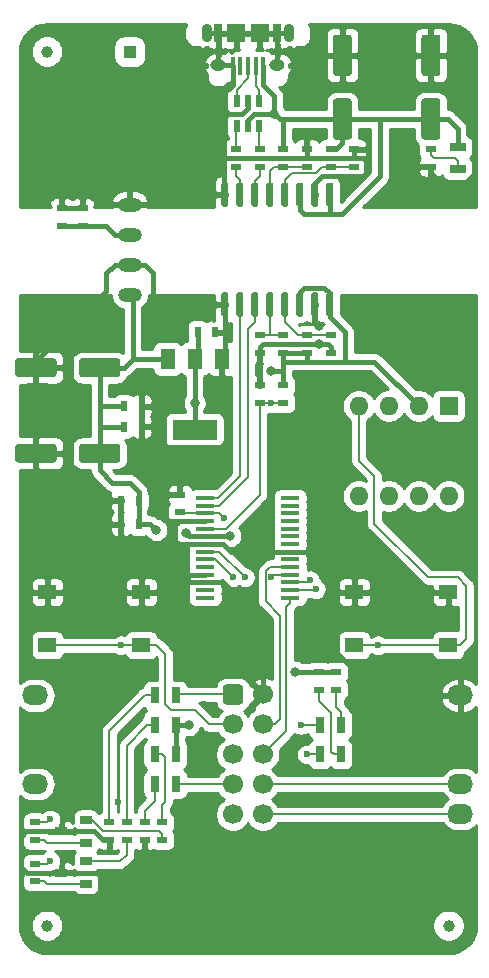
<source format=gbr>
%TF.GenerationSoftware,KiCad,Pcbnew,(5.1.10)-1*%
%TF.CreationDate,2021-10-19T08:52:40+02:00*%
%TF.ProjectId,EspOptoProg,4573704f-7074-46f5-9072-6f672e6b6963,rev?*%
%TF.SameCoordinates,Original*%
%TF.FileFunction,Copper,L1,Top*%
%TF.FilePolarity,Positive*%
%FSLAX46Y46*%
G04 Gerber Fmt 4.6, Leading zero omitted, Abs format (unit mm)*
G04 Created by KiCad (PCBNEW (5.1.10)-1) date 2021-10-19 08:52:40*
%MOMM*%
%LPD*%
G01*
G04 APERTURE LIST*
%TA.AperFunction,SMDPad,CuDef*%
%ADD10C,1.000000*%
%TD*%
%TA.AperFunction,SMDPad,CuDef*%
%ADD11R,1.650000X0.400000*%
%TD*%
%TA.AperFunction,ComponentPad*%
%ADD12O,2.000000X1.200000*%
%TD*%
%TA.AperFunction,ComponentPad*%
%ADD13O,1.600000X1.600000*%
%TD*%
%TA.AperFunction,ComponentPad*%
%ADD14R,1.600000X1.600000*%
%TD*%
%TA.AperFunction,ComponentPad*%
%ADD15C,1.700000*%
%TD*%
%TA.AperFunction,SMDPad,CuDef*%
%ADD16R,0.600000X0.950000*%
%TD*%
%TA.AperFunction,ComponentPad*%
%ADD17O,2.200000X1.700000*%
%TD*%
%TA.AperFunction,SMDPad,CuDef*%
%ADD18R,1.000760X0.700000*%
%TD*%
%TA.AperFunction,SMDPad,CuDef*%
%ADD19R,1.000000X1.000000*%
%TD*%
%TA.AperFunction,SMDPad,CuDef*%
%ADD20R,0.950000X0.600000*%
%TD*%
%TA.AperFunction,SMDPad,CuDef*%
%ADD21R,0.800000X1.400000*%
%TD*%
%TA.AperFunction,SMDPad,CuDef*%
%ADD22R,3.799840X1.800860*%
%TD*%
%TA.AperFunction,SMDPad,CuDef*%
%ADD23R,1.300480X1.800860*%
%TD*%
%TA.AperFunction,SMDPad,CuDef*%
%ADD24R,0.700000X1.500000*%
%TD*%
%TA.AperFunction,SMDPad,CuDef*%
%ADD25R,1.500000X1.500000*%
%TD*%
%TA.AperFunction,ComponentPad*%
%ADD26O,0.900000X1.550000*%
%TD*%
%TA.AperFunction,ComponentPad*%
%ADD27O,1.300000X1.000000*%
%TD*%
%TA.AperFunction,SMDPad,CuDef*%
%ADD28R,0.450000X1.600000*%
%TD*%
%TA.AperFunction,SMDPad,CuDef*%
%ADD29R,1.550000X1.300000*%
%TD*%
%TA.AperFunction,SMDPad,CuDef*%
%ADD30R,1.400000X0.800000*%
%TD*%
%TA.AperFunction,SMDPad,CuDef*%
%ADD31R,0.599440X1.000760*%
%TD*%
%TA.AperFunction,ViaPad*%
%ADD32C,0.800000*%
%TD*%
%TA.AperFunction,ViaPad*%
%ADD33C,0.600000*%
%TD*%
%TA.AperFunction,Conductor*%
%ADD34C,0.400000*%
%TD*%
%TA.AperFunction,Conductor*%
%ADD35C,0.200000*%
%TD*%
%TA.AperFunction,Conductor*%
%ADD36C,0.249000*%
%TD*%
%TA.AperFunction,Conductor*%
%ADD37C,0.100000*%
%TD*%
G04 APERTURE END LIST*
%TO.P,U20,16*%
%TO.N,VCC*%
%TA.AperFunction,SMDPad,CuDef*%
G36*
G01*
X26795000Y56625000D02*
X27095000Y56625000D01*
G75*
G02*
X27245000Y56475000I0J-150000D01*
G01*
X27245000Y54725000D01*
G75*
G02*
X27095000Y54575000I-150000J0D01*
G01*
X26795000Y54575000D01*
G75*
G02*
X26645000Y54725000I0J150000D01*
G01*
X26645000Y56475000D01*
G75*
G02*
X26795000Y56625000I150000J0D01*
G01*
G37*
%TD.AperFunction*%
%TO.P,U20,15*%
%TO.N,GND*%
%TA.AperFunction,SMDPad,CuDef*%
G36*
G01*
X25525000Y56625000D02*
X25825000Y56625000D01*
G75*
G02*
X25975000Y56475000I0J-150000D01*
G01*
X25975000Y54725000D01*
G75*
G02*
X25825000Y54575000I-150000J0D01*
G01*
X25525000Y54575000D01*
G75*
G02*
X25375000Y54725000I0J150000D01*
G01*
X25375000Y56475000D01*
G75*
G02*
X25525000Y56625000I150000J0D01*
G01*
G37*
%TD.AperFunction*%
%TO.P,U20,14*%
%TO.N,VCC*%
%TA.AperFunction,SMDPad,CuDef*%
G36*
G01*
X24255000Y56625000D02*
X24555000Y56625000D01*
G75*
G02*
X24705000Y56475000I0J-150000D01*
G01*
X24705000Y54725000D01*
G75*
G02*
X24555000Y54575000I-150000J0D01*
G01*
X24255000Y54575000D01*
G75*
G02*
X24105000Y54725000I0J150000D01*
G01*
X24105000Y56475000D01*
G75*
G02*
X24255000Y56625000I150000J0D01*
G01*
G37*
%TD.AperFunction*%
%TO.P,U20,13*%
%TO.N,Net-(R26-Pad1)*%
%TA.AperFunction,SMDPad,CuDef*%
G36*
G01*
X22985000Y56625000D02*
X23285000Y56625000D01*
G75*
G02*
X23435000Y56475000I0J-150000D01*
G01*
X23435000Y54725000D01*
G75*
G02*
X23285000Y54575000I-150000J0D01*
G01*
X22985000Y54575000D01*
G75*
G02*
X22835000Y54725000I0J150000D01*
G01*
X22835000Y56475000D01*
G75*
G02*
X22985000Y56625000I150000J0D01*
G01*
G37*
%TD.AperFunction*%
%TO.P,U20,12*%
%TO.N,Net-(R24-Pad1)*%
%TA.AperFunction,SMDPad,CuDef*%
G36*
G01*
X21715000Y56625000D02*
X22015000Y56625000D01*
G75*
G02*
X22165000Y56475000I0J-150000D01*
G01*
X22165000Y54725000D01*
G75*
G02*
X22015000Y54575000I-150000J0D01*
G01*
X21715000Y54575000D01*
G75*
G02*
X21565000Y54725000I0J150000D01*
G01*
X21565000Y56475000D01*
G75*
G02*
X21715000Y56625000I150000J0D01*
G01*
G37*
%TD.AperFunction*%
%TO.P,U20,11*%
%TO.N,Net-(U20-Pad11)*%
%TA.AperFunction,SMDPad,CuDef*%
G36*
G01*
X20445000Y56625000D02*
X20745000Y56625000D01*
G75*
G02*
X20895000Y56475000I0J-150000D01*
G01*
X20895000Y54725000D01*
G75*
G02*
X20745000Y54575000I-150000J0D01*
G01*
X20445000Y54575000D01*
G75*
G02*
X20295000Y54725000I0J150000D01*
G01*
X20295000Y56475000D01*
G75*
G02*
X20445000Y56625000I150000J0D01*
G01*
G37*
%TD.AperFunction*%
%TO.P,U20,10*%
%TO.N,Net-(U20-Pad10)*%
%TA.AperFunction,SMDPad,CuDef*%
G36*
G01*
X19175000Y56625000D02*
X19475000Y56625000D01*
G75*
G02*
X19625000Y56475000I0J-150000D01*
G01*
X19625000Y54725000D01*
G75*
G02*
X19475000Y54575000I-150000J0D01*
G01*
X19175000Y54575000D01*
G75*
G02*
X19025000Y54725000I0J150000D01*
G01*
X19025000Y56475000D01*
G75*
G02*
X19175000Y56625000I150000J0D01*
G01*
G37*
%TD.AperFunction*%
%TO.P,U20,9*%
%TO.N,GND*%
%TA.AperFunction,SMDPad,CuDef*%
G36*
G01*
X17905000Y56625000D02*
X18205000Y56625000D01*
G75*
G02*
X18355000Y56475000I0J-150000D01*
G01*
X18355000Y54725000D01*
G75*
G02*
X18205000Y54575000I-150000J0D01*
G01*
X17905000Y54575000D01*
G75*
G02*
X17755000Y54725000I0J150000D01*
G01*
X17755000Y56475000D01*
G75*
G02*
X17905000Y56625000I150000J0D01*
G01*
G37*
%TD.AperFunction*%
%TO.P,U20,8*%
%TO.N,GND2*%
%TA.AperFunction,SMDPad,CuDef*%
G36*
G01*
X17905000Y65925000D02*
X18205000Y65925000D01*
G75*
G02*
X18355000Y65775000I0J-150000D01*
G01*
X18355000Y64025000D01*
G75*
G02*
X18205000Y63875000I-150000J0D01*
G01*
X17905000Y63875000D01*
G75*
G02*
X17755000Y64025000I0J150000D01*
G01*
X17755000Y65775000D01*
G75*
G02*
X17905000Y65925000I150000J0D01*
G01*
G37*
%TD.AperFunction*%
%TO.P,U20,7*%
%TO.N,Net-(R11-Pad2)*%
%TA.AperFunction,SMDPad,CuDef*%
G36*
G01*
X19175000Y65925000D02*
X19475000Y65925000D01*
G75*
G02*
X19625000Y65775000I0J-150000D01*
G01*
X19625000Y64025000D01*
G75*
G02*
X19475000Y63875000I-150000J0D01*
G01*
X19175000Y63875000D01*
G75*
G02*
X19025000Y64025000I0J150000D01*
G01*
X19025000Y65775000D01*
G75*
G02*
X19175000Y65925000I150000J0D01*
G01*
G37*
%TD.AperFunction*%
%TO.P,U20,6*%
%TO.N,Net-(R10-Pad2)*%
%TA.AperFunction,SMDPad,CuDef*%
G36*
G01*
X20445000Y65925000D02*
X20745000Y65925000D01*
G75*
G02*
X20895000Y65775000I0J-150000D01*
G01*
X20895000Y64025000D01*
G75*
G02*
X20745000Y63875000I-150000J0D01*
G01*
X20445000Y63875000D01*
G75*
G02*
X20295000Y64025000I0J150000D01*
G01*
X20295000Y65775000D01*
G75*
G02*
X20445000Y65925000I150000J0D01*
G01*
G37*
%TD.AperFunction*%
%TO.P,U20,5*%
%TO.N,Net-(R22-Pad1)*%
%TA.AperFunction,SMDPad,CuDef*%
G36*
G01*
X21715000Y65925000D02*
X22015000Y65925000D01*
G75*
G02*
X22165000Y65775000I0J-150000D01*
G01*
X22165000Y64025000D01*
G75*
G02*
X22015000Y63875000I-150000J0D01*
G01*
X21715000Y63875000D01*
G75*
G02*
X21565000Y64025000I0J150000D01*
G01*
X21565000Y65775000D01*
G75*
G02*
X21715000Y65925000I150000J0D01*
G01*
G37*
%TD.AperFunction*%
%TO.P,U20,4*%
%TO.N,Net-(R20-Pad1)*%
%TA.AperFunction,SMDPad,CuDef*%
G36*
G01*
X22985000Y65925000D02*
X23285000Y65925000D01*
G75*
G02*
X23435000Y65775000I0J-150000D01*
G01*
X23435000Y64025000D01*
G75*
G02*
X23285000Y63875000I-150000J0D01*
G01*
X22985000Y63875000D01*
G75*
G02*
X22835000Y64025000I0J150000D01*
G01*
X22835000Y65775000D01*
G75*
G02*
X22985000Y65925000I150000J0D01*
G01*
G37*
%TD.AperFunction*%
%TO.P,U20,3*%
%TO.N,VUSB*%
%TA.AperFunction,SMDPad,CuDef*%
G36*
G01*
X24255000Y65925000D02*
X24555000Y65925000D01*
G75*
G02*
X24705000Y65775000I0J-150000D01*
G01*
X24705000Y64025000D01*
G75*
G02*
X24555000Y63875000I-150000J0D01*
G01*
X24255000Y63875000D01*
G75*
G02*
X24105000Y64025000I0J150000D01*
G01*
X24105000Y65775000D01*
G75*
G02*
X24255000Y65925000I150000J0D01*
G01*
G37*
%TD.AperFunction*%
%TO.P,U20,2*%
%TO.N,GND2*%
%TA.AperFunction,SMDPad,CuDef*%
G36*
G01*
X25525000Y65925000D02*
X25825000Y65925000D01*
G75*
G02*
X25975000Y65775000I0J-150000D01*
G01*
X25975000Y64025000D01*
G75*
G02*
X25825000Y63875000I-150000J0D01*
G01*
X25525000Y63875000D01*
G75*
G02*
X25375000Y64025000I0J150000D01*
G01*
X25375000Y65775000D01*
G75*
G02*
X25525000Y65925000I150000J0D01*
G01*
G37*
%TD.AperFunction*%
%TO.P,U20,1*%
%TO.N,VUSB*%
%TA.AperFunction,SMDPad,CuDef*%
G36*
G01*
X26795000Y65925000D02*
X27095000Y65925000D01*
G75*
G02*
X27245000Y65775000I0J-150000D01*
G01*
X27245000Y64025000D01*
G75*
G02*
X27095000Y63875000I-150000J0D01*
G01*
X26795000Y63875000D01*
G75*
G02*
X26645000Y64025000I0J150000D01*
G01*
X26645000Y65775000D01*
G75*
G02*
X26795000Y65925000I150000J0D01*
G01*
G37*
%TD.AperFunction*%
%TD*%
D10*
%TO.P,FID3,0*%
%TO.N,N/C*%
X37000000Y3000000D03*
%TD*%
%TO.P,FID2,0*%
%TO.N,N/C*%
X3000000Y3000000D03*
%TD*%
%TO.P,FID1,0*%
%TO.N,N/C*%
X3000000Y77000000D03*
%TD*%
D11*
%TO.P,U30,17*%
%TO.N,Net-(C30-Pad1)*%
X16400000Y37925000D03*
%TO.P,U30,16*%
%TO.N,Net-(U20-Pad11)*%
X16400000Y38575000D03*
%TO.P,U30,15*%
%TO.N,Net-(U20-Pad10)*%
X16400000Y39225000D03*
%TO.P,U30,14*%
%TO.N,N/C*%
X23600000Y39225000D03*
%TO.P,U30,13*%
X23600000Y38575000D03*
%TO.P,U30,12*%
X23600000Y37925000D03*
%TO.P,U30,3*%
%TO.N,Net-(J30-Pad6)*%
X23600000Y32075000D03*
%TO.P,U30,2*%
%TO.N,Net-(J30-Pad5)*%
X23600000Y31425000D03*
%TO.P,U30,1*%
%TO.N,Net-(J40-Pad6)*%
X23600000Y30775000D03*
%TO.P,U30,28*%
%TO.N,N/C*%
X16400000Y30775000D03*
%TO.P,U30,27*%
X16400000Y31425000D03*
%TO.P,U30,26*%
%TO.N,GND*%
X16400000Y32075000D03*
%TO.P,U30,24*%
%TO.N,N/C*%
X16400000Y33375000D03*
%TO.P,U30,11*%
X23600000Y37275000D03*
%TO.P,U30,23*%
%TO.N,Net-(D30-Pad1)*%
X16400000Y34025000D03*
%TO.P,U30,22*%
%TO.N,Net-(D31-Pad1)*%
X16400000Y34675000D03*
%TO.P,U30,21*%
%TO.N,GND*%
X16400000Y35325000D03*
%TO.P,U30,20*%
%TO.N,VCC*%
X16400000Y35975000D03*
%TO.P,U30,19*%
%TO.N,Net-(R30-Pad2)*%
X16400000Y36625000D03*
%TO.P,U30,18*%
%TO.N,GND*%
X16400000Y37275000D03*
%TO.P,U30,6*%
%TO.N,N/C*%
X23600000Y34025000D03*
%TO.P,U30,5*%
%TO.N,Net-(J40-Pad4)*%
X23600000Y33375000D03*
%TO.P,U30,4*%
%TO.N,Net-(C30-Pad1)*%
X23600000Y32725000D03*
%TO.P,U30,25*%
%TO.N,GND*%
X16400000Y32725000D03*
%TO.P,U30,10*%
%TO.N,N/C*%
X23600000Y36625000D03*
%TO.P,U30,9*%
X23600000Y35975000D03*
%TO.P,U30,8*%
X23600000Y35325000D03*
%TO.P,U30,7*%
%TO.N,GND*%
X23600000Y34675000D03*
%TD*%
%TO.P,C53,2*%
%TO.N,GND2*%
%TA.AperFunction,SMDPad,CuDef*%
G36*
G01*
X36050000Y74950000D02*
X34950000Y74950000D01*
G75*
G02*
X34700000Y75200000I0J250000D01*
G01*
X34700000Y78200000D01*
G75*
G02*
X34950000Y78450000I250000J0D01*
G01*
X36050000Y78450000D01*
G75*
G02*
X36300000Y78200000I0J-250000D01*
G01*
X36300000Y75200000D01*
G75*
G02*
X36050000Y74950000I-250000J0D01*
G01*
G37*
%TD.AperFunction*%
%TO.P,C53,1*%
%TO.N,VUSB*%
%TA.AperFunction,SMDPad,CuDef*%
G36*
G01*
X36050000Y69550000D02*
X34950000Y69550000D01*
G75*
G02*
X34700000Y69800000I0J250000D01*
G01*
X34700000Y72800000D01*
G75*
G02*
X34950000Y73050000I250000J0D01*
G01*
X36050000Y73050000D01*
G75*
G02*
X36300000Y72800000I0J-250000D01*
G01*
X36300000Y69800000D01*
G75*
G02*
X36050000Y69550000I-250000J0D01*
G01*
G37*
%TD.AperFunction*%
%TD*%
D12*
%TO.P,U50,4*%
%TO.N,VCC*%
X10000000Y56440000D03*
%TO.P,U50,3*%
%TO.N,GND*%
X10000000Y58980000D03*
%TO.P,U50,2*%
%TO.N,VUSB*%
X10000000Y61520000D03*
%TO.P,U50,1*%
%TO.N,GND2*%
X10000000Y64060000D03*
%TD*%
D13*
%TO.P,J30,8*%
%TO.N,Net-(D72-Pad2)*%
X37000000Y39380000D03*
%TO.P,J30,4*%
%TO.N,Net-(J30-Pad4)*%
X29380000Y47000000D03*
%TO.P,J30,7*%
%TO.N,Net-(D71-Pad2)*%
X34460000Y39380000D03*
%TO.P,J30,3*%
%TO.N,Net-(J30-Pad3)*%
X31920000Y47000000D03*
%TO.P,J30,6*%
%TO.N,Net-(J30-Pad6)*%
X31920000Y39380000D03*
%TO.P,J30,2*%
%TO.N,VCC*%
X34460000Y47000000D03*
%TO.P,J30,5*%
%TO.N,Net-(J30-Pad5)*%
X29380000Y39380000D03*
D14*
%TO.P,J30,1*%
%TO.N,3V3*%
X37000000Y47000000D03*
%TD*%
D15*
%TO.P,J40,10*%
%TO.N,Net-(J40-Pad10)*%
X21270000Y12420000D03*
%TO.P,J40,8*%
%TO.N,Net-(J40-Pad8)*%
X21270000Y14960000D03*
%TO.P,J40,6*%
%TO.N,Net-(J40-Pad6)*%
X21270000Y17500000D03*
%TO.P,J40,4*%
%TO.N,Net-(J40-Pad4)*%
X21270000Y20040000D03*
%TO.P,J40,2*%
%TO.N,GND*%
X21270000Y22580000D03*
%TO.P,J40,9*%
%TO.N,N/C*%
X18730000Y12420000D03*
%TO.P,J40,7*%
%TO.N,Net-(D71-Pad2)*%
X18730000Y14960000D03*
%TO.P,J40,5*%
%TO.N,Net-(J30-Pad4)*%
X18730000Y17500000D03*
%TO.P,J40,3*%
%TO.N,Net-(J30-Pad3)*%
X18730000Y20040000D03*
%TO.P,J40,1*%
%TO.N,Net-(D72-Pad2)*%
%TA.AperFunction,ComponentPad*%
G36*
G01*
X17880000Y21980000D02*
X17880000Y23180000D01*
G75*
G02*
X18130000Y23430000I250000J0D01*
G01*
X19330000Y23430000D01*
G75*
G02*
X19580000Y23180000I0J-250000D01*
G01*
X19580000Y21980000D01*
G75*
G02*
X19330000Y21730000I-250000J0D01*
G01*
X18130000Y21730000D01*
G75*
G02*
X17880000Y21980000I0J250000D01*
G01*
G37*
%TD.AperFunction*%
%TD*%
D16*
%TO.P,C57,1*%
%TO.N,VCC*%
X10750000Y39000000D03*
%TO.P,C57,2*%
%TO.N,GND*%
X9250000Y39000000D03*
%TD*%
%TO.P,C56,1*%
%TO.N,VCC*%
X10750000Y37000000D03*
%TO.P,C56,2*%
%TO.N,GND*%
X9250000Y37000000D03*
%TD*%
%TO.P,C55,2*%
%TO.N,GND*%
%TA.AperFunction,SMDPad,CuDef*%
G36*
G01*
X3800000Y43550000D02*
X3800000Y42450000D01*
G75*
G02*
X3550000Y42200000I-250000J0D01*
G01*
X550000Y42200000D01*
G75*
G02*
X300000Y42450000I0J250000D01*
G01*
X300000Y43550000D01*
G75*
G02*
X550000Y43800000I250000J0D01*
G01*
X3550000Y43800000D01*
G75*
G02*
X3800000Y43550000I0J-250000D01*
G01*
G37*
%TD.AperFunction*%
%TO.P,C55,1*%
%TO.N,VCC*%
%TA.AperFunction,SMDPad,CuDef*%
G36*
G01*
X9200000Y43550000D02*
X9200000Y42450000D01*
G75*
G02*
X8950000Y42200000I-250000J0D01*
G01*
X5950000Y42200000D01*
G75*
G02*
X5700000Y42450000I0J250000D01*
G01*
X5700000Y43550000D01*
G75*
G02*
X5950000Y43800000I250000J0D01*
G01*
X8950000Y43800000D01*
G75*
G02*
X9200000Y43550000I0J-250000D01*
G01*
G37*
%TD.AperFunction*%
%TD*%
%TO.P,C54,2*%
%TO.N,GND*%
%TA.AperFunction,SMDPad,CuDef*%
G36*
G01*
X3800000Y50800000D02*
X3800000Y49700000D01*
G75*
G02*
X3550000Y49450000I-250000J0D01*
G01*
X550000Y49450000D01*
G75*
G02*
X300000Y49700000I0J250000D01*
G01*
X300000Y50800000D01*
G75*
G02*
X550000Y51050000I250000J0D01*
G01*
X3550000Y51050000D01*
G75*
G02*
X3800000Y50800000I0J-250000D01*
G01*
G37*
%TD.AperFunction*%
%TO.P,C54,1*%
%TO.N,VCC*%
%TA.AperFunction,SMDPad,CuDef*%
G36*
G01*
X9200000Y50800000D02*
X9200000Y49700000D01*
G75*
G02*
X8950000Y49450000I-250000J0D01*
G01*
X5950000Y49450000D01*
G75*
G02*
X5700000Y49700000I0J250000D01*
G01*
X5700000Y50800000D01*
G75*
G02*
X5950000Y51050000I250000J0D01*
G01*
X8950000Y51050000D01*
G75*
G02*
X9200000Y50800000I0J-250000D01*
G01*
G37*
%TD.AperFunction*%
%TD*%
%TO.P,C52,2*%
%TO.N,GND2*%
%TA.AperFunction,SMDPad,CuDef*%
G36*
G01*
X28550000Y74950000D02*
X27450000Y74950000D01*
G75*
G02*
X27200000Y75200000I0J250000D01*
G01*
X27200000Y78200000D01*
G75*
G02*
X27450000Y78450000I250000J0D01*
G01*
X28550000Y78450000D01*
G75*
G02*
X28800000Y78200000I0J-250000D01*
G01*
X28800000Y75200000D01*
G75*
G02*
X28550000Y74950000I-250000J0D01*
G01*
G37*
%TD.AperFunction*%
%TO.P,C52,1*%
%TO.N,VUSB*%
%TA.AperFunction,SMDPad,CuDef*%
G36*
G01*
X28550000Y69550000D02*
X27450000Y69550000D01*
G75*
G02*
X27200000Y69800000I0J250000D01*
G01*
X27200000Y72800000D01*
G75*
G02*
X27450000Y73050000I250000J0D01*
G01*
X28550000Y73050000D01*
G75*
G02*
X28800000Y72800000I0J-250000D01*
G01*
X28800000Y69800000D01*
G75*
G02*
X28550000Y69550000I-250000J0D01*
G01*
G37*
%TD.AperFunction*%
%TD*%
D17*
%TO.P,TP45,1*%
%TO.N,VCC*%
X2000000Y15000000D03*
%TD*%
%TO.P,TP44,1*%
%TO.N,3V3*%
X2000000Y22500000D03*
%TD*%
D18*
%TO.P,T71,3*%
%TO.N,Net-(R76-Pad1)*%
X6306640Y8452500D03*
%TO.P,T71,2*%
%TO.N,GND*%
X4193360Y7500000D03*
%TO.P,T71,1*%
%TO.N,Net-(R75-Pad2)*%
X6306640Y6547500D03*
%TD*%
%TO.P,T70,3*%
%TO.N,Net-(R74-Pad1)*%
X6306640Y11952500D03*
%TO.P,T70,2*%
%TO.N,GND*%
X4193360Y11000000D03*
%TO.P,T70,1*%
%TO.N,Net-(R73-Pad2)*%
X6306640Y10047500D03*
%TD*%
D19*
%TO.P,SKIP1,0*%
%TO.N,N/C*%
X10000000Y77000000D03*
%TD*%
D20*
%TO.P,R76,2*%
%TO.N,Net-(D74-Pad1)*%
X9750000Y11750000D03*
%TO.P,R76,1*%
%TO.N,Net-(R76-Pad1)*%
X9750000Y10250000D03*
%TD*%
%TO.P,R75,2*%
%TO.N,Net-(R75-Pad2)*%
X2000000Y6750000D03*
%TO.P,R75,1*%
%TO.N,Net-(J30-Pad3)*%
X2000000Y8250000D03*
%TD*%
%TO.P,R74,2*%
%TO.N,Net-(D73-Pad1)*%
X12750000Y11750000D03*
%TO.P,R74,1*%
%TO.N,Net-(R74-Pad1)*%
X12750000Y10250000D03*
%TD*%
%TO.P,R73,2*%
%TO.N,Net-(R73-Pad2)*%
X2000000Y10250000D03*
%TO.P,R73,1*%
%TO.N,Net-(J30-Pad4)*%
X2000000Y11750000D03*
%TD*%
D21*
%TO.P,D74,2*%
%TO.N,3V3*%
X13900000Y20000000D03*
%TO.P,D74,1*%
%TO.N,Net-(D74-Pad1)*%
X12100000Y20000000D03*
%TD*%
%TO.P,D73,2*%
%TO.N,3V3*%
X13900000Y17500000D03*
%TO.P,D73,1*%
%TO.N,Net-(D73-Pad1)*%
X12100000Y17500000D03*
%TD*%
D17*
%TO.P,TP43,1*%
%TO.N,Net-(J40-Pad10)*%
X38000000Y12500000D03*
%TD*%
%TO.P,TP42,1*%
%TO.N,Net-(J40-Pad8)*%
X38000000Y15000000D03*
%TD*%
%TO.P,TP41,1*%
%TO.N,GND*%
X38000000Y22500000D03*
%TD*%
D22*
%TO.P,U60,4*%
%TO.N,3V3*%
X15500000Y45000260D03*
D23*
%TO.P,U60,3*%
%TO.N,VCC*%
X13198760Y50999740D03*
%TO.P,U60,2*%
%TO.N,3V3*%
X15500000Y50999740D03*
%TO.P,U60,1*%
%TO.N,GND*%
X17801240Y50999740D03*
%TD*%
D20*
%TO.P,R72,2*%
%TO.N,Net-(D72-Pad1)*%
X8250000Y11750000D03*
%TO.P,R72,1*%
%TO.N,GND*%
X8250000Y10250000D03*
%TD*%
%TO.P,R71,2*%
%TO.N,Net-(D71-Pad1)*%
X11250000Y11750000D03*
%TO.P,R71,1*%
%TO.N,GND*%
X11250000Y10250000D03*
%TD*%
%TO.P,R70,2*%
%TO.N,Net-(D70-Pad1)*%
X35500000Y68750000D03*
%TO.P,R70,1*%
%TO.N,GND2*%
X35500000Y67250000D03*
%TD*%
%TO.P,R33,2*%
%TO.N,VCC*%
X26000000Y24500000D03*
%TO.P,R33,1*%
%TO.N,Net-(D31-Pad2)*%
X26000000Y23000000D03*
%TD*%
%TO.P,R32,2*%
%TO.N,VCC*%
X27500000Y24500000D03*
%TO.P,R32,1*%
%TO.N,Net-(D30-Pad2)*%
X27500000Y23000000D03*
%TD*%
%TO.P,R31,2*%
%TO.N,GND*%
X21000000Y48750000D03*
%TO.P,R31,1*%
%TO.N,Net-(R30-Pad2)*%
X21000000Y47250000D03*
%TD*%
%TO.P,R30,2*%
%TO.N,Net-(R30-Pad2)*%
X23000000Y47250000D03*
%TO.P,R30,1*%
%TO.N,VCC*%
X23000000Y48750000D03*
%TD*%
%TO.P,R27,2*%
%TO.N,Net-(R26-Pad1)*%
X27000000Y53000000D03*
%TO.P,R27,1*%
%TO.N,GND*%
X27000000Y51500000D03*
%TD*%
%TO.P,R26,2*%
%TO.N,VCC*%
X25000000Y51500000D03*
%TO.P,R26,1*%
%TO.N,Net-(R26-Pad1)*%
X25000000Y53000000D03*
%TD*%
%TO.P,R25,2*%
%TO.N,Net-(R24-Pad1)*%
X21000000Y53000000D03*
%TO.P,R25,1*%
%TO.N,GND*%
X21000000Y51500000D03*
%TD*%
%TO.P,R24,2*%
%TO.N,VCC*%
X23000000Y51500000D03*
%TO.P,R24,1*%
%TO.N,Net-(R24-Pad1)*%
X23000000Y53000000D03*
%TD*%
%TO.P,R23,2*%
%TO.N,Net-(R22-Pad1)*%
X25000000Y67250000D03*
%TO.P,R23,1*%
%TO.N,GND2*%
X25000000Y68750000D03*
%TD*%
%TO.P,R22,2*%
%TO.N,VUSB*%
X23000000Y68750000D03*
%TO.P,R22,1*%
%TO.N,Net-(R22-Pad1)*%
X23000000Y67250000D03*
%TD*%
%TO.P,R21,2*%
%TO.N,Net-(R20-Pad1)*%
X29000000Y67250000D03*
%TO.P,R21,1*%
%TO.N,GND2*%
X29000000Y68750000D03*
%TD*%
%TO.P,R20,2*%
%TO.N,VUSB*%
X27000000Y68750000D03*
%TO.P,R20,1*%
%TO.N,Net-(R20-Pad1)*%
X27000000Y67250000D03*
%TD*%
%TO.P,R11,2*%
%TO.N,Net-(R11-Pad2)*%
X19000000Y67250000D03*
%TO.P,R11,1*%
%TO.N,Net-(D10-Pad4)*%
X19000000Y68750000D03*
%TD*%
%TO.P,R10,2*%
%TO.N,Net-(R10-Pad2)*%
X21000000Y67250000D03*
%TO.P,R10,1*%
%TO.N,Net-(D10-Pad6)*%
X21000000Y68750000D03*
%TD*%
D24*
%TO.P,K10,6*%
%TO.N,GND2*%
X22500000Y78550000D03*
X17500000Y78550000D03*
D25*
X21000000Y78550000D03*
X19000000Y78550000D03*
D26*
X16500000Y78550000D03*
D27*
X22500000Y75850000D03*
X17500000Y75850000D03*
D26*
X23500000Y78550000D03*
D28*
%TO.P,K10,5*%
X18700000Y75750000D03*
%TO.P,K10,4*%
%TO.N,N/C*%
X19350000Y75750000D03*
%TO.P,K10,3*%
%TO.N,Net-(D10-Pad3)*%
X20000000Y75750000D03*
%TO.P,K10,2*%
%TO.N,Net-(D10-Pad1)*%
X20650000Y75750000D03*
%TO.P,K10,1*%
%TO.N,VUSB*%
X21300000Y75750000D03*
%TD*%
D29*
%TO.P,J32,2*%
%TO.N,GND*%
X29020000Y31250000D03*
%TO.P,J32,1*%
%TO.N,Net-(J30-Pad4)*%
X29020000Y26750000D03*
X36980000Y26750000D03*
%TO.P,J32,2*%
%TO.N,GND*%
X36980000Y31250000D03*
%TD*%
%TO.P,J31,2*%
%TO.N,GND*%
X3020000Y31250000D03*
%TO.P,J31,1*%
%TO.N,Net-(J30-Pad3)*%
X3020000Y26750000D03*
X10980000Y26750000D03*
%TO.P,J31,2*%
%TO.N,GND*%
X10980000Y31250000D03*
%TD*%
D21*
%TO.P,D72,2*%
%TO.N,Net-(D72-Pad2)*%
X13900000Y22500000D03*
%TO.P,D72,1*%
%TO.N,Net-(D72-Pad1)*%
X12100000Y22500000D03*
%TD*%
%TO.P,D71,2*%
%TO.N,Net-(D71-Pad2)*%
X13900000Y15000000D03*
%TO.P,D71,1*%
%TO.N,Net-(D71-Pad1)*%
X12100000Y15000000D03*
%TD*%
D30*
%TO.P,D70,2*%
%TO.N,VUSB*%
X37750000Y68900000D03*
%TO.P,D70,1*%
%TO.N,Net-(D70-Pad1)*%
X37750000Y67100000D03*
%TD*%
D21*
%TO.P,D31,2*%
%TO.N,Net-(D31-Pad2)*%
X27900000Y17500000D03*
%TO.P,D31,1*%
%TO.N,Net-(D31-Pad1)*%
X26100000Y17500000D03*
%TD*%
%TO.P,D30,2*%
%TO.N,Net-(D30-Pad2)*%
X27900000Y20000000D03*
%TO.P,D30,1*%
%TO.N,Net-(D30-Pad1)*%
X26100000Y20000000D03*
%TD*%
D31*
%TO.P,D10,5*%
%TO.N,VUSB*%
X20000000Y70693360D03*
%TO.P,D10,6*%
%TO.N,Net-(D10-Pad6)*%
X20952500Y70693360D03*
%TO.P,D10,4*%
%TO.N,Net-(D10-Pad4)*%
X19047500Y70693360D03*
%TO.P,D10,2*%
%TO.N,GND2*%
X20000000Y72806640D03*
%TO.P,D10,3*%
%TO.N,Net-(D10-Pad3)*%
X19047500Y72806640D03*
%TO.P,D10,1*%
%TO.N,Net-(D10-Pad1)*%
X20952500Y72806640D03*
%TD*%
D16*
%TO.P,C62,1*%
%TO.N,3V3*%
X15750000Y53250000D03*
%TO.P,C62,2*%
%TO.N,GND*%
X17250000Y53250000D03*
%TD*%
%TO.P,C61,1*%
%TO.N,VCC*%
X9500000Y47000000D03*
%TO.P,C61,2*%
%TO.N,GND*%
X11000000Y47000000D03*
%TD*%
%TO.P,C60,1*%
%TO.N,VCC*%
X9500000Y45250000D03*
%TO.P,C60,2*%
%TO.N,GND*%
X11000000Y45250000D03*
%TD*%
D20*
%TO.P,C51,1*%
%TO.N,VUSB*%
X6000000Y62250000D03*
%TO.P,C51,2*%
%TO.N,GND2*%
X6000000Y63750000D03*
%TD*%
%TO.P,C50,1*%
%TO.N,VUSB*%
X4250000Y62250000D03*
%TO.P,C50,2*%
%TO.N,GND2*%
X4250000Y63750000D03*
%TD*%
%TO.P,C30,1*%
%TO.N,Net-(C30-Pad1)*%
X14250000Y38000000D03*
%TO.P,C30,2*%
%TO.N,GND*%
X14250000Y39500000D03*
%TD*%
D32*
%TO.N,GND*%
X26000000Y53750000D03*
X26000000Y52250000D03*
X17750000Y49000000D03*
X11250000Y8250000D03*
D33*
X6750000Y22750000D03*
X5500000Y39000000D03*
X26250000Y36750000D03*
X16250000Y21750000D03*
X16250000Y16250000D03*
X11000000Y16000000D03*
X9000000Y13500000D03*
X34000000Y13750000D03*
D32*
%TO.N,3V3*%
X15500000Y47250000D03*
X15000000Y20000000D03*
%TO.N,VUSB*%
X22250000Y71750000D03*
D33*
%TO.N,Net-(C30-Pad1)*%
X22000000Y32500000D03*
X18000000Y37500000D03*
D32*
%TO.N,VCC*%
X12250000Y36500000D03*
X14750000Y36250000D03*
X24000000Y24500000D03*
X18500000Y36000000D03*
X22000000Y50000000D03*
D33*
%TO.N,Net-(D30-Pad1)*%
X24500000Y20000000D03*
X18750000Y32500000D03*
%TO.N,Net-(D31-Pad1)*%
X25000000Y17500000D03*
X19750000Y32500000D03*
%TO.N,Net-(J30-Pad4)*%
X3250000Y12000000D03*
X31000000Y26750000D03*
%TO.N,Net-(J30-Pad3)*%
X3250000Y8500000D03*
X9250000Y26750000D03*
%TO.N,Net-(J30-Pad6)*%
X25250000Y32250000D03*
%TO.N,Net-(J30-Pad5)*%
X25750000Y31500000D03*
%TO.N,Net-(R30-Pad2)*%
X22000000Y47250000D03*
%TD*%
D34*
%TO.N,GND*%
X18055000Y51253500D02*
X17801240Y50999740D01*
X18000000Y53250000D02*
X18055000Y53305000D01*
X17250000Y53250000D02*
X18000000Y53250000D01*
X18055000Y53305000D02*
X18055000Y51253500D01*
X18055000Y55600000D02*
X18055000Y53305000D01*
X2050000Y50250000D02*
X2050000Y43000000D01*
X21000000Y51500000D02*
X21000000Y52000000D01*
X21000000Y52000000D02*
X21250000Y52250000D01*
X27000000Y52000000D02*
X27000000Y51500000D01*
X26750000Y52250000D02*
X27000000Y52000000D01*
X25675000Y54075000D02*
X26000000Y53750000D01*
X25675000Y55600000D02*
X25675000Y54075000D01*
X26000000Y52250000D02*
X26750000Y52250000D01*
X21250000Y52250000D02*
X26000000Y52250000D01*
X11000000Y45250000D02*
X11000000Y47000000D01*
X21000000Y48750000D02*
X21000000Y51500000D01*
X17801240Y48948760D02*
X17750000Y49000000D01*
X17801240Y48801240D02*
X17801240Y48948760D01*
X17801240Y50999740D02*
X17801240Y48801240D01*
X17801240Y48801240D02*
X17801240Y47198760D01*
X18375000Y44125000D02*
X17750000Y43500000D01*
X18375000Y46625000D02*
X18375000Y44125000D01*
X17801240Y47198760D02*
X18375000Y46625000D01*
X11750000Y43500000D02*
X11000000Y44250000D01*
X11000000Y44250000D02*
X11000000Y45250000D01*
X17750000Y43500000D02*
X14250000Y43500000D01*
X12750000Y43500000D02*
X11750000Y43500000D01*
X13225000Y37275000D02*
X12750000Y37750000D01*
X14250000Y43500000D02*
X12750000Y43500000D01*
X12750000Y39500000D02*
X12750000Y43500000D01*
X14250000Y39500000D02*
X12750000Y39500000D01*
X12750000Y37750000D02*
X12750000Y39500000D01*
X16400000Y32075000D02*
X13825000Y32075000D01*
X13000000Y31250000D02*
X10980000Y31250000D01*
X13825000Y32075000D02*
X13000000Y31250000D01*
X13825000Y37225000D02*
X13775000Y37275000D01*
X13775000Y37275000D02*
X13225000Y37275000D01*
X16400000Y37275000D02*
X13775000Y37275000D01*
X16400000Y35325000D02*
X13825000Y35325000D01*
X13825000Y35325000D02*
X13825000Y37225000D01*
X13925000Y32725000D02*
X13825000Y32825000D01*
X16400000Y32725000D02*
X13925000Y32725000D01*
X13825000Y32825000D02*
X13825000Y35325000D01*
X13825000Y32075000D02*
X13825000Y32825000D01*
X36980000Y31250000D02*
X29020000Y31250000D01*
X21270000Y22580000D02*
X21270000Y28730000D01*
X17925000Y32075000D02*
X16400000Y32075000D01*
X21270000Y28730000D02*
X17925000Y32075000D01*
X23600000Y34675000D02*
X18575000Y34675000D01*
X17925000Y35325000D02*
X16400000Y35325000D01*
X18575000Y34675000D02*
X17925000Y35325000D01*
X2050000Y38950000D02*
X2050000Y43000000D01*
X9250000Y39000000D02*
X9250000Y37000000D01*
X9250000Y37000000D02*
X9250000Y35400000D01*
X9250000Y35400000D02*
X9325000Y35325000D01*
X9325000Y35325000D02*
X5675000Y35325000D01*
X13825000Y35325000D02*
X9325000Y35325000D01*
X3020000Y37980000D02*
X3000000Y38000000D01*
X3000000Y38000000D02*
X2050000Y38950000D01*
X3075000Y35325000D02*
X3020000Y35270000D01*
X3020000Y35270000D02*
X3020000Y37980000D01*
X5675000Y35325000D02*
X3075000Y35325000D01*
X3020000Y31250000D02*
X3020000Y35270000D01*
X4193360Y7500000D02*
X10500000Y7500000D01*
X11250000Y8250000D02*
X11250000Y10250000D01*
X10500000Y7500000D02*
X11250000Y8250000D01*
X4193360Y11000000D02*
X1250000Y11000000D01*
X1250000Y11000000D02*
X750000Y10500000D01*
X750000Y10500000D02*
X750000Y8000000D01*
X4143361Y7450001D02*
X4193360Y7500000D01*
X1299999Y7450001D02*
X4143361Y7450001D01*
X750000Y8000000D02*
X1299999Y7450001D01*
X8250000Y10250000D02*
X7750000Y10250000D01*
X7000000Y11000000D02*
X4193360Y11000000D01*
X7750000Y10250000D02*
X7000000Y11000000D01*
X27000000Y32750000D02*
X25075000Y34675000D01*
X23600000Y34675000D02*
X25075000Y34675000D01*
X27000000Y31250000D02*
X29020000Y31250000D01*
X27000000Y31250000D02*
X27000000Y32750000D01*
X31124998Y22500000D02*
X38000000Y22500000D01*
X27000000Y26624998D02*
X31124998Y22500000D01*
X27000000Y31250000D02*
X27000000Y26624998D01*
X10000000Y58980000D02*
X8730000Y58980000D01*
X8000000Y58250000D02*
X8000000Y56750000D01*
X8730000Y58980000D02*
X8000000Y58250000D01*
X2050000Y50800000D02*
X2050000Y50250000D01*
X8000000Y56750000D02*
X2050000Y50800000D01*
X13650000Y55600000D02*
X18055000Y55600000D01*
X12650000Y55600000D02*
X13650000Y55600000D01*
X12000000Y56250000D02*
X12650000Y55600000D01*
X12000000Y58250000D02*
X12000000Y56250000D01*
X11270000Y58980000D02*
X12000000Y58250000D01*
X10000000Y58980000D02*
X11270000Y58980000D01*
%TO.N,3V3*%
X15750000Y51249740D02*
X15500000Y50999740D01*
X15750000Y53250000D02*
X15750000Y51249740D01*
X15500000Y50999740D02*
X15500000Y47250000D01*
X15500000Y47250000D02*
X15500000Y45000260D01*
X13900000Y20000000D02*
X13900000Y17500000D01*
X13900000Y20000000D02*
X15000000Y20000000D01*
%TO.N,VUSB*%
X20000000Y71260962D02*
X20489038Y71750000D01*
X20489038Y71750000D02*
X22250000Y71750000D01*
X20000000Y70693360D02*
X20000000Y71260962D01*
X22250000Y71750000D02*
X22700000Y71300000D01*
X22250000Y71750000D02*
X22250000Y73250000D01*
X21300000Y74200000D02*
X21300000Y75750000D01*
X22250000Y73250000D02*
X21300000Y74200000D01*
X23000000Y68750000D02*
X23000000Y71250000D01*
X22950000Y71300000D02*
X28000000Y71300000D01*
X23000000Y71250000D02*
X22950000Y71300000D01*
X22700000Y71300000D02*
X22950000Y71300000D01*
X27000000Y68750000D02*
X27500000Y68750000D01*
X28000000Y69250000D02*
X28000000Y71300000D01*
X27500000Y68750000D02*
X28000000Y69250000D01*
X31200000Y71300000D02*
X28000000Y71300000D01*
X35500000Y71300000D02*
X31200000Y71300000D01*
X26945000Y63305000D02*
X27000000Y63250000D01*
X26945000Y64900000D02*
X26945000Y63305000D01*
X24405000Y64900000D02*
X24405000Y63595000D01*
X24750000Y63250000D02*
X24405000Y63595000D01*
X24750000Y63250000D02*
X27000000Y63250000D01*
X31200000Y66450000D02*
X31200000Y71300000D01*
X28000000Y63250000D02*
X31200000Y66450000D01*
X27000000Y63250000D02*
X28000000Y63250000D01*
X36950000Y71300000D02*
X35500000Y71300000D01*
X37750000Y70500000D02*
X36950000Y71300000D01*
X37750000Y68900000D02*
X37750000Y70500000D01*
X4250000Y62250000D02*
X6000000Y62250000D01*
X8730000Y61520000D02*
X10000000Y61520000D01*
X8000000Y62250000D02*
X8730000Y61520000D01*
X6000000Y62250000D02*
X8000000Y62250000D01*
D35*
%TO.N,Net-(C30-Pad1)*%
X14325000Y37925000D02*
X14250000Y38000000D01*
X16400000Y37925000D02*
X14325000Y37925000D01*
X16400000Y37925000D02*
X17325000Y37925000D01*
X22525000Y32725000D02*
X23600000Y32725000D01*
X22225000Y32725000D02*
X22000000Y32500000D01*
X22525000Y32725000D02*
X22225000Y32725000D01*
X17575000Y37925000D02*
X16400000Y37925000D01*
X18000000Y37500000D02*
X17575000Y37925000D01*
D34*
%TO.N,GND2*%
X19000000Y78550000D02*
X17500000Y78550000D01*
X19000000Y78550000D02*
X21000000Y78550000D01*
X21000000Y78550000D02*
X22500000Y78550000D01*
X22500000Y78550000D02*
X23500000Y78550000D01*
X17500000Y78550000D02*
X16500000Y78550000D01*
X17500000Y78550000D02*
X17500000Y75850000D01*
X18600000Y75850000D02*
X18700000Y75750000D01*
X17500000Y75850000D02*
X18600000Y75850000D01*
X28000000Y76700000D02*
X35500000Y76700000D01*
X18700000Y74200000D02*
X18700000Y75750000D01*
X18000000Y73500000D02*
X18700000Y74200000D01*
X18000000Y72334038D02*
X18000000Y73500000D01*
X30000000Y67750000D02*
X29750000Y68000000D01*
X29995002Y66754998D02*
X30000000Y66759996D01*
X29995002Y66750000D02*
X29995002Y66754998D01*
X29745002Y66500000D02*
X29995002Y66750000D01*
X18000000Y64955000D02*
X18055000Y64900000D01*
X26250000Y66500000D02*
X29745002Y66500000D01*
X18000000Y68000000D02*
X18000000Y64955000D01*
X30000000Y66759996D02*
X30000000Y67750000D01*
X25675000Y65925000D02*
X26250000Y66500000D01*
X25675000Y64900000D02*
X25675000Y65925000D01*
X18000000Y71750000D02*
X18000000Y72334038D01*
X18000000Y71750000D02*
X19500000Y71750000D01*
X20000000Y72250000D02*
X20000000Y72806640D01*
X19500000Y71750000D02*
X20000000Y72250000D01*
X39250000Y74500000D02*
X37050000Y76700000D01*
X37050000Y76700000D02*
X35500000Y76700000D01*
X35500000Y66750000D02*
X36250000Y66000000D01*
X35500000Y67250000D02*
X35500000Y66750000D01*
X39220002Y66750000D02*
X39250000Y66750000D01*
X38470002Y66000000D02*
X39220002Y66750000D01*
X36250000Y66000000D02*
X38470002Y66000000D01*
X39250000Y66750000D02*
X39250000Y74500000D01*
X22500000Y77000000D02*
X24750000Y77000000D01*
X22500000Y78550000D02*
X22500000Y77000000D01*
X22500000Y77000000D02*
X22500000Y75850000D01*
X25050000Y76700000D02*
X28000000Y76700000D01*
X24750000Y77000000D02*
X25050000Y76700000D01*
X13750000Y70000000D02*
X18000000Y70000000D01*
X10000000Y66250000D02*
X13750000Y70000000D01*
X18000000Y70000000D02*
X18000000Y71750000D01*
X18000000Y68000000D02*
X18000000Y70000000D01*
X4250000Y63750000D02*
X6000000Y63750000D01*
X25000000Y68750000D02*
X25000000Y68000000D01*
X25000000Y68000000D02*
X18000000Y68000000D01*
X29000000Y68750000D02*
X29000000Y68000000D01*
X29000000Y68000000D02*
X25000000Y68000000D01*
X29750000Y68000000D02*
X29000000Y68000000D01*
X6000000Y63750000D02*
X6000000Y64500000D01*
X7000000Y65500000D02*
X10000000Y65500000D01*
X6000000Y64500000D02*
X7000000Y65500000D01*
X10000000Y65500000D02*
X10000000Y66250000D01*
X10000000Y64060000D02*
X10000000Y65500000D01*
%TO.N,VCC*%
X13198760Y50999740D02*
X10249740Y50999740D01*
X9500000Y50250000D02*
X7450000Y50250000D01*
X10249740Y50999740D02*
X9500000Y50250000D01*
X10249740Y56190260D02*
X10000000Y56440000D01*
X10249740Y50999740D02*
X10249740Y56190260D01*
X7500000Y47000000D02*
X7450000Y47050000D01*
X9500000Y47000000D02*
X7500000Y47000000D01*
X7450000Y47050000D02*
X7450000Y50250000D01*
X7500000Y45250000D02*
X7450000Y45300000D01*
X9500000Y45250000D02*
X7500000Y45250000D01*
X7450000Y45300000D02*
X7450000Y47050000D01*
X7450000Y43000000D02*
X7450000Y45300000D01*
X25000000Y51500000D02*
X23000000Y51500000D01*
X26945000Y56555000D02*
X26945000Y55600000D01*
X26474990Y57025010D02*
X26945000Y56555000D01*
X24775010Y57025010D02*
X26474990Y57025010D01*
X24405000Y56655000D02*
X24775010Y57025010D01*
X24405000Y55600000D02*
X24405000Y56655000D01*
X25250000Y50750000D02*
X27745002Y50750000D01*
X28250000Y51254998D02*
X28250000Y53250000D01*
X26945000Y54555000D02*
X26945000Y55600000D01*
X28250000Y53250000D02*
X26945000Y54555000D01*
X23000000Y50750000D02*
X23000000Y51500000D01*
X25000000Y51500000D02*
X25000000Y50750000D01*
X25000000Y50750000D02*
X23000000Y50750000D01*
X25250000Y50750000D02*
X25000000Y50750000D01*
X27500000Y24500000D02*
X26000000Y24500000D01*
X10750000Y37000000D02*
X10750000Y39000000D01*
X7450000Y43000000D02*
X7450000Y41550000D01*
X7450000Y41550000D02*
X8500000Y40500000D01*
X8500000Y40500000D02*
X10000000Y40500000D01*
X10750000Y39750000D02*
X10750000Y39000000D01*
X10000000Y40500000D02*
X10750000Y39750000D01*
X11750000Y37000000D02*
X12250000Y36500000D01*
X10750000Y37000000D02*
X11750000Y37000000D01*
X15025000Y35975000D02*
X16400000Y35975000D01*
X14750000Y36250000D02*
X15025000Y35975000D01*
X34460000Y47000000D02*
X30710000Y50750000D01*
X30710000Y50750000D02*
X28250000Y50750000D01*
X28250000Y50750000D02*
X28250000Y51254998D01*
X28250000Y50750000D02*
X27745002Y50750000D01*
X26000000Y24500000D02*
X24000000Y24500000D01*
X18475000Y35975000D02*
X18500000Y36000000D01*
X16400000Y35975000D02*
X18475000Y35975000D01*
X23000000Y50000000D02*
X22000000Y50000000D01*
X23000000Y50750000D02*
X23000000Y50000000D01*
X23000000Y50000000D02*
X23000000Y48750000D01*
D35*
%TO.N,Net-(D10-Pad6)*%
X20952500Y68797500D02*
X21000000Y68750000D01*
X20952500Y70693360D02*
X20952500Y68797500D01*
%TO.N,Net-(D10-Pad4)*%
X19000000Y70645860D02*
X19047500Y70693360D01*
X19000000Y68750000D02*
X19000000Y70645860D01*
%TO.N,Net-(D10-Pad3)*%
X20000000Y75750000D02*
X20000000Y74750000D01*
X19047500Y73797500D02*
X19047500Y72806640D01*
X20000000Y74750000D02*
X19047500Y73797500D01*
%TO.N,Net-(D10-Pad1)*%
X20650000Y75750000D02*
X20650000Y74100000D01*
X20952500Y73797500D02*
X20952500Y72806640D01*
X20650000Y74100000D02*
X20952500Y73797500D01*
%TO.N,Net-(D30-Pad2)*%
X27500000Y23000000D02*
X27500000Y21500000D01*
X27900000Y21100000D02*
X27900000Y20000000D01*
X27500000Y21500000D02*
X27900000Y21100000D01*
%TO.N,Net-(D30-Pad1)*%
X26000000Y20000000D02*
X24500000Y20000000D01*
X17225000Y34025000D02*
X18750000Y32500000D01*
X16400000Y34025000D02*
X17225000Y34025000D01*
%TO.N,Net-(D31-Pad2)*%
X27900000Y17500000D02*
X27250000Y17500000D01*
X27250000Y17500000D02*
X27000000Y17750000D01*
X27000000Y21000000D02*
X26000000Y22000000D01*
X27000000Y17750000D02*
X27000000Y21000000D01*
X26000000Y22000000D02*
X26000000Y23000000D01*
%TO.N,Net-(D31-Pad1)*%
X25000000Y17500000D02*
X26100000Y17500000D01*
X17575000Y34675000D02*
X19750000Y32500000D01*
X16400000Y34675000D02*
X17575000Y34675000D01*
%TO.N,Net-(D70-Pad1)*%
X37750000Y67750000D02*
X37750000Y67100000D01*
X37500000Y68000000D02*
X37750000Y67750000D01*
X35750000Y68000000D02*
X37500000Y68000000D01*
X35500000Y68250000D02*
X35750000Y68000000D01*
X35500000Y68750000D02*
X35500000Y68250000D01*
%TO.N,Net-(D71-Pad2)*%
X13940000Y14960000D02*
X13900000Y15000000D01*
X18730000Y14960000D02*
X13940000Y14960000D01*
%TO.N,Net-(D71-Pad1)*%
X11250000Y11750000D02*
X11250000Y12750000D01*
X12100000Y13600000D02*
X12100000Y15000000D01*
X11250000Y12750000D02*
X12100000Y13600000D01*
%TO.N,Net-(D72-Pad2)*%
X13980000Y22580000D02*
X13900000Y22500000D01*
X18730000Y22580000D02*
X13980000Y22580000D01*
%TO.N,Net-(D72-Pad1)*%
X8250000Y11750000D02*
X8250000Y19500000D01*
X11250000Y22500000D02*
X12100000Y22500000D01*
X8250000Y19500000D02*
X11250000Y22500000D01*
%TO.N,Net-(J30-Pad4)*%
X38000000Y26750000D02*
X36980000Y26750000D01*
X38500000Y27250000D02*
X38000000Y26750000D01*
X38500000Y31750000D02*
X38500000Y27250000D01*
X37750000Y32500000D02*
X38500000Y31750000D01*
X30700000Y37050000D02*
X35250000Y32500000D01*
X30700000Y41050000D02*
X30700000Y37050000D01*
X35250000Y32500000D02*
X37750000Y32500000D01*
X29380000Y42370000D02*
X30700000Y41050000D01*
X29380000Y47000000D02*
X29380000Y42370000D01*
X3000000Y11750000D02*
X3250000Y12000000D01*
X2000000Y11750000D02*
X3000000Y11750000D01*
X31000000Y26750000D02*
X29020000Y26750000D01*
X36980000Y26750000D02*
X31000000Y26750000D01*
%TO.N,Net-(J30-Pad3)*%
X18730000Y20040000D02*
X16710000Y20040000D01*
X16710000Y20040000D02*
X15500000Y21250000D01*
X15500000Y21250000D02*
X13500000Y21250000D01*
X13500000Y21250000D02*
X13000000Y21750000D01*
X13000000Y21750000D02*
X13000000Y26000000D01*
X12250000Y26750000D02*
X10980000Y26750000D01*
X13000000Y26000000D02*
X12250000Y26750000D01*
X3000000Y8250000D02*
X3250000Y8500000D01*
X2000000Y8250000D02*
X3000000Y8250000D01*
X3020000Y26750000D02*
X9250000Y26750000D01*
X9250000Y26750000D02*
X10980000Y26750000D01*
%TO.N,Net-(J30-Pad6)*%
X25075000Y32075000D02*
X25250000Y32250000D01*
X23600000Y32075000D02*
X25075000Y32075000D01*
%TO.N,Net-(J30-Pad5)*%
X25675000Y31425000D02*
X25750000Y31500000D01*
X23600000Y31425000D02*
X25675000Y31425000D01*
%TO.N,Net-(J40-Pad10)*%
X37920000Y12420000D02*
X38000000Y12500000D01*
X21270000Y12420000D02*
X37920000Y12420000D01*
%TO.N,Net-(J40-Pad8)*%
X21310000Y15000000D02*
X21270000Y14960000D01*
X38000000Y15000000D02*
X21310000Y15000000D01*
%TO.N,Net-(J40-Pad6)*%
X23600000Y30350000D02*
X23600000Y30775000D01*
X23250000Y30000000D02*
X23600000Y30350000D01*
X23250000Y19480000D02*
X23250000Y30000000D01*
X21270000Y17500000D02*
X23250000Y19480000D01*
%TO.N,Net-(J40-Pad4)*%
X21875000Y33375000D02*
X23600000Y33375000D01*
X21500000Y33000000D02*
X21875000Y33375000D01*
X21500000Y30500000D02*
X21500000Y33000000D01*
X22750000Y29250000D02*
X21500000Y30500000D01*
X22750000Y20500000D02*
X22750000Y29250000D01*
X22290000Y20040000D02*
X22750000Y20500000D01*
X21270000Y20040000D02*
X22290000Y20040000D01*
%TO.N,Net-(R10-Pad2)*%
X20595000Y64900000D02*
X20595000Y66095000D01*
X21000000Y66500000D02*
X21000000Y67250000D01*
X20595000Y66095000D02*
X21000000Y66500000D01*
%TO.N,Net-(R11-Pad2)*%
X19325000Y64900000D02*
X19325000Y66175000D01*
X19000000Y66500000D02*
X19000000Y67250000D01*
X19325000Y66175000D02*
X19000000Y66500000D01*
%TO.N,Net-(R20-Pad1)*%
X27000000Y67250000D02*
X29000000Y67250000D01*
X23135000Y66135000D02*
X23750000Y66750000D01*
X23135000Y64900000D02*
X23135000Y66135000D01*
X25750000Y66750000D02*
X26250000Y67250000D01*
X23750000Y66750000D02*
X25750000Y66750000D01*
X26250000Y67250000D02*
X27000000Y67250000D01*
%TO.N,Net-(R22-Pad1)*%
X23000000Y67250000D02*
X25000000Y67250000D01*
X21865000Y64900000D02*
X21865000Y66865000D01*
X22250000Y67250000D02*
X23000000Y67250000D01*
X21865000Y66865000D02*
X22250000Y67250000D01*
%TO.N,Net-(R24-Pad1)*%
X21865000Y55600000D02*
X21865000Y53135000D01*
X21865000Y53135000D02*
X22000000Y53000000D01*
X22000000Y53000000D02*
X23000000Y53000000D01*
X21000000Y53000000D02*
X22000000Y53000000D01*
%TO.N,Net-(R26-Pad1)*%
X27000000Y53000000D02*
X25000000Y53000000D01*
X23135000Y55600000D02*
X23135000Y54115000D01*
X24250000Y53000000D02*
X25000000Y53000000D01*
X23135000Y54115000D02*
X24250000Y53000000D01*
%TO.N,Net-(R30-Pad2)*%
X22000000Y47250000D02*
X23000000Y47250000D01*
X22000000Y47250000D02*
X21000000Y47250000D01*
X16400000Y36625000D02*
X18125000Y36625000D01*
X21000000Y39500000D02*
X21000000Y47250000D01*
X18125000Y36625000D02*
X21000000Y39500000D01*
%TO.N,Net-(U20-Pad11)*%
X20595000Y54095000D02*
X20595000Y55600000D01*
X20000000Y53500000D02*
X20595000Y54095000D01*
X20000000Y41000000D02*
X20000000Y53500000D01*
X17575000Y38575000D02*
X20000000Y41000000D01*
X16400000Y38575000D02*
X17575000Y38575000D01*
%TO.N,Net-(U20-Pad10)*%
X17475000Y39225000D02*
X16400000Y39225000D01*
X19325000Y41075000D02*
X17475000Y39225000D01*
X19325000Y55600000D02*
X19325000Y41075000D01*
%TO.N,Net-(D73-Pad1)*%
X12750000Y11750000D02*
X12750000Y13250000D01*
X12750000Y13250000D02*
X13000000Y13500000D01*
X13000000Y13500000D02*
X13000000Y17250000D01*
X12750000Y17500000D02*
X12100000Y17500000D01*
X13000000Y17250000D02*
X12750000Y17500000D01*
%TO.N,Net-(D74-Pad1)*%
X9750000Y11750000D02*
X9750000Y18250000D01*
X11500000Y20000000D02*
X12100000Y20000000D01*
X9750000Y18250000D02*
X11500000Y20000000D01*
%TO.N,Net-(R73-Pad2)*%
X6306640Y10047500D02*
X2952500Y10047500D01*
X2750000Y10250000D02*
X2000000Y10250000D01*
X2952500Y10047500D02*
X2750000Y10250000D01*
%TO.N,Net-(R74-Pad1)*%
X6797500Y11952500D02*
X6306640Y11952500D01*
X7750000Y11000000D02*
X6797500Y11952500D01*
X12500000Y11000000D02*
X7750000Y11000000D01*
X12750000Y10750000D02*
X12500000Y11000000D01*
X12750000Y10250000D02*
X12750000Y10750000D01*
%TO.N,Net-(R75-Pad2)*%
X6306640Y6547500D02*
X2952500Y6547500D01*
X2750000Y6750000D02*
X2000000Y6750000D01*
X2952500Y6547500D02*
X2750000Y6750000D01*
%TO.N,Net-(R76-Pad1)*%
X9750000Y10250000D02*
X9750000Y9000000D01*
X9202500Y8452500D02*
X6306640Y8452500D01*
X9750000Y9000000D02*
X9202500Y8452500D01*
%TD*%
D36*
%TO.N,GND2*%
X14638644Y79005678D02*
X14627892Y78974289D01*
X14625500Y78950000D01*
X14625500Y78150000D01*
X14626494Y78134299D01*
X14631930Y78110506D01*
X14641904Y78088231D01*
X14841904Y77738231D01*
X14861965Y77711965D01*
X15111965Y77461965D01*
X15130832Y77446482D01*
X15152356Y77434977D01*
X15175711Y77427892D01*
X15200000Y77425500D01*
X15779609Y77425500D01*
X15829310Y77377532D01*
X16007530Y77262971D01*
X16209749Y77191483D01*
X16375000Y77315929D01*
X16375000Y77425500D01*
X16625000Y77425500D01*
X16625000Y77315929D01*
X16790251Y77191483D01*
X16895909Y77228835D01*
X16910242Y77221174D01*
X17027773Y77185521D01*
X17150000Y77173483D01*
X17219125Y77176500D01*
X17375000Y77332375D01*
X17375000Y77599376D01*
X17443949Y77698704D01*
X17488029Y77800000D01*
X17623483Y77800000D01*
X17625000Y77784597D01*
X17625000Y77332375D01*
X17780875Y77176500D01*
X17850000Y77173483D01*
X17972227Y77185521D01*
X18050000Y77209113D01*
X18127773Y77185521D01*
X18250000Y77173483D01*
X18719125Y77176500D01*
X18875000Y77332375D01*
X18875000Y78425000D01*
X17625000Y78425000D01*
X17625000Y78035884D01*
X17623483Y77800000D01*
X17488029Y77800000D01*
X17528487Y77892972D01*
X17573500Y78100000D01*
X17573500Y78425000D01*
X17355000Y78425000D01*
X17355000Y78675000D01*
X17573500Y78675000D01*
X17573500Y78695000D01*
X17625000Y78695000D01*
X17625000Y78675000D01*
X18875000Y78675000D01*
X18875000Y78695000D01*
X19125000Y78695000D01*
X19125000Y78675000D01*
X20875000Y78675000D01*
X20875000Y78695000D01*
X21125000Y78695000D01*
X21125000Y78675000D01*
X22375000Y78675000D01*
X22375000Y78695000D01*
X22426500Y78695000D01*
X22426500Y78675000D01*
X22645000Y78675000D01*
X22645000Y78425000D01*
X22426500Y78425000D01*
X22426500Y78100000D01*
X22471513Y77892972D01*
X22556051Y77698704D01*
X22625000Y77599376D01*
X22625000Y77332375D01*
X22780875Y77176500D01*
X22850000Y77173483D01*
X22972227Y77185521D01*
X23089758Y77221174D01*
X23104091Y77228835D01*
X23209749Y77191483D01*
X23375000Y77315929D01*
X23375000Y77425500D01*
X23625000Y77425500D01*
X23625000Y77315929D01*
X23790251Y77191483D01*
X23992470Y77262971D01*
X24170690Y77377532D01*
X24220391Y77425500D01*
X24747220Y77425500D01*
X24771381Y77427867D01*
X24794744Y77434927D01*
X24816280Y77446410D01*
X25116280Y77646410D01*
X25128793Y77655946D01*
X25145574Y77673667D01*
X25158576Y77694322D01*
X25358576Y78094322D01*
X25369328Y78125711D01*
X25371720Y78150000D01*
X25371720Y78450000D01*
X26573483Y78450000D01*
X26576500Y76980875D01*
X26732375Y76825000D01*
X27875000Y76825000D01*
X27875000Y78917625D01*
X28125000Y78917625D01*
X28125000Y76825000D01*
X29267625Y76825000D01*
X29423500Y76980875D01*
X29426517Y78450000D01*
X34073483Y78450000D01*
X34076500Y76980875D01*
X34232375Y76825000D01*
X35375000Y76825000D01*
X35375000Y78917625D01*
X35625000Y78917625D01*
X35625000Y76825000D01*
X36767625Y76825000D01*
X36923500Y76980875D01*
X36926517Y78450000D01*
X36914479Y78572227D01*
X36878826Y78689758D01*
X36820930Y78798074D01*
X36743014Y78893014D01*
X36648074Y78970930D01*
X36539758Y79028826D01*
X36422227Y79064479D01*
X36300000Y79076517D01*
X35780875Y79073500D01*
X35625000Y78917625D01*
X35375000Y78917625D01*
X35219125Y79073500D01*
X34700000Y79076517D01*
X34577773Y79064479D01*
X34460242Y79028826D01*
X34351926Y78970930D01*
X34256986Y78893014D01*
X34179070Y78798074D01*
X34121174Y78689758D01*
X34085521Y78572227D01*
X34073483Y78450000D01*
X29426517Y78450000D01*
X29414479Y78572227D01*
X29378826Y78689758D01*
X29320930Y78798074D01*
X29243014Y78893014D01*
X29148074Y78970930D01*
X29039758Y79028826D01*
X28922227Y79064479D01*
X28800000Y79076517D01*
X28280875Y79073500D01*
X28125000Y78917625D01*
X27875000Y78917625D01*
X27719125Y79073500D01*
X27200000Y79076517D01*
X27077773Y79064479D01*
X26960242Y79028826D01*
X26851926Y78970930D01*
X26756986Y78893014D01*
X26679070Y78798074D01*
X26621174Y78689758D01*
X26585521Y78572227D01*
X26573483Y78450000D01*
X25371720Y78450000D01*
X25371720Y78950000D01*
X25370726Y78965701D01*
X25365290Y78989494D01*
X25355316Y79011769D01*
X25175470Y79326500D01*
X36967056Y79326500D01*
X37451259Y79279023D01*
X37885328Y79147970D01*
X38285679Y78935101D01*
X38637059Y78648522D01*
X38926077Y78299160D01*
X39141737Y77900304D01*
X39275818Y77467160D01*
X39326500Y76984949D01*
X39326500Y63874500D01*
X29789104Y63874500D01*
X31753698Y65839093D01*
X31785120Y65864880D01*
X31888028Y65990275D01*
X31964496Y66133336D01*
X32011584Y66288566D01*
X32023500Y66409550D01*
X32023500Y66409552D01*
X32027484Y66449999D01*
X32023500Y66490447D01*
X32023500Y66950000D01*
X34398483Y66950000D01*
X34410521Y66827773D01*
X34446174Y66710242D01*
X34504070Y66601926D01*
X34581986Y66506986D01*
X34676926Y66429070D01*
X34785242Y66371174D01*
X34902773Y66335521D01*
X35025000Y66323483D01*
X35219125Y66326500D01*
X35375000Y66482375D01*
X35375000Y67125000D01*
X34557375Y67125000D01*
X34401500Y66969125D01*
X34398483Y66950000D01*
X32023500Y66950000D01*
X32023500Y70476500D01*
X34073484Y70476500D01*
X34073484Y69800000D01*
X34090326Y69629000D01*
X34140205Y69464572D01*
X34221204Y69313034D01*
X34330210Y69180210D01*
X34405243Y69118632D01*
X34398484Y69050000D01*
X34398484Y68450000D01*
X34410522Y68327773D01*
X34446175Y68210243D01*
X34504071Y68101926D01*
X34581986Y68006986D01*
X34590498Y68000000D01*
X34581986Y67993014D01*
X34504070Y67898074D01*
X34446174Y67789758D01*
X34410521Y67672227D01*
X34398483Y67550000D01*
X34401500Y67530875D01*
X34557375Y67375000D01*
X35375000Y67375000D01*
X35375000Y67380075D01*
X35471789Y67328340D01*
X35608169Y67286969D01*
X35645000Y67283342D01*
X35645000Y67125000D01*
X35625000Y67125000D01*
X35625000Y66482375D01*
X35780875Y66326500D01*
X35975000Y66323483D01*
X36097227Y66335521D01*
X36214758Y66371174D01*
X36323074Y66429070D01*
X36418014Y66506986D01*
X36446475Y66541666D01*
X36471175Y66460243D01*
X36529071Y66351926D01*
X36606986Y66256986D01*
X36701926Y66179071D01*
X36810243Y66121175D01*
X36927773Y66085522D01*
X37050000Y66073484D01*
X38450000Y66073484D01*
X38572227Y66085522D01*
X38689757Y66121175D01*
X38798074Y66179071D01*
X38893014Y66256986D01*
X38970929Y66351926D01*
X39028825Y66460243D01*
X39064478Y66577773D01*
X39076516Y66700000D01*
X39076516Y67500000D01*
X39064478Y67622227D01*
X39028825Y67739757D01*
X38970929Y67848074D01*
X38893014Y67943014D01*
X38823576Y68000000D01*
X38893014Y68056986D01*
X38970929Y68151926D01*
X39028825Y68260243D01*
X39064478Y68377773D01*
X39076516Y68500000D01*
X39076516Y69300000D01*
X39064478Y69422227D01*
X39028825Y69539757D01*
X38970929Y69648074D01*
X38893014Y69743014D01*
X38798074Y69820929D01*
X38689757Y69878825D01*
X38573500Y69914092D01*
X38573500Y70459550D01*
X38577484Y70500000D01*
X38561584Y70661435D01*
X38547300Y70708523D01*
X38514496Y70816664D01*
X38438028Y70959725D01*
X38335120Y71085120D01*
X38303697Y71110908D01*
X37560916Y71853687D01*
X37535120Y71885120D01*
X37409725Y71988028D01*
X37266664Y72064496D01*
X37111434Y72111584D01*
X36990450Y72123500D01*
X36990447Y72123500D01*
X36950000Y72127484D01*
X36926516Y72125171D01*
X36926516Y72800000D01*
X36909674Y72971000D01*
X36859795Y73135428D01*
X36778796Y73286966D01*
X36669790Y73419790D01*
X36536966Y73528796D01*
X36385428Y73609795D01*
X36221000Y73659674D01*
X36050000Y73676516D01*
X34950000Y73676516D01*
X34779000Y73659674D01*
X34614572Y73609795D01*
X34463034Y73528796D01*
X34330210Y73419790D01*
X34221204Y73286966D01*
X34140205Y73135428D01*
X34090326Y72971000D01*
X34073484Y72800000D01*
X34073484Y72123500D01*
X31240450Y72123500D01*
X31200000Y72127484D01*
X31159550Y72123500D01*
X29426516Y72123500D01*
X29426516Y72800000D01*
X29409674Y72971000D01*
X29359795Y73135428D01*
X29278796Y73286966D01*
X29169790Y73419790D01*
X29036966Y73528796D01*
X28885428Y73609795D01*
X28721000Y73659674D01*
X28550000Y73676516D01*
X27450000Y73676516D01*
X27279000Y73659674D01*
X27114572Y73609795D01*
X26963034Y73528796D01*
X26830210Y73419790D01*
X26721204Y73286966D01*
X26640205Y73135428D01*
X26590326Y72971000D01*
X26573484Y72800000D01*
X26573484Y72123500D01*
X23203119Y72123500D01*
X23157014Y72234809D01*
X23073500Y72359796D01*
X23073500Y73209550D01*
X23077484Y73250000D01*
X23061584Y73411435D01*
X23031086Y73511972D01*
X23014496Y73566664D01*
X22938028Y73709725D01*
X22835120Y73835120D01*
X22803691Y73860912D01*
X22639104Y74025500D01*
X22745616Y74025500D01*
X22770032Y74027918D01*
X23020032Y74077918D01*
X23043260Y74084977D01*
X23064784Y74096482D01*
X23083651Y74111965D01*
X23233651Y74261965D01*
X23245216Y74275300D01*
X23395216Y74475300D01*
X23412069Y74505967D01*
X23418422Y74529532D01*
X23468422Y74829532D01*
X23470116Y74850000D01*
X23470116Y74950000D01*
X26573483Y74950000D01*
X26585521Y74827773D01*
X26621174Y74710242D01*
X26679070Y74601926D01*
X26756986Y74506986D01*
X26851926Y74429070D01*
X26960242Y74371174D01*
X27077773Y74335521D01*
X27200000Y74323483D01*
X27719125Y74326500D01*
X27875000Y74482375D01*
X27875000Y76575000D01*
X28125000Y76575000D01*
X28125000Y74482375D01*
X28280875Y74326500D01*
X28800000Y74323483D01*
X28922227Y74335521D01*
X29039758Y74371174D01*
X29148074Y74429070D01*
X29243014Y74506986D01*
X29320930Y74601926D01*
X29378826Y74710242D01*
X29414479Y74827773D01*
X29426517Y74950000D01*
X34073483Y74950000D01*
X34085521Y74827773D01*
X34121174Y74710242D01*
X34179070Y74601926D01*
X34256986Y74506986D01*
X34351926Y74429070D01*
X34460242Y74371174D01*
X34577773Y74335521D01*
X34700000Y74323483D01*
X35219125Y74326500D01*
X35375000Y74482375D01*
X35375000Y76575000D01*
X35625000Y76575000D01*
X35625000Y74482375D01*
X35780875Y74326500D01*
X36300000Y74323483D01*
X36422227Y74335521D01*
X36539758Y74371174D01*
X36648074Y74429070D01*
X36743014Y74506986D01*
X36820930Y74601926D01*
X36878826Y74710242D01*
X36914479Y74827773D01*
X36926517Y74950000D01*
X36923500Y76419125D01*
X36767625Y76575000D01*
X35625000Y76575000D01*
X35375000Y76575000D01*
X34232375Y76575000D01*
X34076500Y76419125D01*
X34073483Y74950000D01*
X29426517Y74950000D01*
X29423500Y76419125D01*
X29267625Y76575000D01*
X28125000Y76575000D01*
X27875000Y76575000D01*
X26732375Y76575000D01*
X26576500Y76419125D01*
X26573483Y74950000D01*
X23470116Y74950000D01*
X23470116Y75087605D01*
X23545359Y75168582D01*
X23661093Y75356351D01*
X23733224Y75551876D01*
X23609517Y75725000D01*
X23470116Y75725000D01*
X23470116Y75975000D01*
X23609517Y75975000D01*
X23733224Y76148124D01*
X23661093Y76343649D01*
X23545359Y76531418D01*
X23395217Y76693001D01*
X23216436Y76822188D01*
X23015888Y76914014D01*
X22801279Y76964951D01*
X22625000Y76819014D01*
X22625000Y76674500D01*
X22375000Y76674500D01*
X22375000Y76819014D01*
X22198721Y76964951D01*
X22024902Y76923695D01*
X21968014Y76993014D01*
X21873074Y77070929D01*
X21764757Y77128825D01*
X21647227Y77164478D01*
X21542228Y77174819D01*
X21750000Y77173483D01*
X21872227Y77185521D01*
X21950000Y77209113D01*
X22027773Y77185521D01*
X22150000Y77173483D01*
X22219125Y77176500D01*
X22375000Y77332375D01*
X22375000Y77784597D01*
X22376517Y77800000D01*
X22375000Y78035884D01*
X22375000Y78425000D01*
X21125000Y78425000D01*
X21125000Y77332375D01*
X21280859Y77176516D01*
X21075000Y77176516D01*
X20975000Y77166667D01*
X20875000Y77176516D01*
X20719141Y77176516D01*
X20875000Y77332375D01*
X20875000Y78425000D01*
X19125000Y78425000D01*
X19125000Y77332375D01*
X19280859Y77176516D01*
X19125000Y77176516D01*
X19022006Y77166372D01*
X18956375Y77173500D01*
X18923221Y77140346D01*
X18885243Y77128825D01*
X18776926Y77070929D01*
X18681986Y76993014D01*
X18604071Y76898074D01*
X18599500Y76889522D01*
X18599500Y77017625D01*
X18443625Y77173500D01*
X18344115Y77162693D01*
X18227099Y77125386D01*
X18119611Y77065967D01*
X18025779Y76986720D01*
X17975459Y76923610D01*
X17801279Y76964951D01*
X17625000Y76819014D01*
X17625000Y76674500D01*
X17375000Y76674500D01*
X17375000Y76819014D01*
X17198721Y76964951D01*
X16984112Y76914014D01*
X16783564Y76822188D01*
X16604783Y76693001D01*
X16454641Y76531418D01*
X16338907Y76343649D01*
X16266776Y76148124D01*
X16390483Y75975000D01*
X16525500Y75975000D01*
X16525500Y75725000D01*
X16390483Y75725000D01*
X16266776Y75551876D01*
X16338907Y75356351D01*
X16454641Y75168582D01*
X16525500Y75092323D01*
X16525500Y74850000D01*
X16527194Y74829532D01*
X16577194Y74529532D01*
X16587741Y74496166D01*
X16600400Y74475300D01*
X16750400Y74275300D01*
X16761965Y74261965D01*
X16911965Y74111965D01*
X16930723Y74096554D01*
X16952236Y74085027D01*
X16975584Y74077918D01*
X17225584Y74027918D01*
X17250000Y74025500D01*
X17750000Y74025500D01*
X17774416Y74027918D01*
X18024416Y74077918D01*
X18047644Y74084977D01*
X18069168Y74096482D01*
X18088035Y74111965D01*
X18238035Y74261965D01*
X18249600Y74275300D01*
X18305370Y74349660D01*
X18344115Y74337307D01*
X18443625Y74326500D01*
X18574998Y74457873D01*
X18574998Y74348181D01*
X18561037Y74334220D01*
X18533433Y74311566D01*
X18443022Y74201399D01*
X18375840Y74075710D01*
X18334469Y73939330D01*
X18324000Y73833036D01*
X18320500Y73797500D01*
X18323649Y73765531D01*
X18304766Y73750034D01*
X18226851Y73655094D01*
X18168955Y73546777D01*
X18133302Y73429247D01*
X18121264Y73307020D01*
X18121264Y72306260D01*
X18133302Y72184033D01*
X18168955Y72066503D01*
X18226851Y71958186D01*
X18304766Y71863246D01*
X18399706Y71785331D01*
X18465806Y71750000D01*
X18399706Y71714669D01*
X18304766Y71636754D01*
X18226851Y71541814D01*
X18168955Y71433497D01*
X18133302Y71315967D01*
X18121264Y71193740D01*
X18121264Y70192980D01*
X18133302Y70070753D01*
X18168955Y69953223D01*
X18226851Y69844906D01*
X18276501Y69784408D01*
X18276500Y69624152D01*
X18176926Y69570929D01*
X18081986Y69493014D01*
X18004071Y69398074D01*
X17946175Y69289757D01*
X17910522Y69172227D01*
X17898484Y69050000D01*
X17898484Y68450000D01*
X17910522Y68327773D01*
X17946175Y68210243D01*
X18004071Y68101926D01*
X18081986Y68006986D01*
X18090498Y68000000D01*
X18081986Y67993014D01*
X18004071Y67898074D01*
X17946175Y67789757D01*
X17910522Y67672227D01*
X17898484Y67550000D01*
X17898484Y66950000D01*
X17910522Y66827773D01*
X17946175Y66710243D01*
X18004071Y66601926D01*
X18047916Y66548500D01*
X17929998Y66548500D01*
X17929998Y66392627D01*
X17774125Y66548500D01*
X17755000Y66551517D01*
X17632773Y66539479D01*
X17515242Y66503826D01*
X17406926Y66445930D01*
X17311986Y66368014D01*
X17234070Y66273074D01*
X17176174Y66164758D01*
X17140521Y66047227D01*
X17128483Y65925000D01*
X17131500Y65180875D01*
X17287375Y65025000D01*
X17930000Y65025000D01*
X17930000Y65045000D01*
X18180000Y65045000D01*
X18180000Y65025000D01*
X18200000Y65025000D01*
X18200000Y64775000D01*
X18180000Y64775000D01*
X18180000Y64755000D01*
X17930000Y64755000D01*
X17930000Y64775000D01*
X17287375Y64775000D01*
X17131500Y64619125D01*
X17128483Y63875000D01*
X17128532Y63874500D01*
X11499453Y63874500D01*
X11460282Y63935000D01*
X10125000Y63935000D01*
X10125000Y63915000D01*
X9875000Y63915000D01*
X9875000Y63935000D01*
X8539718Y63935000D01*
X8500547Y63874500D01*
X7098500Y63874500D01*
X7098500Y63875002D01*
X6942627Y63875002D01*
X7098500Y64030875D01*
X7101517Y64050000D01*
X7089479Y64172227D01*
X7053826Y64289758D01*
X7008875Y64373857D01*
X8417441Y64373857D01*
X8539718Y64185000D01*
X9875000Y64185000D01*
X9875000Y65283500D01*
X10125000Y65283500D01*
X10125000Y64185000D01*
X11460282Y64185000D01*
X11582559Y64373857D01*
X11578203Y64412730D01*
X11486750Y64635808D01*
X11353534Y64836758D01*
X11183674Y65007858D01*
X10983698Y65142532D01*
X10761291Y65235605D01*
X10525000Y65283500D01*
X10125000Y65283500D01*
X9875000Y65283500D01*
X9475000Y65283500D01*
X9238709Y65235605D01*
X9016302Y65142532D01*
X8816326Y65007858D01*
X8646466Y64836758D01*
X8513250Y64635808D01*
X8421797Y64412730D01*
X8417441Y64373857D01*
X7008875Y64373857D01*
X6995930Y64398074D01*
X6918014Y64493014D01*
X6823074Y64570930D01*
X6714758Y64628826D01*
X6597227Y64664479D01*
X6475000Y64676517D01*
X6280875Y64673500D01*
X6125000Y64517625D01*
X6125000Y63875000D01*
X6145000Y63875000D01*
X6145000Y63874500D01*
X5855000Y63874500D01*
X5855000Y63875000D01*
X5875000Y63875000D01*
X5875000Y64517625D01*
X5719125Y64673500D01*
X5525000Y64676517D01*
X5402773Y64664479D01*
X5285242Y64628826D01*
X5176926Y64570930D01*
X5125000Y64528315D01*
X5073074Y64570930D01*
X4964758Y64628826D01*
X4847227Y64664479D01*
X4725000Y64676517D01*
X4530875Y64673500D01*
X4375000Y64517625D01*
X4375000Y63875000D01*
X4395000Y63875000D01*
X4395000Y63874500D01*
X4105000Y63874500D01*
X4105000Y63875000D01*
X4125000Y63875000D01*
X4125000Y64517625D01*
X3969125Y64673500D01*
X3775000Y64676517D01*
X3652773Y64664479D01*
X3535242Y64628826D01*
X3426926Y64570930D01*
X3331986Y64493014D01*
X3254070Y64398074D01*
X3196174Y64289758D01*
X3160521Y64172227D01*
X3148483Y64050000D01*
X3151500Y64030875D01*
X3307373Y63875002D01*
X3151500Y63875002D01*
X3151500Y63874500D01*
X673500Y63874500D01*
X673500Y76967056D01*
X690004Y77135376D01*
X1625500Y77135376D01*
X1625500Y76864624D01*
X1678321Y76599073D01*
X1781934Y76348930D01*
X1932356Y76123807D01*
X2123807Y75932356D01*
X2348930Y75781934D01*
X2599073Y75678321D01*
X2864624Y75625500D01*
X3135376Y75625500D01*
X3400927Y75678321D01*
X3651070Y75781934D01*
X3876193Y75932356D01*
X4067644Y76123807D01*
X4218066Y76348930D01*
X4321679Y76599073D01*
X4374500Y76864624D01*
X4374500Y77135376D01*
X4321679Y77400927D01*
X4280642Y77500000D01*
X8621269Y77500000D01*
X8621269Y76500000D01*
X8638154Y76328568D01*
X8688158Y76163724D01*
X8769362Y76011803D01*
X8878643Y75878643D01*
X9011803Y75769362D01*
X9163724Y75688158D01*
X9328568Y75638154D01*
X9500000Y75621269D01*
X10500000Y75621269D01*
X10671432Y75638154D01*
X10836276Y75688158D01*
X10988197Y75769362D01*
X11121357Y75878643D01*
X11230638Y76011803D01*
X11311842Y76163724D01*
X11361846Y76328568D01*
X11378731Y76500000D01*
X11378731Y77500000D01*
X11361846Y77671432D01*
X11311842Y77836276D01*
X11230638Y77988197D01*
X11121357Y78121357D01*
X10988197Y78230638D01*
X10836276Y78311842D01*
X10671432Y78361846D01*
X10500000Y78378731D01*
X9500000Y78378731D01*
X9328568Y78361846D01*
X9163724Y78311842D01*
X9011803Y78230638D01*
X8878643Y78121357D01*
X8769362Y77988197D01*
X8688158Y77836276D01*
X8638154Y77671432D01*
X8621269Y77500000D01*
X4280642Y77500000D01*
X4218066Y77651070D01*
X4067644Y77876193D01*
X3876193Y78067644D01*
X3651070Y78218066D01*
X3400927Y78321679D01*
X3135376Y78374500D01*
X2864624Y78374500D01*
X2599073Y78321679D01*
X2348930Y78218066D01*
X2123807Y78067644D01*
X1932356Y77876193D01*
X1781934Y77651070D01*
X1678321Y77400927D01*
X1625500Y77135376D01*
X690004Y77135376D01*
X720977Y77451259D01*
X852030Y77885328D01*
X1064899Y78285679D01*
X1351478Y78637059D01*
X1700840Y78926077D01*
X2099696Y79141737D01*
X2532840Y79275818D01*
X3015051Y79326500D01*
X14799055Y79326500D01*
X14638644Y79005678D01*
%TA.AperFunction,Conductor*%
D37*
G36*
X14638644Y79005678D02*
G01*
X14627892Y78974289D01*
X14625500Y78950000D01*
X14625500Y78150000D01*
X14626494Y78134299D01*
X14631930Y78110506D01*
X14641904Y78088231D01*
X14841904Y77738231D01*
X14861965Y77711965D01*
X15111965Y77461965D01*
X15130832Y77446482D01*
X15152356Y77434977D01*
X15175711Y77427892D01*
X15200000Y77425500D01*
X15779609Y77425500D01*
X15829310Y77377532D01*
X16007530Y77262971D01*
X16209749Y77191483D01*
X16375000Y77315929D01*
X16375000Y77425500D01*
X16625000Y77425500D01*
X16625000Y77315929D01*
X16790251Y77191483D01*
X16895909Y77228835D01*
X16910242Y77221174D01*
X17027773Y77185521D01*
X17150000Y77173483D01*
X17219125Y77176500D01*
X17375000Y77332375D01*
X17375000Y77599376D01*
X17443949Y77698704D01*
X17488029Y77800000D01*
X17623483Y77800000D01*
X17625000Y77784597D01*
X17625000Y77332375D01*
X17780875Y77176500D01*
X17850000Y77173483D01*
X17972227Y77185521D01*
X18050000Y77209113D01*
X18127773Y77185521D01*
X18250000Y77173483D01*
X18719125Y77176500D01*
X18875000Y77332375D01*
X18875000Y78425000D01*
X17625000Y78425000D01*
X17625000Y78035884D01*
X17623483Y77800000D01*
X17488029Y77800000D01*
X17528487Y77892972D01*
X17573500Y78100000D01*
X17573500Y78425000D01*
X17355000Y78425000D01*
X17355000Y78675000D01*
X17573500Y78675000D01*
X17573500Y78695000D01*
X17625000Y78695000D01*
X17625000Y78675000D01*
X18875000Y78675000D01*
X18875000Y78695000D01*
X19125000Y78695000D01*
X19125000Y78675000D01*
X20875000Y78675000D01*
X20875000Y78695000D01*
X21125000Y78695000D01*
X21125000Y78675000D01*
X22375000Y78675000D01*
X22375000Y78695000D01*
X22426500Y78695000D01*
X22426500Y78675000D01*
X22645000Y78675000D01*
X22645000Y78425000D01*
X22426500Y78425000D01*
X22426500Y78100000D01*
X22471513Y77892972D01*
X22556051Y77698704D01*
X22625000Y77599376D01*
X22625000Y77332375D01*
X22780875Y77176500D01*
X22850000Y77173483D01*
X22972227Y77185521D01*
X23089758Y77221174D01*
X23104091Y77228835D01*
X23209749Y77191483D01*
X23375000Y77315929D01*
X23375000Y77425500D01*
X23625000Y77425500D01*
X23625000Y77315929D01*
X23790251Y77191483D01*
X23992470Y77262971D01*
X24170690Y77377532D01*
X24220391Y77425500D01*
X24747220Y77425500D01*
X24771381Y77427867D01*
X24794744Y77434927D01*
X24816280Y77446410D01*
X25116280Y77646410D01*
X25128793Y77655946D01*
X25145574Y77673667D01*
X25158576Y77694322D01*
X25358576Y78094322D01*
X25369328Y78125711D01*
X25371720Y78150000D01*
X25371720Y78450000D01*
X26573483Y78450000D01*
X26576500Y76980875D01*
X26732375Y76825000D01*
X27875000Y76825000D01*
X27875000Y78917625D01*
X28125000Y78917625D01*
X28125000Y76825000D01*
X29267625Y76825000D01*
X29423500Y76980875D01*
X29426517Y78450000D01*
X34073483Y78450000D01*
X34076500Y76980875D01*
X34232375Y76825000D01*
X35375000Y76825000D01*
X35375000Y78917625D01*
X35625000Y78917625D01*
X35625000Y76825000D01*
X36767625Y76825000D01*
X36923500Y76980875D01*
X36926517Y78450000D01*
X36914479Y78572227D01*
X36878826Y78689758D01*
X36820930Y78798074D01*
X36743014Y78893014D01*
X36648074Y78970930D01*
X36539758Y79028826D01*
X36422227Y79064479D01*
X36300000Y79076517D01*
X35780875Y79073500D01*
X35625000Y78917625D01*
X35375000Y78917625D01*
X35219125Y79073500D01*
X34700000Y79076517D01*
X34577773Y79064479D01*
X34460242Y79028826D01*
X34351926Y78970930D01*
X34256986Y78893014D01*
X34179070Y78798074D01*
X34121174Y78689758D01*
X34085521Y78572227D01*
X34073483Y78450000D01*
X29426517Y78450000D01*
X29414479Y78572227D01*
X29378826Y78689758D01*
X29320930Y78798074D01*
X29243014Y78893014D01*
X29148074Y78970930D01*
X29039758Y79028826D01*
X28922227Y79064479D01*
X28800000Y79076517D01*
X28280875Y79073500D01*
X28125000Y78917625D01*
X27875000Y78917625D01*
X27719125Y79073500D01*
X27200000Y79076517D01*
X27077773Y79064479D01*
X26960242Y79028826D01*
X26851926Y78970930D01*
X26756986Y78893014D01*
X26679070Y78798074D01*
X26621174Y78689758D01*
X26585521Y78572227D01*
X26573483Y78450000D01*
X25371720Y78450000D01*
X25371720Y78950000D01*
X25370726Y78965701D01*
X25365290Y78989494D01*
X25355316Y79011769D01*
X25175470Y79326500D01*
X36967056Y79326500D01*
X37451259Y79279023D01*
X37885328Y79147970D01*
X38285679Y78935101D01*
X38637059Y78648522D01*
X38926077Y78299160D01*
X39141737Y77900304D01*
X39275818Y77467160D01*
X39326500Y76984949D01*
X39326500Y63874500D01*
X29789104Y63874500D01*
X31753698Y65839093D01*
X31785120Y65864880D01*
X31888028Y65990275D01*
X31964496Y66133336D01*
X32011584Y66288566D01*
X32023500Y66409550D01*
X32023500Y66409552D01*
X32027484Y66449999D01*
X32023500Y66490447D01*
X32023500Y66950000D01*
X34398483Y66950000D01*
X34410521Y66827773D01*
X34446174Y66710242D01*
X34504070Y66601926D01*
X34581986Y66506986D01*
X34676926Y66429070D01*
X34785242Y66371174D01*
X34902773Y66335521D01*
X35025000Y66323483D01*
X35219125Y66326500D01*
X35375000Y66482375D01*
X35375000Y67125000D01*
X34557375Y67125000D01*
X34401500Y66969125D01*
X34398483Y66950000D01*
X32023500Y66950000D01*
X32023500Y70476500D01*
X34073484Y70476500D01*
X34073484Y69800000D01*
X34090326Y69629000D01*
X34140205Y69464572D01*
X34221204Y69313034D01*
X34330210Y69180210D01*
X34405243Y69118632D01*
X34398484Y69050000D01*
X34398484Y68450000D01*
X34410522Y68327773D01*
X34446175Y68210243D01*
X34504071Y68101926D01*
X34581986Y68006986D01*
X34590498Y68000000D01*
X34581986Y67993014D01*
X34504070Y67898074D01*
X34446174Y67789758D01*
X34410521Y67672227D01*
X34398483Y67550000D01*
X34401500Y67530875D01*
X34557375Y67375000D01*
X35375000Y67375000D01*
X35375000Y67380075D01*
X35471789Y67328340D01*
X35608169Y67286969D01*
X35645000Y67283342D01*
X35645000Y67125000D01*
X35625000Y67125000D01*
X35625000Y66482375D01*
X35780875Y66326500D01*
X35975000Y66323483D01*
X36097227Y66335521D01*
X36214758Y66371174D01*
X36323074Y66429070D01*
X36418014Y66506986D01*
X36446475Y66541666D01*
X36471175Y66460243D01*
X36529071Y66351926D01*
X36606986Y66256986D01*
X36701926Y66179071D01*
X36810243Y66121175D01*
X36927773Y66085522D01*
X37050000Y66073484D01*
X38450000Y66073484D01*
X38572227Y66085522D01*
X38689757Y66121175D01*
X38798074Y66179071D01*
X38893014Y66256986D01*
X38970929Y66351926D01*
X39028825Y66460243D01*
X39064478Y66577773D01*
X39076516Y66700000D01*
X39076516Y67500000D01*
X39064478Y67622227D01*
X39028825Y67739757D01*
X38970929Y67848074D01*
X38893014Y67943014D01*
X38823576Y68000000D01*
X38893014Y68056986D01*
X38970929Y68151926D01*
X39028825Y68260243D01*
X39064478Y68377773D01*
X39076516Y68500000D01*
X39076516Y69300000D01*
X39064478Y69422227D01*
X39028825Y69539757D01*
X38970929Y69648074D01*
X38893014Y69743014D01*
X38798074Y69820929D01*
X38689757Y69878825D01*
X38573500Y69914092D01*
X38573500Y70459550D01*
X38577484Y70500000D01*
X38561584Y70661435D01*
X38547300Y70708523D01*
X38514496Y70816664D01*
X38438028Y70959725D01*
X38335120Y71085120D01*
X38303697Y71110908D01*
X37560916Y71853687D01*
X37535120Y71885120D01*
X37409725Y71988028D01*
X37266664Y72064496D01*
X37111434Y72111584D01*
X36990450Y72123500D01*
X36990447Y72123500D01*
X36950000Y72127484D01*
X36926516Y72125171D01*
X36926516Y72800000D01*
X36909674Y72971000D01*
X36859795Y73135428D01*
X36778796Y73286966D01*
X36669790Y73419790D01*
X36536966Y73528796D01*
X36385428Y73609795D01*
X36221000Y73659674D01*
X36050000Y73676516D01*
X34950000Y73676516D01*
X34779000Y73659674D01*
X34614572Y73609795D01*
X34463034Y73528796D01*
X34330210Y73419790D01*
X34221204Y73286966D01*
X34140205Y73135428D01*
X34090326Y72971000D01*
X34073484Y72800000D01*
X34073484Y72123500D01*
X31240450Y72123500D01*
X31200000Y72127484D01*
X31159550Y72123500D01*
X29426516Y72123500D01*
X29426516Y72800000D01*
X29409674Y72971000D01*
X29359795Y73135428D01*
X29278796Y73286966D01*
X29169790Y73419790D01*
X29036966Y73528796D01*
X28885428Y73609795D01*
X28721000Y73659674D01*
X28550000Y73676516D01*
X27450000Y73676516D01*
X27279000Y73659674D01*
X27114572Y73609795D01*
X26963034Y73528796D01*
X26830210Y73419790D01*
X26721204Y73286966D01*
X26640205Y73135428D01*
X26590326Y72971000D01*
X26573484Y72800000D01*
X26573484Y72123500D01*
X23203119Y72123500D01*
X23157014Y72234809D01*
X23073500Y72359796D01*
X23073500Y73209550D01*
X23077484Y73250000D01*
X23061584Y73411435D01*
X23031086Y73511972D01*
X23014496Y73566664D01*
X22938028Y73709725D01*
X22835120Y73835120D01*
X22803691Y73860912D01*
X22639104Y74025500D01*
X22745616Y74025500D01*
X22770032Y74027918D01*
X23020032Y74077918D01*
X23043260Y74084977D01*
X23064784Y74096482D01*
X23083651Y74111965D01*
X23233651Y74261965D01*
X23245216Y74275300D01*
X23395216Y74475300D01*
X23412069Y74505967D01*
X23418422Y74529532D01*
X23468422Y74829532D01*
X23470116Y74850000D01*
X23470116Y74950000D01*
X26573483Y74950000D01*
X26585521Y74827773D01*
X26621174Y74710242D01*
X26679070Y74601926D01*
X26756986Y74506986D01*
X26851926Y74429070D01*
X26960242Y74371174D01*
X27077773Y74335521D01*
X27200000Y74323483D01*
X27719125Y74326500D01*
X27875000Y74482375D01*
X27875000Y76575000D01*
X28125000Y76575000D01*
X28125000Y74482375D01*
X28280875Y74326500D01*
X28800000Y74323483D01*
X28922227Y74335521D01*
X29039758Y74371174D01*
X29148074Y74429070D01*
X29243014Y74506986D01*
X29320930Y74601926D01*
X29378826Y74710242D01*
X29414479Y74827773D01*
X29426517Y74950000D01*
X34073483Y74950000D01*
X34085521Y74827773D01*
X34121174Y74710242D01*
X34179070Y74601926D01*
X34256986Y74506986D01*
X34351926Y74429070D01*
X34460242Y74371174D01*
X34577773Y74335521D01*
X34700000Y74323483D01*
X35219125Y74326500D01*
X35375000Y74482375D01*
X35375000Y76575000D01*
X35625000Y76575000D01*
X35625000Y74482375D01*
X35780875Y74326500D01*
X36300000Y74323483D01*
X36422227Y74335521D01*
X36539758Y74371174D01*
X36648074Y74429070D01*
X36743014Y74506986D01*
X36820930Y74601926D01*
X36878826Y74710242D01*
X36914479Y74827773D01*
X36926517Y74950000D01*
X36923500Y76419125D01*
X36767625Y76575000D01*
X35625000Y76575000D01*
X35375000Y76575000D01*
X34232375Y76575000D01*
X34076500Y76419125D01*
X34073483Y74950000D01*
X29426517Y74950000D01*
X29423500Y76419125D01*
X29267625Y76575000D01*
X28125000Y76575000D01*
X27875000Y76575000D01*
X26732375Y76575000D01*
X26576500Y76419125D01*
X26573483Y74950000D01*
X23470116Y74950000D01*
X23470116Y75087605D01*
X23545359Y75168582D01*
X23661093Y75356351D01*
X23733224Y75551876D01*
X23609517Y75725000D01*
X23470116Y75725000D01*
X23470116Y75975000D01*
X23609517Y75975000D01*
X23733224Y76148124D01*
X23661093Y76343649D01*
X23545359Y76531418D01*
X23395217Y76693001D01*
X23216436Y76822188D01*
X23015888Y76914014D01*
X22801279Y76964951D01*
X22625000Y76819014D01*
X22625000Y76674500D01*
X22375000Y76674500D01*
X22375000Y76819014D01*
X22198721Y76964951D01*
X22024902Y76923695D01*
X21968014Y76993014D01*
X21873074Y77070929D01*
X21764757Y77128825D01*
X21647227Y77164478D01*
X21542228Y77174819D01*
X21750000Y77173483D01*
X21872227Y77185521D01*
X21950000Y77209113D01*
X22027773Y77185521D01*
X22150000Y77173483D01*
X22219125Y77176500D01*
X22375000Y77332375D01*
X22375000Y77784597D01*
X22376517Y77800000D01*
X22375000Y78035884D01*
X22375000Y78425000D01*
X21125000Y78425000D01*
X21125000Y77332375D01*
X21280859Y77176516D01*
X21075000Y77176516D01*
X20975000Y77166667D01*
X20875000Y77176516D01*
X20719141Y77176516D01*
X20875000Y77332375D01*
X20875000Y78425000D01*
X19125000Y78425000D01*
X19125000Y77332375D01*
X19280859Y77176516D01*
X19125000Y77176516D01*
X19022006Y77166372D01*
X18956375Y77173500D01*
X18923221Y77140346D01*
X18885243Y77128825D01*
X18776926Y77070929D01*
X18681986Y76993014D01*
X18604071Y76898074D01*
X18599500Y76889522D01*
X18599500Y77017625D01*
X18443625Y77173500D01*
X18344115Y77162693D01*
X18227099Y77125386D01*
X18119611Y77065967D01*
X18025779Y76986720D01*
X17975459Y76923610D01*
X17801279Y76964951D01*
X17625000Y76819014D01*
X17625000Y76674500D01*
X17375000Y76674500D01*
X17375000Y76819014D01*
X17198721Y76964951D01*
X16984112Y76914014D01*
X16783564Y76822188D01*
X16604783Y76693001D01*
X16454641Y76531418D01*
X16338907Y76343649D01*
X16266776Y76148124D01*
X16390483Y75975000D01*
X16525500Y75975000D01*
X16525500Y75725000D01*
X16390483Y75725000D01*
X16266776Y75551876D01*
X16338907Y75356351D01*
X16454641Y75168582D01*
X16525500Y75092323D01*
X16525500Y74850000D01*
X16527194Y74829532D01*
X16577194Y74529532D01*
X16587741Y74496166D01*
X16600400Y74475300D01*
X16750400Y74275300D01*
X16761965Y74261965D01*
X16911965Y74111965D01*
X16930723Y74096554D01*
X16952236Y74085027D01*
X16975584Y74077918D01*
X17225584Y74027918D01*
X17250000Y74025500D01*
X17750000Y74025500D01*
X17774416Y74027918D01*
X18024416Y74077918D01*
X18047644Y74084977D01*
X18069168Y74096482D01*
X18088035Y74111965D01*
X18238035Y74261965D01*
X18249600Y74275300D01*
X18305370Y74349660D01*
X18344115Y74337307D01*
X18443625Y74326500D01*
X18574998Y74457873D01*
X18574998Y74348181D01*
X18561037Y74334220D01*
X18533433Y74311566D01*
X18443022Y74201399D01*
X18375840Y74075710D01*
X18334469Y73939330D01*
X18324000Y73833036D01*
X18320500Y73797500D01*
X18323649Y73765531D01*
X18304766Y73750034D01*
X18226851Y73655094D01*
X18168955Y73546777D01*
X18133302Y73429247D01*
X18121264Y73307020D01*
X18121264Y72306260D01*
X18133302Y72184033D01*
X18168955Y72066503D01*
X18226851Y71958186D01*
X18304766Y71863246D01*
X18399706Y71785331D01*
X18465806Y71750000D01*
X18399706Y71714669D01*
X18304766Y71636754D01*
X18226851Y71541814D01*
X18168955Y71433497D01*
X18133302Y71315967D01*
X18121264Y71193740D01*
X18121264Y70192980D01*
X18133302Y70070753D01*
X18168955Y69953223D01*
X18226851Y69844906D01*
X18276501Y69784408D01*
X18276500Y69624152D01*
X18176926Y69570929D01*
X18081986Y69493014D01*
X18004071Y69398074D01*
X17946175Y69289757D01*
X17910522Y69172227D01*
X17898484Y69050000D01*
X17898484Y68450000D01*
X17910522Y68327773D01*
X17946175Y68210243D01*
X18004071Y68101926D01*
X18081986Y68006986D01*
X18090498Y68000000D01*
X18081986Y67993014D01*
X18004071Y67898074D01*
X17946175Y67789757D01*
X17910522Y67672227D01*
X17898484Y67550000D01*
X17898484Y66950000D01*
X17910522Y66827773D01*
X17946175Y66710243D01*
X18004071Y66601926D01*
X18047916Y66548500D01*
X17929998Y66548500D01*
X17929998Y66392627D01*
X17774125Y66548500D01*
X17755000Y66551517D01*
X17632773Y66539479D01*
X17515242Y66503826D01*
X17406926Y66445930D01*
X17311986Y66368014D01*
X17234070Y66273074D01*
X17176174Y66164758D01*
X17140521Y66047227D01*
X17128483Y65925000D01*
X17131500Y65180875D01*
X17287375Y65025000D01*
X17930000Y65025000D01*
X17930000Y65045000D01*
X18180000Y65045000D01*
X18180000Y65025000D01*
X18200000Y65025000D01*
X18200000Y64775000D01*
X18180000Y64775000D01*
X18180000Y64755000D01*
X17930000Y64755000D01*
X17930000Y64775000D01*
X17287375Y64775000D01*
X17131500Y64619125D01*
X17128483Y63875000D01*
X17128532Y63874500D01*
X11499453Y63874500D01*
X11460282Y63935000D01*
X10125000Y63935000D01*
X10125000Y63915000D01*
X9875000Y63915000D01*
X9875000Y63935000D01*
X8539718Y63935000D01*
X8500547Y63874500D01*
X7098500Y63874500D01*
X7098500Y63875002D01*
X6942627Y63875002D01*
X7098500Y64030875D01*
X7101517Y64050000D01*
X7089479Y64172227D01*
X7053826Y64289758D01*
X7008875Y64373857D01*
X8417441Y64373857D01*
X8539718Y64185000D01*
X9875000Y64185000D01*
X9875000Y65283500D01*
X10125000Y65283500D01*
X10125000Y64185000D01*
X11460282Y64185000D01*
X11582559Y64373857D01*
X11578203Y64412730D01*
X11486750Y64635808D01*
X11353534Y64836758D01*
X11183674Y65007858D01*
X10983698Y65142532D01*
X10761291Y65235605D01*
X10525000Y65283500D01*
X10125000Y65283500D01*
X9875000Y65283500D01*
X9475000Y65283500D01*
X9238709Y65235605D01*
X9016302Y65142532D01*
X8816326Y65007858D01*
X8646466Y64836758D01*
X8513250Y64635808D01*
X8421797Y64412730D01*
X8417441Y64373857D01*
X7008875Y64373857D01*
X6995930Y64398074D01*
X6918014Y64493014D01*
X6823074Y64570930D01*
X6714758Y64628826D01*
X6597227Y64664479D01*
X6475000Y64676517D01*
X6280875Y64673500D01*
X6125000Y64517625D01*
X6125000Y63875000D01*
X6145000Y63875000D01*
X6145000Y63874500D01*
X5855000Y63874500D01*
X5855000Y63875000D01*
X5875000Y63875000D01*
X5875000Y64517625D01*
X5719125Y64673500D01*
X5525000Y64676517D01*
X5402773Y64664479D01*
X5285242Y64628826D01*
X5176926Y64570930D01*
X5125000Y64528315D01*
X5073074Y64570930D01*
X4964758Y64628826D01*
X4847227Y64664479D01*
X4725000Y64676517D01*
X4530875Y64673500D01*
X4375000Y64517625D01*
X4375000Y63875000D01*
X4395000Y63875000D01*
X4395000Y63874500D01*
X4105000Y63874500D01*
X4105000Y63875000D01*
X4125000Y63875000D01*
X4125000Y64517625D01*
X3969125Y64673500D01*
X3775000Y64676517D01*
X3652773Y64664479D01*
X3535242Y64628826D01*
X3426926Y64570930D01*
X3331986Y64493014D01*
X3254070Y64398074D01*
X3196174Y64289758D01*
X3160521Y64172227D01*
X3148483Y64050000D01*
X3151500Y64030875D01*
X3307373Y63875002D01*
X3151500Y63875002D01*
X3151500Y63874500D01*
X673500Y63874500D01*
X673500Y76967056D01*
X690004Y77135376D01*
X1625500Y77135376D01*
X1625500Y76864624D01*
X1678321Y76599073D01*
X1781934Y76348930D01*
X1932356Y76123807D01*
X2123807Y75932356D01*
X2348930Y75781934D01*
X2599073Y75678321D01*
X2864624Y75625500D01*
X3135376Y75625500D01*
X3400927Y75678321D01*
X3651070Y75781934D01*
X3876193Y75932356D01*
X4067644Y76123807D01*
X4218066Y76348930D01*
X4321679Y76599073D01*
X4374500Y76864624D01*
X4374500Y77135376D01*
X4321679Y77400927D01*
X4280642Y77500000D01*
X8621269Y77500000D01*
X8621269Y76500000D01*
X8638154Y76328568D01*
X8688158Y76163724D01*
X8769362Y76011803D01*
X8878643Y75878643D01*
X9011803Y75769362D01*
X9163724Y75688158D01*
X9328568Y75638154D01*
X9500000Y75621269D01*
X10500000Y75621269D01*
X10671432Y75638154D01*
X10836276Y75688158D01*
X10988197Y75769362D01*
X11121357Y75878643D01*
X11230638Y76011803D01*
X11311842Y76163724D01*
X11361846Y76328568D01*
X11378731Y76500000D01*
X11378731Y77500000D01*
X11361846Y77671432D01*
X11311842Y77836276D01*
X11230638Y77988197D01*
X11121357Y78121357D01*
X10988197Y78230638D01*
X10836276Y78311842D01*
X10671432Y78361846D01*
X10500000Y78378731D01*
X9500000Y78378731D01*
X9328568Y78361846D01*
X9163724Y78311842D01*
X9011803Y78230638D01*
X8878643Y78121357D01*
X8769362Y77988197D01*
X8688158Y77836276D01*
X8638154Y77671432D01*
X8621269Y77500000D01*
X4280642Y77500000D01*
X4218066Y77651070D01*
X4067644Y77876193D01*
X3876193Y78067644D01*
X3651070Y78218066D01*
X3400927Y78321679D01*
X3135376Y78374500D01*
X2864624Y78374500D01*
X2599073Y78321679D01*
X2348930Y78218066D01*
X2123807Y78067644D01*
X1932356Y77876193D01*
X1781934Y77651070D01*
X1678321Y77400927D01*
X1625500Y77135376D01*
X690004Y77135376D01*
X720977Y77451259D01*
X852030Y77885328D01*
X1064899Y78285679D01*
X1351478Y78637059D01*
X1700840Y78926077D01*
X2099696Y79141737D01*
X2532840Y79275818D01*
X3015051Y79326500D01*
X14799055Y79326500D01*
X14638644Y79005678D01*
G37*
%TD.AperFunction*%
D36*
X30376500Y66791105D02*
X27871516Y64286119D01*
X27871516Y65775000D01*
X27856595Y65926491D01*
X27812407Y66072160D01*
X27740649Y66206409D01*
X27644080Y66324080D01*
X27621256Y66342811D01*
X27714757Y66371175D01*
X27823074Y66429071D01*
X27918014Y66506986D01*
X27934029Y66526500D01*
X28065971Y66526500D01*
X28081986Y66506986D01*
X28176926Y66429071D01*
X28285243Y66371175D01*
X28402773Y66335522D01*
X28525000Y66323484D01*
X29475000Y66323484D01*
X29597227Y66335522D01*
X29714757Y66371175D01*
X29823074Y66429071D01*
X29918014Y66506986D01*
X29995929Y66601926D01*
X30053825Y66710243D01*
X30089478Y66827773D01*
X30101516Y66950000D01*
X30101516Y67550000D01*
X30089478Y67672227D01*
X30053825Y67789757D01*
X29995929Y67898074D01*
X29918014Y67993014D01*
X29909502Y68000000D01*
X29918014Y68006986D01*
X29995930Y68101926D01*
X30053826Y68210242D01*
X30089479Y68327773D01*
X30101517Y68450000D01*
X30098500Y68469125D01*
X29942625Y68625000D01*
X29125000Y68625000D01*
X29125000Y68605000D01*
X28875000Y68605000D01*
X28875000Y68625000D01*
X28855000Y68625000D01*
X28855000Y68875000D01*
X28875000Y68875000D01*
X28875000Y68895000D01*
X29125000Y68895000D01*
X29125000Y68875000D01*
X29942625Y68875000D01*
X30098500Y69030875D01*
X30101517Y69050000D01*
X30089479Y69172227D01*
X30053826Y69289758D01*
X29995930Y69398074D01*
X29918014Y69493014D01*
X29823074Y69570930D01*
X29714758Y69628826D01*
X29597227Y69664479D01*
X29475000Y69676517D01*
X29414261Y69675573D01*
X29426516Y69800000D01*
X29426516Y70476500D01*
X30376501Y70476500D01*
X30376500Y66791105D01*
%TA.AperFunction,Conductor*%
D37*
G36*
X30376500Y66791105D02*
G01*
X27871516Y64286119D01*
X27871516Y65775000D01*
X27856595Y65926491D01*
X27812407Y66072160D01*
X27740649Y66206409D01*
X27644080Y66324080D01*
X27621256Y66342811D01*
X27714757Y66371175D01*
X27823074Y66429071D01*
X27918014Y66506986D01*
X27934029Y66526500D01*
X28065971Y66526500D01*
X28081986Y66506986D01*
X28176926Y66429071D01*
X28285243Y66371175D01*
X28402773Y66335522D01*
X28525000Y66323484D01*
X29475000Y66323484D01*
X29597227Y66335522D01*
X29714757Y66371175D01*
X29823074Y66429071D01*
X29918014Y66506986D01*
X29995929Y66601926D01*
X30053825Y66710243D01*
X30089478Y66827773D01*
X30101516Y66950000D01*
X30101516Y67550000D01*
X30089478Y67672227D01*
X30053825Y67789757D01*
X29995929Y67898074D01*
X29918014Y67993014D01*
X29909502Y68000000D01*
X29918014Y68006986D01*
X29995930Y68101926D01*
X30053826Y68210242D01*
X30089479Y68327773D01*
X30101517Y68450000D01*
X30098500Y68469125D01*
X29942625Y68625000D01*
X29125000Y68625000D01*
X29125000Y68605000D01*
X28875000Y68605000D01*
X28875000Y68625000D01*
X28855000Y68625000D01*
X28855000Y68875000D01*
X28875000Y68875000D01*
X28875000Y68895000D01*
X29125000Y68895000D01*
X29125000Y68875000D01*
X29942625Y68875000D01*
X30098500Y69030875D01*
X30101517Y69050000D01*
X30089479Y69172227D01*
X30053826Y69289758D01*
X29995930Y69398074D01*
X29918014Y69493014D01*
X29823074Y69570930D01*
X29714758Y69628826D01*
X29597227Y69664479D01*
X29475000Y69676517D01*
X29414261Y69675573D01*
X29426516Y69800000D01*
X29426516Y70476500D01*
X30376501Y70476500D01*
X30376500Y66791105D01*
G37*
%TD.AperFunction*%
D36*
X25800000Y65025000D02*
X25820000Y65025000D01*
X25820000Y64775000D01*
X25800000Y64775000D01*
X25800000Y64755000D01*
X25550000Y64755000D01*
X25550000Y64775000D01*
X25530000Y64775000D01*
X25530000Y65025000D01*
X25550000Y65025000D01*
X25550000Y65045000D01*
X25800000Y65045000D01*
X25800000Y65025000D01*
%TA.AperFunction,Conductor*%
D37*
G36*
X25800000Y65025000D02*
G01*
X25820000Y65025000D01*
X25820000Y64775000D01*
X25800000Y64775000D01*
X25800000Y64755000D01*
X25550000Y64755000D01*
X25550000Y64775000D01*
X25530000Y64775000D01*
X25530000Y65025000D01*
X25550000Y65025000D01*
X25550000Y65045000D01*
X25800000Y65045000D01*
X25800000Y65025000D01*
G37*
%TD.AperFunction*%
D36*
X26573484Y69800000D02*
X26585646Y69676516D01*
X26525000Y69676516D01*
X26402773Y69664478D01*
X26285243Y69628825D01*
X26176926Y69570929D01*
X26081986Y69493014D01*
X26004071Y69398074D01*
X26000001Y69390459D01*
X25995930Y69398074D01*
X25918014Y69493014D01*
X25823074Y69570930D01*
X25714758Y69628826D01*
X25597227Y69664479D01*
X25475000Y69676517D01*
X25280875Y69673500D01*
X25125000Y69517625D01*
X25125000Y68875000D01*
X25145000Y68875000D01*
X25145000Y68625000D01*
X25125000Y68625000D01*
X25125000Y68605000D01*
X24875000Y68605000D01*
X24875000Y68625000D01*
X24855000Y68625000D01*
X24855000Y68875000D01*
X24875000Y68875000D01*
X24875000Y69517625D01*
X24719125Y69673500D01*
X24525000Y69676517D01*
X24402773Y69664479D01*
X24285242Y69628826D01*
X24176926Y69570930D01*
X24081986Y69493014D01*
X24004070Y69398074D01*
X23999999Y69390459D01*
X23995929Y69398074D01*
X23918014Y69493014D01*
X23823500Y69570579D01*
X23823500Y70476500D01*
X26573484Y70476500D01*
X26573484Y69800000D01*
%TA.AperFunction,Conductor*%
D37*
G36*
X26573484Y69800000D02*
G01*
X26585646Y69676516D01*
X26525000Y69676516D01*
X26402773Y69664478D01*
X26285243Y69628825D01*
X26176926Y69570929D01*
X26081986Y69493014D01*
X26004071Y69398074D01*
X26000001Y69390459D01*
X25995930Y69398074D01*
X25918014Y69493014D01*
X25823074Y69570930D01*
X25714758Y69628826D01*
X25597227Y69664479D01*
X25475000Y69676517D01*
X25280875Y69673500D01*
X25125000Y69517625D01*
X25125000Y68875000D01*
X25145000Y68875000D01*
X25145000Y68625000D01*
X25125000Y68625000D01*
X25125000Y68605000D01*
X24875000Y68605000D01*
X24875000Y68625000D01*
X24855000Y68625000D01*
X24855000Y68875000D01*
X24875000Y68875000D01*
X24875000Y69517625D01*
X24719125Y69673500D01*
X24525000Y69676517D01*
X24402773Y69664479D01*
X24285242Y69628826D01*
X24176926Y69570930D01*
X24081986Y69493014D01*
X24004070Y69398074D01*
X23999999Y69390459D01*
X23995929Y69398074D01*
X23918014Y69493014D01*
X23823500Y69570579D01*
X23823500Y70476500D01*
X26573484Y70476500D01*
X26573484Y69800000D01*
G37*
%TD.AperFunction*%
D36*
X20026264Y72661640D02*
X19973736Y72661640D01*
X19973736Y72951640D01*
X20026264Y72951640D01*
X20026264Y72661640D01*
%TA.AperFunction,Conductor*%
D37*
G36*
X20026264Y72661640D02*
G01*
X19973736Y72661640D01*
X19973736Y72951640D01*
X20026264Y72951640D01*
X20026264Y72661640D01*
G37*
%TD.AperFunction*%
%TD*%
D36*
%TO.N,GND*%
X8394204Y56200152D02*
X8464165Y55969522D01*
X8577775Y55756971D01*
X8730669Y55570669D01*
X8916971Y55417775D01*
X9129522Y55304165D01*
X9360152Y55234204D01*
X9426241Y55227695D01*
X9426240Y51534529D01*
X9285428Y51609795D01*
X9121000Y51659674D01*
X8950000Y51676516D01*
X5950000Y51676516D01*
X5779000Y51659674D01*
X5614572Y51609795D01*
X5463034Y51528796D01*
X5330210Y51419790D01*
X5221204Y51286966D01*
X5140205Y51135428D01*
X5090326Y50971000D01*
X5073484Y50800000D01*
X5073484Y49700000D01*
X5090326Y49529000D01*
X5140205Y49364572D01*
X5221204Y49213034D01*
X5330210Y49080210D01*
X5463034Y48971204D01*
X5614572Y48890205D01*
X5779000Y48840326D01*
X5950000Y48823484D01*
X6626501Y48823484D01*
X6626500Y47090450D01*
X6622516Y47050000D01*
X6626500Y47009553D01*
X6626500Y47009551D01*
X6626501Y47009541D01*
X6626500Y45340450D01*
X6622516Y45300000D01*
X6626500Y45259553D01*
X6626500Y45259551D01*
X6626501Y45259541D01*
X6626501Y44426516D01*
X5950000Y44426516D01*
X5779000Y44409674D01*
X5614572Y44359795D01*
X5463034Y44278796D01*
X5330210Y44169790D01*
X5221204Y44036966D01*
X5140205Y43885428D01*
X5090326Y43721000D01*
X5073484Y43550000D01*
X5073484Y42450000D01*
X5090326Y42279000D01*
X5140205Y42114572D01*
X5221204Y41963034D01*
X5330210Y41830210D01*
X5463034Y41721204D01*
X5614572Y41640205D01*
X5779000Y41590326D01*
X5950000Y41573484D01*
X6624829Y41573484D01*
X6622516Y41550000D01*
X6638417Y41388566D01*
X6685505Y41233335D01*
X6761973Y41090275D01*
X6864881Y40964880D01*
X6896309Y40939088D01*
X7889092Y39946303D01*
X7914880Y39914880D01*
X8040275Y39811972D01*
X8183336Y39735504D01*
X8338566Y39688416D01*
X8362469Y39686062D01*
X8335521Y39597227D01*
X8323483Y39475000D01*
X8326500Y39280875D01*
X8482375Y39125000D01*
X9125000Y39125000D01*
X9125000Y39145000D01*
X9375000Y39145000D01*
X9375000Y39125000D01*
X9395000Y39125000D01*
X9395000Y38875000D01*
X9375000Y38875000D01*
X9375000Y38057375D01*
X9432375Y38000000D01*
X9375000Y37942625D01*
X9375000Y37125000D01*
X9395000Y37125000D01*
X9395000Y36875000D01*
X9375000Y36875000D01*
X9375000Y36057375D01*
X9530875Y35901500D01*
X9550000Y35898483D01*
X9672227Y35910521D01*
X9789758Y35946174D01*
X9898074Y36004070D01*
X9993014Y36081986D01*
X10000000Y36090498D01*
X10006986Y36081986D01*
X10101926Y36004071D01*
X10210243Y35946175D01*
X10327773Y35910522D01*
X10450000Y35898484D01*
X11050000Y35898484D01*
X11172227Y35910522D01*
X11289757Y35946175D01*
X11362958Y35985301D01*
X11454996Y35847557D01*
X11597557Y35704996D01*
X11765191Y35592986D01*
X11951456Y35515833D01*
X12149194Y35476500D01*
X12350806Y35476500D01*
X12548544Y35515833D01*
X12734809Y35592986D01*
X12902443Y35704996D01*
X13045004Y35847557D01*
X13157014Y36015191D01*
X13234167Y36201456D01*
X13273500Y36399194D01*
X13273500Y36600806D01*
X13234167Y36798544D01*
X13157014Y36984809D01*
X13045004Y37152443D01*
X12902443Y37295004D01*
X12734809Y37407014D01*
X12548544Y37484167D01*
X12401109Y37513494D01*
X12360916Y37553687D01*
X12335120Y37585120D01*
X12209725Y37688028D01*
X12066664Y37764496D01*
X11911434Y37811584D01*
X11790450Y37823500D01*
X11790447Y37823500D01*
X11750000Y37827484D01*
X11709553Y37823500D01*
X11573500Y37823500D01*
X11573500Y38181736D01*
X11628825Y38285243D01*
X11664478Y38402773D01*
X11676516Y38525000D01*
X11676516Y39475000D01*
X11664478Y39597227D01*
X11628825Y39714757D01*
X11583263Y39800000D01*
X13148483Y39800000D01*
X13151500Y39780875D01*
X13307375Y39625000D01*
X14125000Y39625000D01*
X14125000Y40267625D01*
X13969125Y40423500D01*
X13775000Y40426517D01*
X13652773Y40414479D01*
X13535242Y40378826D01*
X13426926Y40320930D01*
X13331986Y40243014D01*
X13254070Y40148074D01*
X13196174Y40039758D01*
X13160521Y39922227D01*
X13148483Y39800000D01*
X11583263Y39800000D01*
X11570929Y39823074D01*
X11570199Y39823963D01*
X11561584Y39911434D01*
X11514496Y40066664D01*
X11438028Y40209725D01*
X11335120Y40335120D01*
X11303698Y40360907D01*
X10610916Y41053687D01*
X10585120Y41085120D01*
X10459725Y41188028D01*
X10316664Y41264496D01*
X10161434Y41311584D01*
X10040450Y41323500D01*
X10040447Y41323500D01*
X10000000Y41327484D01*
X9959553Y41323500D01*
X8841105Y41323500D01*
X8591120Y41573484D01*
X8950000Y41573484D01*
X9121000Y41590326D01*
X9285428Y41640205D01*
X9436966Y41721204D01*
X9569790Y41830210D01*
X9678796Y41963034D01*
X9759795Y42114572D01*
X9809674Y42279000D01*
X9826516Y42450000D01*
X9826516Y43550000D01*
X9809674Y43721000D01*
X9759795Y43885428D01*
X9678796Y44036966D01*
X9587275Y44148484D01*
X9800000Y44148484D01*
X9922227Y44160522D01*
X10039757Y44196175D01*
X10148074Y44254071D01*
X10243014Y44331986D01*
X10250000Y44340498D01*
X10256986Y44331986D01*
X10351926Y44254070D01*
X10460242Y44196174D01*
X10577773Y44160521D01*
X10700000Y44148483D01*
X10719125Y44151500D01*
X10875000Y44307375D01*
X10875000Y45125000D01*
X11125000Y45125000D01*
X11125000Y44307375D01*
X11280875Y44151500D01*
X11300000Y44148483D01*
X11422227Y44160521D01*
X11539758Y44196174D01*
X11648074Y44254070D01*
X11743014Y44331986D01*
X11820930Y44426926D01*
X11878826Y44535242D01*
X11914479Y44652773D01*
X11926517Y44775000D01*
X11923500Y44969125D01*
X11767625Y45125000D01*
X11125000Y45125000D01*
X10875000Y45125000D01*
X10855000Y45125000D01*
X10855000Y45375000D01*
X10875000Y45375000D01*
X10875000Y46875000D01*
X11125000Y46875000D01*
X11125000Y45375000D01*
X11767625Y45375000D01*
X11923500Y45530875D01*
X11926517Y45725000D01*
X11914479Y45847227D01*
X11878826Y45964758D01*
X11820930Y46073074D01*
X11778315Y46125000D01*
X11820930Y46176926D01*
X11878826Y46285242D01*
X11914479Y46402773D01*
X11926517Y46525000D01*
X11923500Y46719125D01*
X11767625Y46875000D01*
X11125000Y46875000D01*
X10875000Y46875000D01*
X10855000Y46875000D01*
X10855000Y47125000D01*
X10875000Y47125000D01*
X10875000Y47942625D01*
X11125000Y47942625D01*
X11125000Y47125000D01*
X11767625Y47125000D01*
X11923500Y47280875D01*
X11926517Y47475000D01*
X11914479Y47597227D01*
X11878826Y47714758D01*
X11820930Y47823074D01*
X11743014Y47918014D01*
X11648074Y47995930D01*
X11539758Y48053826D01*
X11422227Y48089479D01*
X11300000Y48101517D01*
X11280875Y48098500D01*
X11125000Y47942625D01*
X10875000Y47942625D01*
X10719125Y48098500D01*
X10700000Y48101517D01*
X10577773Y48089479D01*
X10460242Y48053826D01*
X10351926Y47995930D01*
X10256986Y47918014D01*
X10250000Y47909502D01*
X10243014Y47918014D01*
X10148074Y47995929D01*
X10039757Y48053825D01*
X9922227Y48089478D01*
X9800000Y48101516D01*
X9200000Y48101516D01*
X9077773Y48089478D01*
X8960243Y48053825D01*
X8851926Y47995929D01*
X8756986Y47918014D01*
X8679421Y47823500D01*
X8273500Y47823500D01*
X8273500Y48823484D01*
X8950000Y48823484D01*
X9121000Y48840326D01*
X9285428Y48890205D01*
X9436966Y48971204D01*
X9569790Y49080210D01*
X9678796Y49213034D01*
X9759795Y49364572D01*
X9794434Y49478761D01*
X9816664Y49485504D01*
X9959725Y49561972D01*
X10085120Y49664880D01*
X10110916Y49696313D01*
X10590844Y50176240D01*
X11922004Y50176240D01*
X11922004Y50099310D01*
X11934042Y49977083D01*
X11969695Y49859553D01*
X12027591Y49751236D01*
X12105506Y49656296D01*
X12200446Y49578381D01*
X12308763Y49520485D01*
X12426293Y49484832D01*
X12548520Y49472794D01*
X13849000Y49472794D01*
X13971227Y49484832D01*
X14088757Y49520485D01*
X14197074Y49578381D01*
X14292014Y49656296D01*
X14349380Y49726197D01*
X14406746Y49656296D01*
X14501686Y49578381D01*
X14610003Y49520485D01*
X14676500Y49500313D01*
X14676501Y47859797D01*
X14592986Y47734809D01*
X14515833Y47548544D01*
X14476500Y47350806D01*
X14476500Y47149194D01*
X14515833Y46951456D01*
X14592986Y46765191D01*
X14676500Y46640204D01*
X14676500Y46527206D01*
X13600080Y46527206D01*
X13477853Y46515168D01*
X13360323Y46479515D01*
X13252006Y46421619D01*
X13157066Y46343704D01*
X13079151Y46248764D01*
X13021255Y46140447D01*
X12985602Y46022917D01*
X12973564Y45900690D01*
X12973564Y44099830D01*
X12985602Y43977603D01*
X13021255Y43860073D01*
X13079151Y43751756D01*
X13157066Y43656816D01*
X13252006Y43578901D01*
X13360323Y43521005D01*
X13477853Y43485352D01*
X13600080Y43473314D01*
X17399920Y43473314D01*
X17522147Y43485352D01*
X17639677Y43521005D01*
X17747994Y43578901D01*
X17842934Y43656816D01*
X17920849Y43751756D01*
X17978745Y43860073D01*
X18014398Y43977603D01*
X18026436Y44099830D01*
X18026436Y45900690D01*
X18014398Y46022917D01*
X17978745Y46140447D01*
X17920849Y46248764D01*
X17842934Y46343704D01*
X17747994Y46421619D01*
X17639677Y46479515D01*
X17522147Y46515168D01*
X17399920Y46527206D01*
X16323500Y46527206D01*
X16323500Y46640204D01*
X16407014Y46765191D01*
X16484167Y46951456D01*
X16523500Y47149194D01*
X16523500Y47350806D01*
X16484167Y47548544D01*
X16407014Y47734809D01*
X16323500Y47859796D01*
X16323500Y49500313D01*
X16389997Y49520485D01*
X16498314Y49578381D01*
X16593254Y49656296D01*
X16650620Y49726196D01*
X16707986Y49656296D01*
X16802926Y49578380D01*
X16911242Y49520484D01*
X17028773Y49484831D01*
X17151000Y49472793D01*
X17520365Y49475810D01*
X17676240Y49631685D01*
X17676240Y50874740D01*
X17656240Y50874740D01*
X17656240Y51124740D01*
X17676240Y51124740D01*
X17676240Y51144740D01*
X17926240Y51144740D01*
X17926240Y51124740D01*
X17946240Y51124740D01*
X17946240Y50874740D01*
X17926240Y50874740D01*
X17926240Y49631685D01*
X18082115Y49475810D01*
X18451480Y49472793D01*
X18573707Y49484831D01*
X18601500Y49493262D01*
X18601501Y41374685D01*
X17273551Y40046734D01*
X17225000Y40051516D01*
X15575000Y40051516D01*
X15452773Y40039478D01*
X15335243Y40003825D01*
X15317589Y39994389D01*
X15303826Y40039758D01*
X15245930Y40148074D01*
X15168014Y40243014D01*
X15073074Y40320930D01*
X14964758Y40378826D01*
X14847227Y40414479D01*
X14725000Y40426517D01*
X14530875Y40423500D01*
X14375000Y40267625D01*
X14375000Y39625000D01*
X14395000Y39625000D01*
X14395000Y39375000D01*
X14375000Y39375000D01*
X14375000Y39355000D01*
X14125000Y39355000D01*
X14125000Y39375000D01*
X13307375Y39375000D01*
X13151500Y39219125D01*
X13148483Y39200000D01*
X13160521Y39077773D01*
X13196174Y38960242D01*
X13254070Y38851926D01*
X13331986Y38756986D01*
X13340498Y38750000D01*
X13331986Y38743014D01*
X13254071Y38648074D01*
X13196175Y38539757D01*
X13160522Y38422227D01*
X13148484Y38300000D01*
X13148484Y37700000D01*
X13160522Y37577773D01*
X13196175Y37460243D01*
X13254071Y37351926D01*
X13331986Y37256986D01*
X13426926Y37179071D01*
X13535243Y37121175D01*
X13652773Y37085522D01*
X13775000Y37073484D01*
X14140180Y37073484D01*
X14097557Y37045004D01*
X13954996Y36902443D01*
X13842986Y36734809D01*
X13765833Y36548544D01*
X13726500Y36350806D01*
X13726500Y36149194D01*
X13765833Y35951456D01*
X13842986Y35765191D01*
X13954996Y35597557D01*
X14097557Y35454996D01*
X14265191Y35342986D01*
X14451456Y35265833D01*
X14649194Y35226500D01*
X14678410Y35226500D01*
X14708336Y35210504D01*
X14827437Y35174376D01*
X14863565Y35163416D01*
X15007149Y35149274D01*
X14951500Y35093625D01*
X14961574Y35000693D01*
X14960522Y34997227D01*
X14948484Y34875000D01*
X14948484Y34475000D01*
X14960522Y34352773D01*
X14961363Y34350000D01*
X14960522Y34347227D01*
X14948484Y34225000D01*
X14948484Y33825000D01*
X14960522Y33702773D01*
X14961363Y33700000D01*
X14960522Y33697227D01*
X14948484Y33575000D01*
X14948484Y33175000D01*
X14960522Y33052773D01*
X14961574Y33049307D01*
X14951500Y32956375D01*
X15023208Y32884667D01*
X15054071Y32826926D01*
X15131986Y32731986D01*
X15139902Y32725490D01*
X15138141Y32724085D01*
X15058923Y32630229D01*
X15022911Y32565036D01*
X14951500Y32493625D01*
X14961649Y32400000D01*
X14951500Y32306375D01*
X15022911Y32234964D01*
X15058923Y32169771D01*
X15138141Y32075915D01*
X15139902Y32074510D01*
X15131986Y32068014D01*
X15054071Y31973074D01*
X15023208Y31915333D01*
X14951500Y31843625D01*
X14961574Y31750693D01*
X14960522Y31747227D01*
X14948484Y31625000D01*
X14948484Y31225000D01*
X14960522Y31102773D01*
X14961363Y31100000D01*
X14960522Y31097227D01*
X14948484Y30975000D01*
X14948484Y30575000D01*
X14960522Y30452773D01*
X14996175Y30335243D01*
X15054071Y30226926D01*
X15131986Y30131986D01*
X15226926Y30054071D01*
X15335243Y29996175D01*
X15452773Y29960522D01*
X15575000Y29948484D01*
X17225000Y29948484D01*
X17347227Y29960522D01*
X17464757Y29996175D01*
X17573074Y30054071D01*
X17668014Y30131986D01*
X17745929Y30226926D01*
X17803825Y30335243D01*
X17839478Y30452773D01*
X17851516Y30575000D01*
X17851516Y30975000D01*
X17839478Y31097227D01*
X17838637Y31100000D01*
X17839478Y31102773D01*
X17851516Y31225000D01*
X17851516Y31625000D01*
X17839478Y31747227D01*
X17838426Y31750693D01*
X17848500Y31843625D01*
X17776792Y31915333D01*
X17745929Y31973074D01*
X17668014Y32068014D01*
X17660098Y32074510D01*
X17661859Y32075915D01*
X17741077Y32169771D01*
X17777089Y32234964D01*
X17847184Y32305059D01*
X17861990Y32230625D01*
X17931605Y32062559D01*
X18032671Y31911303D01*
X18161303Y31782671D01*
X18312559Y31681605D01*
X18480625Y31611990D01*
X18659043Y31576500D01*
X18840957Y31576500D01*
X19019375Y31611990D01*
X19187441Y31681605D01*
X19250000Y31723406D01*
X19312559Y31681605D01*
X19480625Y31611990D01*
X19659043Y31576500D01*
X19840957Y31576500D01*
X20019375Y31611990D01*
X20187441Y31681605D01*
X20338697Y31782671D01*
X20467329Y31911303D01*
X20568395Y32062559D01*
X20638010Y32230625D01*
X20673500Y32409043D01*
X20673500Y32590957D01*
X20638010Y32769375D01*
X20568395Y32937441D01*
X20467329Y33088697D01*
X20338697Y33217329D01*
X20187441Y33318395D01*
X20019375Y33388010D01*
X19851851Y33421333D01*
X18271229Y35001954D01*
X18399194Y34976500D01*
X18600806Y34976500D01*
X18798544Y35015833D01*
X18984809Y35092986D01*
X19152443Y35204996D01*
X19295004Y35347557D01*
X19407014Y35515191D01*
X19484167Y35701456D01*
X19523500Y35899194D01*
X19523500Y36100806D01*
X19484167Y36298544D01*
X19407014Y36484809D01*
X19295004Y36652443D01*
X19235315Y36712132D01*
X21486468Y38963284D01*
X21514066Y38985933D01*
X21536716Y39013532D01*
X21536719Y39013535D01*
X21604478Y39096100D01*
X21671660Y39221789D01*
X21677123Y39239797D01*
X21713031Y39358169D01*
X21723500Y39464464D01*
X21723500Y39464466D01*
X21727000Y39500000D01*
X21723500Y39535534D01*
X21723500Y46364941D01*
X21730625Y46361990D01*
X21909043Y46326500D01*
X22090957Y46326500D01*
X22269375Y46361990D01*
X22288883Y46370071D01*
X22402773Y46335522D01*
X22525000Y46323484D01*
X23475000Y46323484D01*
X23597227Y46335522D01*
X23714757Y46371175D01*
X23823074Y46429071D01*
X23918014Y46506986D01*
X23995929Y46601926D01*
X24053825Y46710243D01*
X24089478Y46827773D01*
X24101516Y46950000D01*
X24101516Y47550000D01*
X24089478Y47672227D01*
X24053825Y47789757D01*
X23995929Y47898074D01*
X23918014Y47993014D01*
X23909502Y48000000D01*
X23918014Y48006986D01*
X23995929Y48101926D01*
X24053825Y48210243D01*
X24089478Y48327773D01*
X24101516Y48450000D01*
X24101516Y49050000D01*
X24089478Y49172227D01*
X24053825Y49289757D01*
X23995929Y49398074D01*
X23918014Y49493014D01*
X23823500Y49570579D01*
X23823500Y49926500D01*
X24959550Y49926500D01*
X25000000Y49922516D01*
X25040450Y49926500D01*
X28209550Y49926500D01*
X28250000Y49922516D01*
X28290450Y49926500D01*
X30368897Y49926500D01*
X31871896Y48423500D01*
X31779797Y48423500D01*
X31504780Y48368796D01*
X31245720Y48261490D01*
X31012571Y48105705D01*
X30814295Y47907429D01*
X30658510Y47674280D01*
X30650000Y47653735D01*
X30641490Y47674280D01*
X30485705Y47907429D01*
X30287429Y48105705D01*
X30054280Y48261490D01*
X29795220Y48368796D01*
X29520203Y48423500D01*
X29239797Y48423500D01*
X28964780Y48368796D01*
X28705720Y48261490D01*
X28472571Y48105705D01*
X28274295Y47907429D01*
X28118510Y47674280D01*
X28011204Y47415220D01*
X27956500Y47140203D01*
X27956500Y46859797D01*
X28011204Y46584780D01*
X28118510Y46325720D01*
X28274295Y46092571D01*
X28472571Y45894295D01*
X28656500Y45771398D01*
X28656501Y42405544D01*
X28653000Y42370000D01*
X28666970Y42228170D01*
X28708340Y42091790D01*
X28752205Y42009725D01*
X28775523Y41966100D01*
X28865934Y41855933D01*
X28893537Y41833280D01*
X29976500Y40750317D01*
X29976500Y40673707D01*
X29795220Y40748796D01*
X29520203Y40803500D01*
X29239797Y40803500D01*
X28964780Y40748796D01*
X28705720Y40641490D01*
X28472571Y40485705D01*
X28274295Y40287429D01*
X28118510Y40054280D01*
X28011204Y39795220D01*
X27956500Y39520203D01*
X27956500Y39239797D01*
X28011204Y38964780D01*
X28118510Y38705720D01*
X28274295Y38472571D01*
X28472571Y38274295D01*
X28705720Y38118510D01*
X28964780Y38011204D01*
X29239797Y37956500D01*
X29520203Y37956500D01*
X29795220Y38011204D01*
X29976501Y38086293D01*
X29976501Y37085544D01*
X29973000Y37050000D01*
X29981542Y36963281D01*
X29986970Y36908169D01*
X29997032Y36875000D01*
X30028340Y36771790D01*
X30095522Y36646101D01*
X30145568Y36585119D01*
X30185934Y36535933D01*
X30213537Y36513280D01*
X34713275Y32013542D01*
X34735933Y31985933D01*
X34846100Y31895522D01*
X34971789Y31828340D01*
X35108169Y31786969D01*
X35214464Y31776500D01*
X35250000Y31773000D01*
X35285536Y31776500D01*
X35579492Y31776500D01*
X35581500Y31530875D01*
X35737375Y31375000D01*
X36855000Y31375000D01*
X36855000Y31395000D01*
X37105000Y31395000D01*
X37105000Y31375000D01*
X37125000Y31375000D01*
X37125000Y31125000D01*
X37105000Y31125000D01*
X37105000Y30132375D01*
X37260875Y29976500D01*
X37755000Y29973483D01*
X37776500Y29975601D01*
X37776501Y28024398D01*
X37755000Y28026516D01*
X36205000Y28026516D01*
X36082773Y28014478D01*
X35965243Y27978825D01*
X35856926Y27920929D01*
X35761986Y27843014D01*
X35684071Y27748074D01*
X35626175Y27639757D01*
X35590522Y27522227D01*
X35585723Y27473500D01*
X31579461Y27473500D01*
X31437441Y27568395D01*
X31269375Y27638010D01*
X31090957Y27673500D01*
X30909043Y27673500D01*
X30730625Y27638010D01*
X30562559Y27568395D01*
X30420539Y27473500D01*
X30414277Y27473500D01*
X30409478Y27522227D01*
X30373825Y27639757D01*
X30315929Y27748074D01*
X30238014Y27843014D01*
X30143074Y27920929D01*
X30034757Y27978825D01*
X29917227Y28014478D01*
X29795000Y28026516D01*
X28245000Y28026516D01*
X28122773Y28014478D01*
X28005243Y27978825D01*
X27896926Y27920929D01*
X27801986Y27843014D01*
X27724071Y27748074D01*
X27666175Y27639757D01*
X27630522Y27522227D01*
X27618484Y27400000D01*
X27618484Y26100000D01*
X27630522Y25977773D01*
X27666175Y25860243D01*
X27724071Y25751926D01*
X27801986Y25656986D01*
X27896926Y25579071D01*
X28005243Y25521175D01*
X28122773Y25485522D01*
X28245000Y25473484D01*
X29795000Y25473484D01*
X29917227Y25485522D01*
X30034757Y25521175D01*
X30143074Y25579071D01*
X30238014Y25656986D01*
X30315929Y25751926D01*
X30373825Y25860243D01*
X30409478Y25977773D01*
X30414277Y26026500D01*
X30420539Y26026500D01*
X30562559Y25931605D01*
X30730625Y25861990D01*
X30909043Y25826500D01*
X31090957Y25826500D01*
X31269375Y25861990D01*
X31437441Y25931605D01*
X31579461Y26026500D01*
X35585723Y26026500D01*
X35590522Y25977773D01*
X35626175Y25860243D01*
X35684071Y25751926D01*
X35761986Y25656986D01*
X35856926Y25579071D01*
X35965243Y25521175D01*
X36082773Y25485522D01*
X36205000Y25473484D01*
X37755000Y25473484D01*
X37877227Y25485522D01*
X37994757Y25521175D01*
X38103074Y25579071D01*
X38198014Y25656986D01*
X38275929Y25751926D01*
X38333825Y25860243D01*
X38369478Y25977773D01*
X38381516Y26100000D01*
X38381516Y26133558D01*
X38403900Y26145522D01*
X38514067Y26235933D01*
X38536725Y26263542D01*
X38986458Y26713275D01*
X39014067Y26735933D01*
X39104478Y26846100D01*
X39171660Y26971789D01*
X39213031Y27108169D01*
X39223500Y27214464D01*
X39227000Y27250000D01*
X39223500Y27285536D01*
X39223500Y31714467D01*
X39227000Y31750001D01*
X39223359Y31786970D01*
X39213031Y31891831D01*
X39171660Y32028211D01*
X39104478Y32153900D01*
X39085581Y32176926D01*
X39036719Y32236465D01*
X39036716Y32236468D01*
X39014066Y32264067D01*
X38986468Y32286716D01*
X38286724Y32986459D01*
X38264067Y33014067D01*
X38153900Y33104478D01*
X38028211Y33171660D01*
X37891831Y33213031D01*
X37785536Y33223500D01*
X37785534Y33223500D01*
X37750000Y33227000D01*
X37714466Y33223500D01*
X35549683Y33223500D01*
X31423500Y37349683D01*
X31423500Y38044871D01*
X31504780Y38011204D01*
X31779797Y37956500D01*
X32060203Y37956500D01*
X32335220Y38011204D01*
X32594280Y38118510D01*
X32827429Y38274295D01*
X33025705Y38472571D01*
X33181490Y38705720D01*
X33190000Y38726265D01*
X33198510Y38705720D01*
X33354295Y38472571D01*
X33552571Y38274295D01*
X33785720Y38118510D01*
X34044780Y38011204D01*
X34319797Y37956500D01*
X34600203Y37956500D01*
X34875220Y38011204D01*
X35134280Y38118510D01*
X35367429Y38274295D01*
X35565705Y38472571D01*
X35721490Y38705720D01*
X35730000Y38726265D01*
X35738510Y38705720D01*
X35894295Y38472571D01*
X36092571Y38274295D01*
X36325720Y38118510D01*
X36584780Y38011204D01*
X36859797Y37956500D01*
X37140203Y37956500D01*
X37415220Y38011204D01*
X37674280Y38118510D01*
X37907429Y38274295D01*
X38105705Y38472571D01*
X38261490Y38705720D01*
X38368796Y38964780D01*
X38423500Y39239797D01*
X38423500Y39520203D01*
X38368796Y39795220D01*
X38261490Y40054280D01*
X38105705Y40287429D01*
X37907429Y40485705D01*
X37674280Y40641490D01*
X37415220Y40748796D01*
X37140203Y40803500D01*
X36859797Y40803500D01*
X36584780Y40748796D01*
X36325720Y40641490D01*
X36092571Y40485705D01*
X35894295Y40287429D01*
X35738510Y40054280D01*
X35730000Y40033735D01*
X35721490Y40054280D01*
X35565705Y40287429D01*
X35367429Y40485705D01*
X35134280Y40641490D01*
X34875220Y40748796D01*
X34600203Y40803500D01*
X34319797Y40803500D01*
X34044780Y40748796D01*
X33785720Y40641490D01*
X33552571Y40485705D01*
X33354295Y40287429D01*
X33198510Y40054280D01*
X33190000Y40033735D01*
X33181490Y40054280D01*
X33025705Y40287429D01*
X32827429Y40485705D01*
X32594280Y40641490D01*
X32335220Y40748796D01*
X32060203Y40803500D01*
X31779797Y40803500D01*
X31504780Y40748796D01*
X31423500Y40715129D01*
X31423500Y41014466D01*
X31427000Y41050000D01*
X31423033Y41090275D01*
X31413031Y41191831D01*
X31371660Y41328211D01*
X31304478Y41453900D01*
X31214066Y41564067D01*
X31186463Y41586720D01*
X30103500Y42669683D01*
X30103500Y45771398D01*
X30287429Y45894295D01*
X30485705Y46092571D01*
X30641490Y46325720D01*
X30650000Y46346265D01*
X30658510Y46325720D01*
X30814295Y46092571D01*
X31012571Y45894295D01*
X31245720Y45738510D01*
X31504780Y45631204D01*
X31779797Y45576500D01*
X32060203Y45576500D01*
X32335220Y45631204D01*
X32594280Y45738510D01*
X32827429Y45894295D01*
X33025705Y46092571D01*
X33181490Y46325720D01*
X33190000Y46346265D01*
X33198510Y46325720D01*
X33354295Y46092571D01*
X33552571Y45894295D01*
X33785720Y45738510D01*
X34044780Y45631204D01*
X34319797Y45576500D01*
X34600203Y45576500D01*
X34875220Y45631204D01*
X35134280Y45738510D01*
X35367429Y45894295D01*
X35565705Y46092571D01*
X35581706Y46116518D01*
X35585522Y46077773D01*
X35621175Y45960243D01*
X35679071Y45851926D01*
X35756986Y45756986D01*
X35851926Y45679071D01*
X35960243Y45621175D01*
X36077773Y45585522D01*
X36200000Y45573484D01*
X37800000Y45573484D01*
X37922227Y45585522D01*
X38039757Y45621175D01*
X38148074Y45679071D01*
X38243014Y45756986D01*
X38320929Y45851926D01*
X38378825Y45960243D01*
X38414478Y46077773D01*
X38426516Y46200000D01*
X38426516Y47800000D01*
X38414478Y47922227D01*
X38378825Y48039757D01*
X38320929Y48148074D01*
X38243014Y48243014D01*
X38148074Y48320929D01*
X38039757Y48378825D01*
X37922227Y48414478D01*
X37800000Y48426516D01*
X36200000Y48426516D01*
X36077773Y48414478D01*
X35960243Y48378825D01*
X35851926Y48320929D01*
X35756986Y48243014D01*
X35679071Y48148074D01*
X35621175Y48039757D01*
X35585522Y47922227D01*
X35581706Y47883482D01*
X35565705Y47907429D01*
X35367429Y48105705D01*
X35134280Y48261490D01*
X34875220Y48368796D01*
X34600203Y48423500D01*
X34319797Y48423500D01*
X34220797Y48403808D01*
X31320917Y51303686D01*
X31295120Y51335120D01*
X31169725Y51438028D01*
X31026664Y51514496D01*
X30871434Y51561584D01*
X30750450Y51573500D01*
X30750447Y51573500D01*
X30710000Y51577484D01*
X30669553Y51573500D01*
X29073500Y51573500D01*
X29073500Y53209550D01*
X29077484Y53250000D01*
X29061584Y53411435D01*
X29014496Y53566663D01*
X29014496Y53566664D01*
X28938028Y53709725D01*
X28835120Y53835120D01*
X28803697Y53860908D01*
X27871516Y54793088D01*
X27871516Y56375500D01*
X39326500Y56375500D01*
X39326501Y23505904D01*
X39172566Y23655724D01*
X38929369Y23813501D01*
X38660064Y23920801D01*
X38375000Y23973500D01*
X38125000Y23973500D01*
X38125000Y22625000D01*
X38145000Y22625000D01*
X38145000Y22375000D01*
X38125000Y22375000D01*
X38125000Y21026500D01*
X38375000Y21026500D01*
X38660064Y21079199D01*
X38929369Y21186499D01*
X39172566Y21344276D01*
X39326501Y21494096D01*
X39326501Y16010971D01*
X39296963Y16046963D01*
X39072593Y16231098D01*
X38816612Y16367923D01*
X38538856Y16452179D01*
X38322382Y16473500D01*
X37677618Y16473500D01*
X37461144Y16452179D01*
X37183388Y16367923D01*
X36927407Y16231098D01*
X36703037Y16046963D01*
X36518902Y15822593D01*
X36465936Y15723500D01*
X22532009Y15723500D01*
X22414542Y15899302D01*
X22209302Y16104542D01*
X22021541Y16230000D01*
X22209302Y16355458D01*
X22414542Y16560698D01*
X22575799Y16802036D01*
X22686875Y17070196D01*
X22743500Y17354873D01*
X22743500Y17645127D01*
X22692866Y17899683D01*
X23736463Y18943280D01*
X23764066Y18965933D01*
X23854478Y19076100D01*
X23921660Y19201789D01*
X23940315Y19263286D01*
X24062559Y19181605D01*
X24230625Y19111990D01*
X24409043Y19076500D01*
X24590957Y19076500D01*
X24769375Y19111990D01*
X24937441Y19181605D01*
X25076025Y19274204D01*
X25085522Y19177773D01*
X25121175Y19060243D01*
X25179071Y18951926D01*
X25256986Y18856986D01*
X25351926Y18779071D01*
X25406315Y18750000D01*
X25351926Y18720929D01*
X25256986Y18643014D01*
X25179071Y18548074D01*
X25121175Y18439757D01*
X25114804Y18418756D01*
X25090957Y18423500D01*
X24909043Y18423500D01*
X24730625Y18388010D01*
X24562559Y18318395D01*
X24411303Y18217329D01*
X24282671Y18088697D01*
X24181605Y17937441D01*
X24111990Y17769375D01*
X24076500Y17590957D01*
X24076500Y17409043D01*
X24111990Y17230625D01*
X24181605Y17062559D01*
X24282671Y16911303D01*
X24411303Y16782671D01*
X24562559Y16681605D01*
X24730625Y16611990D01*
X24909043Y16576500D01*
X25090957Y16576500D01*
X25114804Y16581244D01*
X25121175Y16560243D01*
X25179071Y16451926D01*
X25256986Y16356986D01*
X25351926Y16279071D01*
X25460243Y16221175D01*
X25577773Y16185522D01*
X25700000Y16173484D01*
X26500000Y16173484D01*
X26622227Y16185522D01*
X26739757Y16221175D01*
X26848074Y16279071D01*
X26943014Y16356986D01*
X27000000Y16426424D01*
X27056986Y16356986D01*
X27151926Y16279071D01*
X27260243Y16221175D01*
X27377773Y16185522D01*
X27500000Y16173484D01*
X28300000Y16173484D01*
X28422227Y16185522D01*
X28539757Y16221175D01*
X28648074Y16279071D01*
X28743014Y16356986D01*
X28820929Y16451926D01*
X28878825Y16560243D01*
X28914478Y16677773D01*
X28926516Y16800000D01*
X28926516Y18200000D01*
X28914478Y18322227D01*
X28878825Y18439757D01*
X28820929Y18548074D01*
X28743014Y18643014D01*
X28648074Y18720929D01*
X28593685Y18750000D01*
X28648074Y18779071D01*
X28743014Y18856986D01*
X28820929Y18951926D01*
X28878825Y19060243D01*
X28914478Y19177773D01*
X28926516Y19300000D01*
X28926516Y20700000D01*
X28914478Y20822227D01*
X28878825Y20939757D01*
X28820929Y21048074D01*
X28743014Y21143014D01*
X28648074Y21220929D01*
X28613257Y21239539D01*
X28613031Y21241831D01*
X28571660Y21378211D01*
X28504478Y21503900D01*
X28414066Y21614067D01*
X28386463Y21636720D01*
X28223500Y21799683D01*
X28223500Y22125848D01*
X28262818Y22146864D01*
X36319442Y22146864D01*
X36340829Y22051601D01*
X36455384Y21785301D01*
X36619690Y21546467D01*
X36827434Y21344276D01*
X37070631Y21186499D01*
X37339936Y21079199D01*
X37625000Y21026500D01*
X37875000Y21026500D01*
X37875000Y22375000D01*
X36438318Y22375000D01*
X36319442Y22146864D01*
X28262818Y22146864D01*
X28323074Y22179071D01*
X28418014Y22256986D01*
X28495929Y22351926D01*
X28553825Y22460243D01*
X28589478Y22577773D01*
X28601516Y22700000D01*
X28601516Y22853136D01*
X36319442Y22853136D01*
X36438318Y22625000D01*
X37875000Y22625000D01*
X37875000Y23973500D01*
X37625000Y23973500D01*
X37339936Y23920801D01*
X37070631Y23813501D01*
X36827434Y23655724D01*
X36619690Y23453533D01*
X36455384Y23214699D01*
X36340829Y22948399D01*
X36319442Y22853136D01*
X28601516Y22853136D01*
X28601516Y23300000D01*
X28589478Y23422227D01*
X28553825Y23539757D01*
X28495929Y23648074D01*
X28418014Y23743014D01*
X28409502Y23750000D01*
X28418014Y23756986D01*
X28495929Y23851926D01*
X28553825Y23960243D01*
X28589478Y24077773D01*
X28601516Y24200000D01*
X28601516Y24800000D01*
X28589478Y24922227D01*
X28553825Y25039757D01*
X28495929Y25148074D01*
X28418014Y25243014D01*
X28323074Y25320929D01*
X28214757Y25378825D01*
X28097227Y25414478D01*
X27975000Y25426516D01*
X27025000Y25426516D01*
X26902773Y25414478D01*
X26785243Y25378825D01*
X26750000Y25359987D01*
X26714757Y25378825D01*
X26597227Y25414478D01*
X26475000Y25426516D01*
X25525000Y25426516D01*
X25402773Y25414478D01*
X25285243Y25378825D01*
X25181736Y25323500D01*
X24609796Y25323500D01*
X24484809Y25407014D01*
X24298544Y25484167D01*
X24100806Y25523500D01*
X23973500Y25523500D01*
X23973500Y29700318D01*
X24086458Y29813276D01*
X24114066Y29835933D01*
X24204478Y29946100D01*
X24205752Y29948484D01*
X24425000Y29948484D01*
X24547227Y29960522D01*
X24664757Y29996175D01*
X24773074Y30054071D01*
X24868014Y30131986D01*
X24945929Y30226926D01*
X25003825Y30335243D01*
X25039478Y30452773D01*
X25051516Y30575000D01*
X25051516Y30701500D01*
X25282784Y30701500D01*
X25312559Y30681605D01*
X25480625Y30611990D01*
X25659043Y30576500D01*
X25840957Y30576500D01*
X25959097Y30600000D01*
X27618483Y30600000D01*
X27630521Y30477773D01*
X27666174Y30360242D01*
X27724070Y30251926D01*
X27801986Y30156986D01*
X27896926Y30079070D01*
X28005242Y30021174D01*
X28122773Y29985521D01*
X28245000Y29973483D01*
X28739125Y29976500D01*
X28895000Y30132375D01*
X28895000Y31125000D01*
X29145000Y31125000D01*
X29145000Y30132375D01*
X29300875Y29976500D01*
X29795000Y29973483D01*
X29917227Y29985521D01*
X30034758Y30021174D01*
X30143074Y30079070D01*
X30238014Y30156986D01*
X30315930Y30251926D01*
X30373826Y30360242D01*
X30409479Y30477773D01*
X30421517Y30600000D01*
X35578483Y30600000D01*
X35590521Y30477773D01*
X35626174Y30360242D01*
X35684070Y30251926D01*
X35761986Y30156986D01*
X35856926Y30079070D01*
X35965242Y30021174D01*
X36082773Y29985521D01*
X36205000Y29973483D01*
X36699125Y29976500D01*
X36855000Y30132375D01*
X36855000Y31125000D01*
X35737375Y31125000D01*
X35581500Y30969125D01*
X35578483Y30600000D01*
X30421517Y30600000D01*
X30418500Y30969125D01*
X30262625Y31125000D01*
X29145000Y31125000D01*
X28895000Y31125000D01*
X27777375Y31125000D01*
X27621500Y30969125D01*
X27618483Y30600000D01*
X25959097Y30600000D01*
X26019375Y30611990D01*
X26187441Y30681605D01*
X26338697Y30782671D01*
X26467329Y30911303D01*
X26568395Y31062559D01*
X26638010Y31230625D01*
X26673500Y31409043D01*
X26673500Y31590957D01*
X26638010Y31769375D01*
X26583904Y31900000D01*
X27618483Y31900000D01*
X27621500Y31530875D01*
X27777375Y31375000D01*
X28895000Y31375000D01*
X28895000Y32367625D01*
X29145000Y32367625D01*
X29145000Y31375000D01*
X30262625Y31375000D01*
X30418500Y31530875D01*
X30421517Y31900000D01*
X30409479Y32022227D01*
X30373826Y32139758D01*
X30315930Y32248074D01*
X30238014Y32343014D01*
X30143074Y32420930D01*
X30034758Y32478826D01*
X29917227Y32514479D01*
X29795000Y32526517D01*
X29300875Y32523500D01*
X29145000Y32367625D01*
X28895000Y32367625D01*
X28739125Y32523500D01*
X28245000Y32526517D01*
X28122773Y32514479D01*
X28005242Y32478826D01*
X27896926Y32420930D01*
X27801986Y32343014D01*
X27724070Y32248074D01*
X27666174Y32139758D01*
X27630521Y32022227D01*
X27618483Y31900000D01*
X26583904Y31900000D01*
X26568395Y31937441D01*
X26467329Y32088697D01*
X26338697Y32217329D01*
X26187441Y32318395D01*
X26173500Y32324170D01*
X26173500Y32340957D01*
X26138010Y32519375D01*
X26068395Y32687441D01*
X25967329Y32838697D01*
X25838697Y32967329D01*
X25687441Y33068395D01*
X25519375Y33138010D01*
X25340957Y33173500D01*
X25159043Y33173500D01*
X25049217Y33151654D01*
X25051516Y33175000D01*
X25051516Y33575000D01*
X25039478Y33697227D01*
X25038637Y33700000D01*
X25039478Y33702773D01*
X25051516Y33825000D01*
X25051516Y34225000D01*
X25039478Y34347227D01*
X25038426Y34350693D01*
X25048500Y34443625D01*
X24976792Y34515333D01*
X24945929Y34573074D01*
X24868014Y34668014D01*
X24859502Y34675000D01*
X24868014Y34681986D01*
X24945929Y34776926D01*
X24976792Y34834667D01*
X25048500Y34906375D01*
X25038426Y34999307D01*
X25039478Y35002773D01*
X25051516Y35125000D01*
X25051516Y35525000D01*
X25039478Y35647227D01*
X25038637Y35650000D01*
X25039478Y35652773D01*
X25051516Y35775000D01*
X25051516Y36175000D01*
X25039478Y36297227D01*
X25038637Y36300000D01*
X25039478Y36302773D01*
X25051516Y36425000D01*
X25051516Y36825000D01*
X25039478Y36947227D01*
X25038637Y36950000D01*
X25039478Y36952773D01*
X25051516Y37075000D01*
X25051516Y37475000D01*
X25039478Y37597227D01*
X25038637Y37600000D01*
X25039478Y37602773D01*
X25051516Y37725000D01*
X25051516Y38125000D01*
X25039478Y38247227D01*
X25038637Y38250000D01*
X25039478Y38252773D01*
X25051516Y38375000D01*
X25051516Y38775000D01*
X25039478Y38897227D01*
X25038637Y38900000D01*
X25039478Y38902773D01*
X25051516Y39025000D01*
X25051516Y39425000D01*
X25039478Y39547227D01*
X25003825Y39664757D01*
X24945929Y39773074D01*
X24868014Y39868014D01*
X24773074Y39945929D01*
X24664757Y40003825D01*
X24547227Y40039478D01*
X24425000Y40051516D01*
X22775000Y40051516D01*
X22652773Y40039478D01*
X22535243Y40003825D01*
X22426926Y39945929D01*
X22331986Y39868014D01*
X22254071Y39773074D01*
X22196175Y39664757D01*
X22160522Y39547227D01*
X22148484Y39425000D01*
X22148484Y39025000D01*
X22160522Y38902773D01*
X22161363Y38900000D01*
X22160522Y38897227D01*
X22148484Y38775000D01*
X22148484Y38375000D01*
X22160522Y38252773D01*
X22161363Y38250000D01*
X22160522Y38247227D01*
X22148484Y38125000D01*
X22148484Y37725000D01*
X22160522Y37602773D01*
X22161363Y37600000D01*
X22160522Y37597227D01*
X22148484Y37475000D01*
X22148484Y37075000D01*
X22160522Y36952773D01*
X22161363Y36950000D01*
X22160522Y36947227D01*
X22148484Y36825000D01*
X22148484Y36425000D01*
X22160522Y36302773D01*
X22161363Y36300000D01*
X22160522Y36297227D01*
X22148484Y36175000D01*
X22148484Y35775000D01*
X22160522Y35652773D01*
X22161363Y35650000D01*
X22160522Y35647227D01*
X22148484Y35525000D01*
X22148484Y35125000D01*
X22160522Y35002773D01*
X22161574Y34999307D01*
X22151500Y34906375D01*
X22223208Y34834667D01*
X22254071Y34776926D01*
X22331986Y34681986D01*
X22340498Y34675000D01*
X22331986Y34668014D01*
X22254071Y34573074D01*
X22223208Y34515333D01*
X22151500Y34443625D01*
X22161574Y34350693D01*
X22160522Y34347227D01*
X22148484Y34225000D01*
X22148484Y34098500D01*
X21910533Y34098500D01*
X21874999Y34102000D01*
X21839465Y34098500D01*
X21839464Y34098500D01*
X21733169Y34088031D01*
X21596789Y34046660D01*
X21471100Y33979478D01*
X21360933Y33889067D01*
X21338275Y33861458D01*
X21013537Y33536720D01*
X20985934Y33514067D01*
X20963281Y33486464D01*
X20895522Y33403899D01*
X20828340Y33278210D01*
X20786970Y33141830D01*
X20773000Y33000000D01*
X20776501Y32964456D01*
X20776500Y30535534D01*
X20773000Y30500000D01*
X20776500Y30464466D01*
X20776500Y30464465D01*
X20786969Y30358170D01*
X20828340Y30221790D01*
X20895522Y30096101D01*
X20985933Y29985934D01*
X21013537Y29963280D01*
X22026501Y28950316D01*
X22026500Y23851617D01*
X21774149Y23972157D01*
X21492866Y24043762D01*
X21203018Y24059115D01*
X20915744Y24017627D01*
X20642084Y23920892D01*
X20503942Y23847052D01*
X20425825Y23600952D01*
X21270000Y22756777D01*
X21284142Y22770919D01*
X21460919Y22594142D01*
X21446777Y22580000D01*
X21460919Y22565858D01*
X21284142Y22389081D01*
X21270000Y22403223D01*
X20425825Y21559048D01*
X20503942Y21312948D01*
X20514980Y21307675D01*
X20330698Y21184542D01*
X20125458Y20979302D01*
X20000000Y20791541D01*
X19874542Y20979302D01*
X19677296Y21176548D01*
X19816966Y21251204D01*
X19949790Y21360210D01*
X20058796Y21493034D01*
X20139795Y21644572D01*
X20174641Y21759443D01*
X20249048Y21735825D01*
X21093223Y22580000D01*
X20249048Y23424175D01*
X20174641Y23400557D01*
X20139795Y23515428D01*
X20058796Y23666966D01*
X19949790Y23799790D01*
X19816966Y23908796D01*
X19665428Y23989795D01*
X19501000Y24039674D01*
X19330000Y24056516D01*
X18130000Y24056516D01*
X17959000Y24039674D01*
X17794572Y23989795D01*
X17643034Y23908796D01*
X17510210Y23799790D01*
X17401204Y23666966D01*
X17320205Y23515428D01*
X17270326Y23351000D01*
X17265648Y23303500D01*
X14916322Y23303500D01*
X14914478Y23322227D01*
X14878825Y23439757D01*
X14820929Y23548074D01*
X14743014Y23643014D01*
X14648074Y23720929D01*
X14539757Y23778825D01*
X14422227Y23814478D01*
X14300000Y23826516D01*
X13723500Y23826516D01*
X13723500Y25964467D01*
X13727000Y26000001D01*
X13719284Y26078340D01*
X13713031Y26141831D01*
X13671660Y26278211D01*
X13604478Y26403900D01*
X13514067Y26514067D01*
X13486464Y26536720D01*
X12786724Y27236459D01*
X12764067Y27264067D01*
X12653900Y27354478D01*
X12528211Y27421660D01*
X12391831Y27463031D01*
X12375146Y27464674D01*
X12369478Y27522227D01*
X12333825Y27639757D01*
X12275929Y27748074D01*
X12198014Y27843014D01*
X12103074Y27920929D01*
X11994757Y27978825D01*
X11877227Y28014478D01*
X11755000Y28026516D01*
X10205000Y28026516D01*
X10082773Y28014478D01*
X9965243Y27978825D01*
X9856926Y27920929D01*
X9761986Y27843014D01*
X9684071Y27748074D01*
X9626175Y27639757D01*
X9613783Y27598905D01*
X9519375Y27638010D01*
X9340957Y27673500D01*
X9159043Y27673500D01*
X8980625Y27638010D01*
X8812559Y27568395D01*
X8670539Y27473500D01*
X4414277Y27473500D01*
X4409478Y27522227D01*
X4373825Y27639757D01*
X4315929Y27748074D01*
X4238014Y27843014D01*
X4143074Y27920929D01*
X4034757Y27978825D01*
X3917227Y28014478D01*
X3795000Y28026516D01*
X2245000Y28026516D01*
X2122773Y28014478D01*
X2005243Y27978825D01*
X1896926Y27920929D01*
X1801986Y27843014D01*
X1724071Y27748074D01*
X1666175Y27639757D01*
X1630522Y27522227D01*
X1618484Y27400000D01*
X1618484Y26100000D01*
X1630522Y25977773D01*
X1666175Y25860243D01*
X1724071Y25751926D01*
X1801986Y25656986D01*
X1896926Y25579071D01*
X2005243Y25521175D01*
X2122773Y25485522D01*
X2245000Y25473484D01*
X3795000Y25473484D01*
X3917227Y25485522D01*
X4034757Y25521175D01*
X4143074Y25579071D01*
X4238014Y25656986D01*
X4315929Y25751926D01*
X4373825Y25860243D01*
X4409478Y25977773D01*
X4414277Y26026500D01*
X8670539Y26026500D01*
X8812559Y25931605D01*
X8980625Y25861990D01*
X9159043Y25826500D01*
X9340957Y25826500D01*
X9519375Y25861990D01*
X9613783Y25901095D01*
X9626175Y25860243D01*
X9684071Y25751926D01*
X9761986Y25656986D01*
X9856926Y25579071D01*
X9965243Y25521175D01*
X10082773Y25485522D01*
X10205000Y25473484D01*
X11755000Y25473484D01*
X11877227Y25485522D01*
X11994757Y25521175D01*
X12103074Y25579071D01*
X12198014Y25656986D01*
X12252923Y25723893D01*
X12276501Y25700315D01*
X12276500Y23826516D01*
X11700000Y23826516D01*
X11577773Y23814478D01*
X11460243Y23778825D01*
X11351926Y23720929D01*
X11256986Y23643014D01*
X11179071Y23548074D01*
X11121175Y23439757D01*
X11085522Y23322227D01*
X11073739Y23202587D01*
X10971789Y23171660D01*
X10846100Y23104478D01*
X10735933Y23014067D01*
X10713275Y22986458D01*
X7763537Y20036720D01*
X7735934Y20014067D01*
X7713281Y19986464D01*
X7645522Y19903899D01*
X7578340Y19778210D01*
X7536970Y19641830D01*
X7523000Y19500000D01*
X7526501Y19464456D01*
X7526500Y12624152D01*
X7426926Y12570929D01*
X7387070Y12538220D01*
X7385845Y12542257D01*
X7327949Y12650574D01*
X7250034Y12745514D01*
X7155094Y12823429D01*
X7046777Y12881325D01*
X6929247Y12916978D01*
X6807020Y12929016D01*
X5806260Y12929016D01*
X5684033Y12916978D01*
X5566503Y12881325D01*
X5458186Y12823429D01*
X5363246Y12745514D01*
X5285331Y12650574D01*
X5227435Y12542257D01*
X5191782Y12424727D01*
X5179744Y12302500D01*
X5179744Y11740631D01*
X5136754Y11793014D01*
X5041814Y11870930D01*
X4933498Y11928826D01*
X4815967Y11964479D01*
X4693740Y11976517D01*
X4474235Y11973500D01*
X4318360Y11817625D01*
X4318360Y11125000D01*
X5161365Y11125000D01*
X5287792Y11251427D01*
X5363246Y11159486D01*
X5458186Y11081571D01*
X5566503Y11023675D01*
X5644548Y11000000D01*
X5566503Y10976325D01*
X5458186Y10918429D01*
X5363246Y10840514D01*
X5306198Y10771000D01*
X5265365Y10771000D01*
X5161365Y10875000D01*
X4318360Y10875000D01*
X4318360Y10855000D01*
X4068360Y10855000D01*
X4068360Y10875000D01*
X3225355Y10875000D01*
X3181875Y10831520D01*
X3153900Y10854478D01*
X3028211Y10921660D01*
X2959456Y10942517D01*
X2918014Y10993014D01*
X2909502Y11000000D01*
X2918014Y11006986D01*
X2934029Y11026500D01*
X2964466Y11026500D01*
X3000000Y11023000D01*
X3035534Y11026500D01*
X3035536Y11026500D01*
X3141831Y11036969D01*
X3272145Y11076500D01*
X3340957Y11076500D01*
X3519375Y11111990D01*
X3550784Y11125000D01*
X4068360Y11125000D01*
X4068360Y11562507D01*
X4068395Y11562559D01*
X4138010Y11730625D01*
X4173500Y11909043D01*
X4173500Y12090957D01*
X4138010Y12269375D01*
X4068395Y12437441D01*
X3967329Y12588697D01*
X3838697Y12717329D01*
X3687441Y12818395D01*
X3519375Y12888010D01*
X3340957Y12923500D01*
X3159043Y12923500D01*
X2980625Y12888010D01*
X2812559Y12818395D01*
X2661303Y12717329D01*
X2605839Y12661865D01*
X2597227Y12664478D01*
X2475000Y12676516D01*
X1525000Y12676516D01*
X1402773Y12664478D01*
X1285243Y12628825D01*
X1176926Y12570929D01*
X1081986Y12493014D01*
X1004071Y12398074D01*
X946175Y12289757D01*
X910522Y12172227D01*
X898484Y12050000D01*
X898484Y11450000D01*
X910522Y11327773D01*
X946175Y11210243D01*
X1004071Y11101926D01*
X1081986Y11006986D01*
X1090498Y11000000D01*
X1081986Y10993014D01*
X1004071Y10898074D01*
X946175Y10789757D01*
X910522Y10672227D01*
X898484Y10550000D01*
X898484Y9950000D01*
X910522Y9827773D01*
X946175Y9710243D01*
X1004071Y9601926D01*
X1081986Y9506986D01*
X1176926Y9429071D01*
X1285243Y9371175D01*
X1402773Y9335522D01*
X1525000Y9323484D01*
X2475000Y9323484D01*
X2597227Y9335522D01*
X2702212Y9367369D01*
X2810669Y9334469D01*
X2843547Y9331231D01*
X2812559Y9318395D01*
X2661303Y9217329D01*
X2605839Y9161865D01*
X2597227Y9164478D01*
X2475000Y9176516D01*
X1525000Y9176516D01*
X1402773Y9164478D01*
X1285243Y9128825D01*
X1176926Y9070929D01*
X1081986Y8993014D01*
X1004071Y8898074D01*
X946175Y8789757D01*
X910522Y8672227D01*
X898484Y8550000D01*
X898484Y7950000D01*
X910522Y7827773D01*
X946175Y7710243D01*
X1004071Y7601926D01*
X1081986Y7506986D01*
X1090498Y7500000D01*
X1081986Y7493014D01*
X1004071Y7398074D01*
X946175Y7289757D01*
X910522Y7172227D01*
X898484Y7050000D01*
X898484Y6450000D01*
X910522Y6327773D01*
X946175Y6210243D01*
X1004071Y6101926D01*
X1081986Y6006986D01*
X1176926Y5929071D01*
X1285243Y5871175D01*
X1402773Y5835522D01*
X1525000Y5823484D01*
X2475000Y5823484D01*
X2597227Y5835522D01*
X2702212Y5867369D01*
X2810669Y5834469D01*
X2916964Y5824000D01*
X2916965Y5824000D01*
X2952499Y5820500D01*
X2988033Y5824000D01*
X5306198Y5824000D01*
X5363246Y5754486D01*
X5458186Y5676571D01*
X5566503Y5618675D01*
X5684033Y5583022D01*
X5806260Y5570984D01*
X6807020Y5570984D01*
X6929247Y5583022D01*
X7046777Y5618675D01*
X7155094Y5676571D01*
X7250034Y5754486D01*
X7327949Y5849426D01*
X7385845Y5957743D01*
X7421498Y6075273D01*
X7433536Y6197500D01*
X7433536Y6897500D01*
X7421498Y7019727D01*
X7385845Y7137257D01*
X7327949Y7245574D01*
X7250034Y7340514D01*
X7155094Y7418429D01*
X7046777Y7476325D01*
X6968732Y7500000D01*
X7046777Y7523675D01*
X7155094Y7581571D01*
X7250034Y7659486D01*
X7307082Y7729000D01*
X9166966Y7729000D01*
X9202500Y7725500D01*
X9238034Y7729000D01*
X9238036Y7729000D01*
X9344331Y7739469D01*
X9480711Y7780840D01*
X9606400Y7848022D01*
X9716567Y7938433D01*
X9739225Y7966042D01*
X10236458Y8463275D01*
X10264067Y8485933D01*
X10354478Y8596100D01*
X10421660Y8721789D01*
X10463031Y8858169D01*
X10473500Y8964464D01*
X10473500Y8964466D01*
X10477000Y9000000D01*
X10473500Y9035534D01*
X10473500Y9375848D01*
X10499999Y9390012D01*
X10535242Y9371174D01*
X10652773Y9335521D01*
X10775000Y9323483D01*
X10969125Y9326500D01*
X11125000Y9482375D01*
X11125000Y10125000D01*
X11105000Y10125000D01*
X11105000Y10276500D01*
X11395000Y10276500D01*
X11395000Y10125000D01*
X11375000Y10125000D01*
X11375000Y9482375D01*
X11530875Y9326500D01*
X11725000Y9323483D01*
X11847227Y9335521D01*
X11964758Y9371174D01*
X12000001Y9390012D01*
X12035243Y9371175D01*
X12152773Y9335522D01*
X12275000Y9323484D01*
X13225000Y9323484D01*
X13347227Y9335522D01*
X13464757Y9371175D01*
X13573074Y9429071D01*
X13668014Y9506986D01*
X13745929Y9601926D01*
X13803825Y9710243D01*
X13839478Y9827773D01*
X13851516Y9950000D01*
X13851516Y10550000D01*
X13839478Y10672227D01*
X13803825Y10789757D01*
X13745929Y10898074D01*
X13668014Y10993014D01*
X13659502Y11000000D01*
X13668014Y11006986D01*
X13745929Y11101926D01*
X13803825Y11210243D01*
X13839478Y11327773D01*
X13851516Y11450000D01*
X13851516Y12050000D01*
X13839478Y12172227D01*
X13803825Y12289757D01*
X13745929Y12398074D01*
X13668014Y12493014D01*
X13573074Y12570929D01*
X13473500Y12624152D01*
X13473500Y12950317D01*
X13486463Y12963280D01*
X13514066Y12985933D01*
X13604478Y13096100D01*
X13671660Y13221789D01*
X13713031Y13358169D01*
X13723500Y13464464D01*
X13723500Y13464465D01*
X13727000Y13499999D01*
X13723500Y13535533D01*
X13723500Y13673484D01*
X14300000Y13673484D01*
X14422227Y13685522D01*
X14539757Y13721175D01*
X14648074Y13779071D01*
X14743014Y13856986D01*
X14820929Y13951926D01*
X14878825Y14060243D01*
X14914478Y14177773D01*
X14920262Y14236500D01*
X17441264Y14236500D01*
X17585458Y14020698D01*
X17790698Y13815458D01*
X17978459Y13690000D01*
X17790698Y13564542D01*
X17585458Y13359302D01*
X17424201Y13117964D01*
X17313125Y12849804D01*
X17256500Y12565127D01*
X17256500Y12274873D01*
X17313125Y11990196D01*
X17424201Y11722036D01*
X17585458Y11480698D01*
X17790698Y11275458D01*
X18032036Y11114201D01*
X18300196Y11003125D01*
X18584873Y10946500D01*
X18875127Y10946500D01*
X19159804Y11003125D01*
X19427964Y11114201D01*
X19669302Y11275458D01*
X19874542Y11480698D01*
X20000000Y11668459D01*
X20125458Y11480698D01*
X20330698Y11275458D01*
X20572036Y11114201D01*
X20840196Y11003125D01*
X21124873Y10946500D01*
X21415127Y10946500D01*
X21699804Y11003125D01*
X21967964Y11114201D01*
X22209302Y11275458D01*
X22414542Y11480698D01*
X22558736Y11696500D01*
X36508697Y11696500D01*
X36518902Y11677407D01*
X36703037Y11453037D01*
X36927407Y11268902D01*
X37183388Y11132077D01*
X37461144Y11047821D01*
X37677618Y11026500D01*
X38322382Y11026500D01*
X38538856Y11047821D01*
X38816612Y11132077D01*
X39072593Y11268902D01*
X39296963Y11453037D01*
X39326501Y11489029D01*
X39326501Y3032954D01*
X39279023Y2548740D01*
X39147969Y2114668D01*
X38935100Y1714320D01*
X38648525Y1362944D01*
X38299159Y1073923D01*
X37900304Y858263D01*
X37467155Y724181D01*
X36984949Y673500D01*
X3032943Y673500D01*
X2548740Y720977D01*
X2114668Y852031D01*
X1714320Y1064900D01*
X1362944Y1351475D01*
X1073923Y1700841D01*
X858263Y2099696D01*
X724181Y2532845D01*
X673500Y3015051D01*
X673500Y3135376D01*
X1625500Y3135376D01*
X1625500Y2864624D01*
X1678321Y2599073D01*
X1781934Y2348930D01*
X1932356Y2123807D01*
X2123807Y1932356D01*
X2348930Y1781934D01*
X2599073Y1678321D01*
X2864624Y1625500D01*
X3135376Y1625500D01*
X3400927Y1678321D01*
X3651070Y1781934D01*
X3876193Y1932356D01*
X4067644Y2123807D01*
X4218066Y2348930D01*
X4321679Y2599073D01*
X4374500Y2864624D01*
X4374500Y3135376D01*
X35625500Y3135376D01*
X35625500Y2864624D01*
X35678321Y2599073D01*
X35781934Y2348930D01*
X35932356Y2123807D01*
X36123807Y1932356D01*
X36348930Y1781934D01*
X36599073Y1678321D01*
X36864624Y1625500D01*
X37135376Y1625500D01*
X37400927Y1678321D01*
X37651070Y1781934D01*
X37876193Y1932356D01*
X38067644Y2123807D01*
X38218066Y2348930D01*
X38321679Y2599073D01*
X38374500Y2864624D01*
X38374500Y3135376D01*
X38321679Y3400927D01*
X38218066Y3651070D01*
X38067644Y3876193D01*
X37876193Y4067644D01*
X37651070Y4218066D01*
X37400927Y4321679D01*
X37135376Y4374500D01*
X36864624Y4374500D01*
X36599073Y4321679D01*
X36348930Y4218066D01*
X36123807Y4067644D01*
X35932356Y3876193D01*
X35781934Y3651070D01*
X35678321Y3400927D01*
X35625500Y3135376D01*
X4374500Y3135376D01*
X4321679Y3400927D01*
X4218066Y3651070D01*
X4067644Y3876193D01*
X3876193Y4067644D01*
X3651070Y4218066D01*
X3400927Y4321679D01*
X3135376Y4374500D01*
X2864624Y4374500D01*
X2599073Y4321679D01*
X2348930Y4218066D01*
X2123807Y4067644D01*
X1932356Y3876193D01*
X1781934Y3651070D01*
X1678321Y3400927D01*
X1625500Y3135376D01*
X673500Y3135376D01*
X673500Y13989028D01*
X703037Y13953037D01*
X927407Y13768902D01*
X1183388Y13632077D01*
X1461144Y13547821D01*
X1677618Y13526500D01*
X2322382Y13526500D01*
X2538856Y13547821D01*
X2816612Y13632077D01*
X3072593Y13768902D01*
X3296963Y13953037D01*
X3481098Y14177407D01*
X3617923Y14433388D01*
X3702179Y14711144D01*
X3730629Y15000000D01*
X3702179Y15288856D01*
X3617923Y15566612D01*
X3481098Y15822593D01*
X3296963Y16046963D01*
X3072593Y16231098D01*
X2816612Y16367923D01*
X2538856Y16452179D01*
X2322382Y16473500D01*
X1677618Y16473500D01*
X1461144Y16452179D01*
X1183388Y16367923D01*
X927407Y16231098D01*
X703037Y16046963D01*
X673500Y16010972D01*
X673500Y21489028D01*
X703037Y21453037D01*
X927407Y21268902D01*
X1183388Y21132077D01*
X1461144Y21047821D01*
X1677618Y21026500D01*
X2322382Y21026500D01*
X2538856Y21047821D01*
X2816612Y21132077D01*
X3072593Y21268902D01*
X3296963Y21453037D01*
X3481098Y21677407D01*
X3617923Y21933388D01*
X3702179Y22211144D01*
X3730629Y22500000D01*
X3702179Y22788856D01*
X3617923Y23066612D01*
X3481098Y23322593D01*
X3296963Y23546963D01*
X3072593Y23731098D01*
X2816612Y23867923D01*
X2538856Y23952179D01*
X2322382Y23973500D01*
X1677618Y23973500D01*
X1461144Y23952179D01*
X1183388Y23867923D01*
X927407Y23731098D01*
X703037Y23546963D01*
X673500Y23510972D01*
X673500Y30600000D01*
X1618483Y30600000D01*
X1630521Y30477773D01*
X1666174Y30360242D01*
X1724070Y30251926D01*
X1801986Y30156986D01*
X1896926Y30079070D01*
X2005242Y30021174D01*
X2122773Y29985521D01*
X2245000Y29973483D01*
X2739125Y29976500D01*
X2895000Y30132375D01*
X2895000Y31125000D01*
X3145000Y31125000D01*
X3145000Y30132375D01*
X3300875Y29976500D01*
X3795000Y29973483D01*
X3917227Y29985521D01*
X4034758Y30021174D01*
X4143074Y30079070D01*
X4238014Y30156986D01*
X4315930Y30251926D01*
X4373826Y30360242D01*
X4409479Y30477773D01*
X4421517Y30600000D01*
X9578483Y30600000D01*
X9590521Y30477773D01*
X9626174Y30360242D01*
X9684070Y30251926D01*
X9761986Y30156986D01*
X9856926Y30079070D01*
X9965242Y30021174D01*
X10082773Y29985521D01*
X10205000Y29973483D01*
X10699125Y29976500D01*
X10855000Y30132375D01*
X10855000Y31125000D01*
X11105000Y31125000D01*
X11105000Y30132375D01*
X11260875Y29976500D01*
X11755000Y29973483D01*
X11877227Y29985521D01*
X11994758Y30021174D01*
X12103074Y30079070D01*
X12198014Y30156986D01*
X12275930Y30251926D01*
X12333826Y30360242D01*
X12369479Y30477773D01*
X12381517Y30600000D01*
X12378500Y30969125D01*
X12222625Y31125000D01*
X11105000Y31125000D01*
X10855000Y31125000D01*
X9737375Y31125000D01*
X9581500Y30969125D01*
X9578483Y30600000D01*
X4421517Y30600000D01*
X4418500Y30969125D01*
X4262625Y31125000D01*
X3145000Y31125000D01*
X2895000Y31125000D01*
X1777375Y31125000D01*
X1621500Y30969125D01*
X1618483Y30600000D01*
X673500Y30600000D01*
X673500Y31900000D01*
X1618483Y31900000D01*
X1621500Y31530875D01*
X1777375Y31375000D01*
X2895000Y31375000D01*
X2895000Y32367625D01*
X3145000Y32367625D01*
X3145000Y31375000D01*
X4262625Y31375000D01*
X4418500Y31530875D01*
X4421517Y31900000D01*
X9578483Y31900000D01*
X9581500Y31530875D01*
X9737375Y31375000D01*
X10855000Y31375000D01*
X10855000Y32367625D01*
X11105000Y32367625D01*
X11105000Y31375000D01*
X12222625Y31375000D01*
X12378500Y31530875D01*
X12381517Y31900000D01*
X12369479Y32022227D01*
X12333826Y32139758D01*
X12275930Y32248074D01*
X12198014Y32343014D01*
X12103074Y32420930D01*
X11994758Y32478826D01*
X11877227Y32514479D01*
X11755000Y32526517D01*
X11260875Y32523500D01*
X11105000Y32367625D01*
X10855000Y32367625D01*
X10699125Y32523500D01*
X10205000Y32526517D01*
X10082773Y32514479D01*
X9965242Y32478826D01*
X9856926Y32420930D01*
X9761986Y32343014D01*
X9684070Y32248074D01*
X9626174Y32139758D01*
X9590521Y32022227D01*
X9578483Y31900000D01*
X4421517Y31900000D01*
X4409479Y32022227D01*
X4373826Y32139758D01*
X4315930Y32248074D01*
X4238014Y32343014D01*
X4143074Y32420930D01*
X4034758Y32478826D01*
X3917227Y32514479D01*
X3795000Y32526517D01*
X3300875Y32523500D01*
X3145000Y32367625D01*
X2895000Y32367625D01*
X2739125Y32523500D01*
X2245000Y32526517D01*
X2122773Y32514479D01*
X2005242Y32478826D01*
X1896926Y32420930D01*
X1801986Y32343014D01*
X1724070Y32248074D01*
X1666174Y32139758D01*
X1630521Y32022227D01*
X1618483Y31900000D01*
X673500Y31900000D01*
X673500Y36525000D01*
X8323483Y36525000D01*
X8335521Y36402773D01*
X8371174Y36285242D01*
X8429070Y36176926D01*
X8506986Y36081986D01*
X8601926Y36004070D01*
X8710242Y35946174D01*
X8827773Y35910521D01*
X8950000Y35898483D01*
X8969125Y35901500D01*
X9125000Y36057375D01*
X9125000Y36875000D01*
X8482375Y36875000D01*
X8326500Y36719125D01*
X8323483Y36525000D01*
X673500Y36525000D01*
X673500Y38525000D01*
X8323483Y38525000D01*
X8335521Y38402773D01*
X8371174Y38285242D01*
X8429070Y38176926D01*
X8506986Y38081986D01*
X8601926Y38004070D01*
X8609540Y38000000D01*
X8601926Y37995930D01*
X8506986Y37918014D01*
X8429070Y37823074D01*
X8371174Y37714758D01*
X8335521Y37597227D01*
X8323483Y37475000D01*
X8326500Y37280875D01*
X8482375Y37125000D01*
X9125000Y37125000D01*
X9125000Y37942625D01*
X9067625Y38000000D01*
X9125000Y38057375D01*
X9125000Y38875000D01*
X8482375Y38875000D01*
X8326500Y38719125D01*
X8323483Y38525000D01*
X673500Y38525000D01*
X673500Y41574250D01*
X1769125Y41576500D01*
X1925000Y41732375D01*
X1925000Y42875000D01*
X2175000Y42875000D01*
X2175000Y41732375D01*
X2330875Y41576500D01*
X3800000Y41573483D01*
X3922227Y41585521D01*
X4039758Y41621174D01*
X4148074Y41679070D01*
X4243014Y41756986D01*
X4320930Y41851926D01*
X4378826Y41960242D01*
X4414479Y42077773D01*
X4426517Y42200000D01*
X4423500Y42719125D01*
X4267625Y42875000D01*
X2175000Y42875000D01*
X1925000Y42875000D01*
X1905000Y42875000D01*
X1905000Y43125000D01*
X1925000Y43125000D01*
X1925000Y44267625D01*
X2175000Y44267625D01*
X2175000Y43125000D01*
X4267625Y43125000D01*
X4423500Y43280875D01*
X4426517Y43800000D01*
X4414479Y43922227D01*
X4378826Y44039758D01*
X4320930Y44148074D01*
X4243014Y44243014D01*
X4148074Y44320930D01*
X4039758Y44378826D01*
X3922227Y44414479D01*
X3800000Y44426517D01*
X2330875Y44423500D01*
X2175000Y44267625D01*
X1925000Y44267625D01*
X1769125Y44423500D01*
X673500Y44425750D01*
X673500Y48824250D01*
X1769125Y48826500D01*
X1925000Y48982375D01*
X1925000Y50125000D01*
X2175000Y50125000D01*
X2175000Y48982375D01*
X2330875Y48826500D01*
X3800000Y48823483D01*
X3922227Y48835521D01*
X4039758Y48871174D01*
X4148074Y48929070D01*
X4243014Y49006986D01*
X4320930Y49101926D01*
X4378826Y49210242D01*
X4414479Y49327773D01*
X4426517Y49450000D01*
X4423500Y49969125D01*
X4267625Y50125000D01*
X2175000Y50125000D01*
X1925000Y50125000D01*
X1905000Y50125000D01*
X1905000Y50375000D01*
X1925000Y50375000D01*
X1925000Y51517625D01*
X2175000Y51517625D01*
X2175000Y50375000D01*
X4267625Y50375000D01*
X4423500Y50530875D01*
X4426517Y51050000D01*
X4414479Y51172227D01*
X4378826Y51289758D01*
X4320930Y51398074D01*
X4243014Y51493014D01*
X4148074Y51570930D01*
X4039758Y51628826D01*
X3922227Y51664479D01*
X3800000Y51676517D01*
X2330875Y51673500D01*
X2175000Y51517625D01*
X1925000Y51517625D01*
X1769125Y51673500D01*
X673500Y51675750D01*
X673500Y56375500D01*
X8376934Y56375500D01*
X8394204Y56200152D01*
%TA.AperFunction,Conductor*%
D37*
G36*
X8394204Y56200152D02*
G01*
X8464165Y55969522D01*
X8577775Y55756971D01*
X8730669Y55570669D01*
X8916971Y55417775D01*
X9129522Y55304165D01*
X9360152Y55234204D01*
X9426241Y55227695D01*
X9426240Y51534529D01*
X9285428Y51609795D01*
X9121000Y51659674D01*
X8950000Y51676516D01*
X5950000Y51676516D01*
X5779000Y51659674D01*
X5614572Y51609795D01*
X5463034Y51528796D01*
X5330210Y51419790D01*
X5221204Y51286966D01*
X5140205Y51135428D01*
X5090326Y50971000D01*
X5073484Y50800000D01*
X5073484Y49700000D01*
X5090326Y49529000D01*
X5140205Y49364572D01*
X5221204Y49213034D01*
X5330210Y49080210D01*
X5463034Y48971204D01*
X5614572Y48890205D01*
X5779000Y48840326D01*
X5950000Y48823484D01*
X6626501Y48823484D01*
X6626500Y47090450D01*
X6622516Y47050000D01*
X6626500Y47009553D01*
X6626500Y47009551D01*
X6626501Y47009541D01*
X6626500Y45340450D01*
X6622516Y45300000D01*
X6626500Y45259553D01*
X6626500Y45259551D01*
X6626501Y45259541D01*
X6626501Y44426516D01*
X5950000Y44426516D01*
X5779000Y44409674D01*
X5614572Y44359795D01*
X5463034Y44278796D01*
X5330210Y44169790D01*
X5221204Y44036966D01*
X5140205Y43885428D01*
X5090326Y43721000D01*
X5073484Y43550000D01*
X5073484Y42450000D01*
X5090326Y42279000D01*
X5140205Y42114572D01*
X5221204Y41963034D01*
X5330210Y41830210D01*
X5463034Y41721204D01*
X5614572Y41640205D01*
X5779000Y41590326D01*
X5950000Y41573484D01*
X6624829Y41573484D01*
X6622516Y41550000D01*
X6638417Y41388566D01*
X6685505Y41233335D01*
X6761973Y41090275D01*
X6864881Y40964880D01*
X6896309Y40939088D01*
X7889092Y39946303D01*
X7914880Y39914880D01*
X8040275Y39811972D01*
X8183336Y39735504D01*
X8338566Y39688416D01*
X8362469Y39686062D01*
X8335521Y39597227D01*
X8323483Y39475000D01*
X8326500Y39280875D01*
X8482375Y39125000D01*
X9125000Y39125000D01*
X9125000Y39145000D01*
X9375000Y39145000D01*
X9375000Y39125000D01*
X9395000Y39125000D01*
X9395000Y38875000D01*
X9375000Y38875000D01*
X9375000Y38057375D01*
X9432375Y38000000D01*
X9375000Y37942625D01*
X9375000Y37125000D01*
X9395000Y37125000D01*
X9395000Y36875000D01*
X9375000Y36875000D01*
X9375000Y36057375D01*
X9530875Y35901500D01*
X9550000Y35898483D01*
X9672227Y35910521D01*
X9789758Y35946174D01*
X9898074Y36004070D01*
X9993014Y36081986D01*
X10000000Y36090498D01*
X10006986Y36081986D01*
X10101926Y36004071D01*
X10210243Y35946175D01*
X10327773Y35910522D01*
X10450000Y35898484D01*
X11050000Y35898484D01*
X11172227Y35910522D01*
X11289757Y35946175D01*
X11362958Y35985301D01*
X11454996Y35847557D01*
X11597557Y35704996D01*
X11765191Y35592986D01*
X11951456Y35515833D01*
X12149194Y35476500D01*
X12350806Y35476500D01*
X12548544Y35515833D01*
X12734809Y35592986D01*
X12902443Y35704996D01*
X13045004Y35847557D01*
X13157014Y36015191D01*
X13234167Y36201456D01*
X13273500Y36399194D01*
X13273500Y36600806D01*
X13234167Y36798544D01*
X13157014Y36984809D01*
X13045004Y37152443D01*
X12902443Y37295004D01*
X12734809Y37407014D01*
X12548544Y37484167D01*
X12401109Y37513494D01*
X12360916Y37553687D01*
X12335120Y37585120D01*
X12209725Y37688028D01*
X12066664Y37764496D01*
X11911434Y37811584D01*
X11790450Y37823500D01*
X11790447Y37823500D01*
X11750000Y37827484D01*
X11709553Y37823500D01*
X11573500Y37823500D01*
X11573500Y38181736D01*
X11628825Y38285243D01*
X11664478Y38402773D01*
X11676516Y38525000D01*
X11676516Y39475000D01*
X11664478Y39597227D01*
X11628825Y39714757D01*
X11583263Y39800000D01*
X13148483Y39800000D01*
X13151500Y39780875D01*
X13307375Y39625000D01*
X14125000Y39625000D01*
X14125000Y40267625D01*
X13969125Y40423500D01*
X13775000Y40426517D01*
X13652773Y40414479D01*
X13535242Y40378826D01*
X13426926Y40320930D01*
X13331986Y40243014D01*
X13254070Y40148074D01*
X13196174Y40039758D01*
X13160521Y39922227D01*
X13148483Y39800000D01*
X11583263Y39800000D01*
X11570929Y39823074D01*
X11570199Y39823963D01*
X11561584Y39911434D01*
X11514496Y40066664D01*
X11438028Y40209725D01*
X11335120Y40335120D01*
X11303698Y40360907D01*
X10610916Y41053687D01*
X10585120Y41085120D01*
X10459725Y41188028D01*
X10316664Y41264496D01*
X10161434Y41311584D01*
X10040450Y41323500D01*
X10040447Y41323500D01*
X10000000Y41327484D01*
X9959553Y41323500D01*
X8841105Y41323500D01*
X8591120Y41573484D01*
X8950000Y41573484D01*
X9121000Y41590326D01*
X9285428Y41640205D01*
X9436966Y41721204D01*
X9569790Y41830210D01*
X9678796Y41963034D01*
X9759795Y42114572D01*
X9809674Y42279000D01*
X9826516Y42450000D01*
X9826516Y43550000D01*
X9809674Y43721000D01*
X9759795Y43885428D01*
X9678796Y44036966D01*
X9587275Y44148484D01*
X9800000Y44148484D01*
X9922227Y44160522D01*
X10039757Y44196175D01*
X10148074Y44254071D01*
X10243014Y44331986D01*
X10250000Y44340498D01*
X10256986Y44331986D01*
X10351926Y44254070D01*
X10460242Y44196174D01*
X10577773Y44160521D01*
X10700000Y44148483D01*
X10719125Y44151500D01*
X10875000Y44307375D01*
X10875000Y45125000D01*
X11125000Y45125000D01*
X11125000Y44307375D01*
X11280875Y44151500D01*
X11300000Y44148483D01*
X11422227Y44160521D01*
X11539758Y44196174D01*
X11648074Y44254070D01*
X11743014Y44331986D01*
X11820930Y44426926D01*
X11878826Y44535242D01*
X11914479Y44652773D01*
X11926517Y44775000D01*
X11923500Y44969125D01*
X11767625Y45125000D01*
X11125000Y45125000D01*
X10875000Y45125000D01*
X10855000Y45125000D01*
X10855000Y45375000D01*
X10875000Y45375000D01*
X10875000Y46875000D01*
X11125000Y46875000D01*
X11125000Y45375000D01*
X11767625Y45375000D01*
X11923500Y45530875D01*
X11926517Y45725000D01*
X11914479Y45847227D01*
X11878826Y45964758D01*
X11820930Y46073074D01*
X11778315Y46125000D01*
X11820930Y46176926D01*
X11878826Y46285242D01*
X11914479Y46402773D01*
X11926517Y46525000D01*
X11923500Y46719125D01*
X11767625Y46875000D01*
X11125000Y46875000D01*
X10875000Y46875000D01*
X10855000Y46875000D01*
X10855000Y47125000D01*
X10875000Y47125000D01*
X10875000Y47942625D01*
X11125000Y47942625D01*
X11125000Y47125000D01*
X11767625Y47125000D01*
X11923500Y47280875D01*
X11926517Y47475000D01*
X11914479Y47597227D01*
X11878826Y47714758D01*
X11820930Y47823074D01*
X11743014Y47918014D01*
X11648074Y47995930D01*
X11539758Y48053826D01*
X11422227Y48089479D01*
X11300000Y48101517D01*
X11280875Y48098500D01*
X11125000Y47942625D01*
X10875000Y47942625D01*
X10719125Y48098500D01*
X10700000Y48101517D01*
X10577773Y48089479D01*
X10460242Y48053826D01*
X10351926Y47995930D01*
X10256986Y47918014D01*
X10250000Y47909502D01*
X10243014Y47918014D01*
X10148074Y47995929D01*
X10039757Y48053825D01*
X9922227Y48089478D01*
X9800000Y48101516D01*
X9200000Y48101516D01*
X9077773Y48089478D01*
X8960243Y48053825D01*
X8851926Y47995929D01*
X8756986Y47918014D01*
X8679421Y47823500D01*
X8273500Y47823500D01*
X8273500Y48823484D01*
X8950000Y48823484D01*
X9121000Y48840326D01*
X9285428Y48890205D01*
X9436966Y48971204D01*
X9569790Y49080210D01*
X9678796Y49213034D01*
X9759795Y49364572D01*
X9794434Y49478761D01*
X9816664Y49485504D01*
X9959725Y49561972D01*
X10085120Y49664880D01*
X10110916Y49696313D01*
X10590844Y50176240D01*
X11922004Y50176240D01*
X11922004Y50099310D01*
X11934042Y49977083D01*
X11969695Y49859553D01*
X12027591Y49751236D01*
X12105506Y49656296D01*
X12200446Y49578381D01*
X12308763Y49520485D01*
X12426293Y49484832D01*
X12548520Y49472794D01*
X13849000Y49472794D01*
X13971227Y49484832D01*
X14088757Y49520485D01*
X14197074Y49578381D01*
X14292014Y49656296D01*
X14349380Y49726197D01*
X14406746Y49656296D01*
X14501686Y49578381D01*
X14610003Y49520485D01*
X14676500Y49500313D01*
X14676501Y47859797D01*
X14592986Y47734809D01*
X14515833Y47548544D01*
X14476500Y47350806D01*
X14476500Y47149194D01*
X14515833Y46951456D01*
X14592986Y46765191D01*
X14676500Y46640204D01*
X14676500Y46527206D01*
X13600080Y46527206D01*
X13477853Y46515168D01*
X13360323Y46479515D01*
X13252006Y46421619D01*
X13157066Y46343704D01*
X13079151Y46248764D01*
X13021255Y46140447D01*
X12985602Y46022917D01*
X12973564Y45900690D01*
X12973564Y44099830D01*
X12985602Y43977603D01*
X13021255Y43860073D01*
X13079151Y43751756D01*
X13157066Y43656816D01*
X13252006Y43578901D01*
X13360323Y43521005D01*
X13477853Y43485352D01*
X13600080Y43473314D01*
X17399920Y43473314D01*
X17522147Y43485352D01*
X17639677Y43521005D01*
X17747994Y43578901D01*
X17842934Y43656816D01*
X17920849Y43751756D01*
X17978745Y43860073D01*
X18014398Y43977603D01*
X18026436Y44099830D01*
X18026436Y45900690D01*
X18014398Y46022917D01*
X17978745Y46140447D01*
X17920849Y46248764D01*
X17842934Y46343704D01*
X17747994Y46421619D01*
X17639677Y46479515D01*
X17522147Y46515168D01*
X17399920Y46527206D01*
X16323500Y46527206D01*
X16323500Y46640204D01*
X16407014Y46765191D01*
X16484167Y46951456D01*
X16523500Y47149194D01*
X16523500Y47350806D01*
X16484167Y47548544D01*
X16407014Y47734809D01*
X16323500Y47859796D01*
X16323500Y49500313D01*
X16389997Y49520485D01*
X16498314Y49578381D01*
X16593254Y49656296D01*
X16650620Y49726196D01*
X16707986Y49656296D01*
X16802926Y49578380D01*
X16911242Y49520484D01*
X17028773Y49484831D01*
X17151000Y49472793D01*
X17520365Y49475810D01*
X17676240Y49631685D01*
X17676240Y50874740D01*
X17656240Y50874740D01*
X17656240Y51124740D01*
X17676240Y51124740D01*
X17676240Y51144740D01*
X17926240Y51144740D01*
X17926240Y51124740D01*
X17946240Y51124740D01*
X17946240Y50874740D01*
X17926240Y50874740D01*
X17926240Y49631685D01*
X18082115Y49475810D01*
X18451480Y49472793D01*
X18573707Y49484831D01*
X18601500Y49493262D01*
X18601501Y41374685D01*
X17273551Y40046734D01*
X17225000Y40051516D01*
X15575000Y40051516D01*
X15452773Y40039478D01*
X15335243Y40003825D01*
X15317589Y39994389D01*
X15303826Y40039758D01*
X15245930Y40148074D01*
X15168014Y40243014D01*
X15073074Y40320930D01*
X14964758Y40378826D01*
X14847227Y40414479D01*
X14725000Y40426517D01*
X14530875Y40423500D01*
X14375000Y40267625D01*
X14375000Y39625000D01*
X14395000Y39625000D01*
X14395000Y39375000D01*
X14375000Y39375000D01*
X14375000Y39355000D01*
X14125000Y39355000D01*
X14125000Y39375000D01*
X13307375Y39375000D01*
X13151500Y39219125D01*
X13148483Y39200000D01*
X13160521Y39077773D01*
X13196174Y38960242D01*
X13254070Y38851926D01*
X13331986Y38756986D01*
X13340498Y38750000D01*
X13331986Y38743014D01*
X13254071Y38648074D01*
X13196175Y38539757D01*
X13160522Y38422227D01*
X13148484Y38300000D01*
X13148484Y37700000D01*
X13160522Y37577773D01*
X13196175Y37460243D01*
X13254071Y37351926D01*
X13331986Y37256986D01*
X13426926Y37179071D01*
X13535243Y37121175D01*
X13652773Y37085522D01*
X13775000Y37073484D01*
X14140180Y37073484D01*
X14097557Y37045004D01*
X13954996Y36902443D01*
X13842986Y36734809D01*
X13765833Y36548544D01*
X13726500Y36350806D01*
X13726500Y36149194D01*
X13765833Y35951456D01*
X13842986Y35765191D01*
X13954996Y35597557D01*
X14097557Y35454996D01*
X14265191Y35342986D01*
X14451456Y35265833D01*
X14649194Y35226500D01*
X14678410Y35226500D01*
X14708336Y35210504D01*
X14827437Y35174376D01*
X14863565Y35163416D01*
X15007149Y35149274D01*
X14951500Y35093625D01*
X14961574Y35000693D01*
X14960522Y34997227D01*
X14948484Y34875000D01*
X14948484Y34475000D01*
X14960522Y34352773D01*
X14961363Y34350000D01*
X14960522Y34347227D01*
X14948484Y34225000D01*
X14948484Y33825000D01*
X14960522Y33702773D01*
X14961363Y33700000D01*
X14960522Y33697227D01*
X14948484Y33575000D01*
X14948484Y33175000D01*
X14960522Y33052773D01*
X14961574Y33049307D01*
X14951500Y32956375D01*
X15023208Y32884667D01*
X15054071Y32826926D01*
X15131986Y32731986D01*
X15139902Y32725490D01*
X15138141Y32724085D01*
X15058923Y32630229D01*
X15022911Y32565036D01*
X14951500Y32493625D01*
X14961649Y32400000D01*
X14951500Y32306375D01*
X15022911Y32234964D01*
X15058923Y32169771D01*
X15138141Y32075915D01*
X15139902Y32074510D01*
X15131986Y32068014D01*
X15054071Y31973074D01*
X15023208Y31915333D01*
X14951500Y31843625D01*
X14961574Y31750693D01*
X14960522Y31747227D01*
X14948484Y31625000D01*
X14948484Y31225000D01*
X14960522Y31102773D01*
X14961363Y31100000D01*
X14960522Y31097227D01*
X14948484Y30975000D01*
X14948484Y30575000D01*
X14960522Y30452773D01*
X14996175Y30335243D01*
X15054071Y30226926D01*
X15131986Y30131986D01*
X15226926Y30054071D01*
X15335243Y29996175D01*
X15452773Y29960522D01*
X15575000Y29948484D01*
X17225000Y29948484D01*
X17347227Y29960522D01*
X17464757Y29996175D01*
X17573074Y30054071D01*
X17668014Y30131986D01*
X17745929Y30226926D01*
X17803825Y30335243D01*
X17839478Y30452773D01*
X17851516Y30575000D01*
X17851516Y30975000D01*
X17839478Y31097227D01*
X17838637Y31100000D01*
X17839478Y31102773D01*
X17851516Y31225000D01*
X17851516Y31625000D01*
X17839478Y31747227D01*
X17838426Y31750693D01*
X17848500Y31843625D01*
X17776792Y31915333D01*
X17745929Y31973074D01*
X17668014Y32068014D01*
X17660098Y32074510D01*
X17661859Y32075915D01*
X17741077Y32169771D01*
X17777089Y32234964D01*
X17847184Y32305059D01*
X17861990Y32230625D01*
X17931605Y32062559D01*
X18032671Y31911303D01*
X18161303Y31782671D01*
X18312559Y31681605D01*
X18480625Y31611990D01*
X18659043Y31576500D01*
X18840957Y31576500D01*
X19019375Y31611990D01*
X19187441Y31681605D01*
X19250000Y31723406D01*
X19312559Y31681605D01*
X19480625Y31611990D01*
X19659043Y31576500D01*
X19840957Y31576500D01*
X20019375Y31611990D01*
X20187441Y31681605D01*
X20338697Y31782671D01*
X20467329Y31911303D01*
X20568395Y32062559D01*
X20638010Y32230625D01*
X20673500Y32409043D01*
X20673500Y32590957D01*
X20638010Y32769375D01*
X20568395Y32937441D01*
X20467329Y33088697D01*
X20338697Y33217329D01*
X20187441Y33318395D01*
X20019375Y33388010D01*
X19851851Y33421333D01*
X18271229Y35001954D01*
X18399194Y34976500D01*
X18600806Y34976500D01*
X18798544Y35015833D01*
X18984809Y35092986D01*
X19152443Y35204996D01*
X19295004Y35347557D01*
X19407014Y35515191D01*
X19484167Y35701456D01*
X19523500Y35899194D01*
X19523500Y36100806D01*
X19484167Y36298544D01*
X19407014Y36484809D01*
X19295004Y36652443D01*
X19235315Y36712132D01*
X21486468Y38963284D01*
X21514066Y38985933D01*
X21536716Y39013532D01*
X21536719Y39013535D01*
X21604478Y39096100D01*
X21671660Y39221789D01*
X21677123Y39239797D01*
X21713031Y39358169D01*
X21723500Y39464464D01*
X21723500Y39464466D01*
X21727000Y39500000D01*
X21723500Y39535534D01*
X21723500Y46364941D01*
X21730625Y46361990D01*
X21909043Y46326500D01*
X22090957Y46326500D01*
X22269375Y46361990D01*
X22288883Y46370071D01*
X22402773Y46335522D01*
X22525000Y46323484D01*
X23475000Y46323484D01*
X23597227Y46335522D01*
X23714757Y46371175D01*
X23823074Y46429071D01*
X23918014Y46506986D01*
X23995929Y46601926D01*
X24053825Y46710243D01*
X24089478Y46827773D01*
X24101516Y46950000D01*
X24101516Y47550000D01*
X24089478Y47672227D01*
X24053825Y47789757D01*
X23995929Y47898074D01*
X23918014Y47993014D01*
X23909502Y48000000D01*
X23918014Y48006986D01*
X23995929Y48101926D01*
X24053825Y48210243D01*
X24089478Y48327773D01*
X24101516Y48450000D01*
X24101516Y49050000D01*
X24089478Y49172227D01*
X24053825Y49289757D01*
X23995929Y49398074D01*
X23918014Y49493014D01*
X23823500Y49570579D01*
X23823500Y49926500D01*
X24959550Y49926500D01*
X25000000Y49922516D01*
X25040450Y49926500D01*
X28209550Y49926500D01*
X28250000Y49922516D01*
X28290450Y49926500D01*
X30368897Y49926500D01*
X31871896Y48423500D01*
X31779797Y48423500D01*
X31504780Y48368796D01*
X31245720Y48261490D01*
X31012571Y48105705D01*
X30814295Y47907429D01*
X30658510Y47674280D01*
X30650000Y47653735D01*
X30641490Y47674280D01*
X30485705Y47907429D01*
X30287429Y48105705D01*
X30054280Y48261490D01*
X29795220Y48368796D01*
X29520203Y48423500D01*
X29239797Y48423500D01*
X28964780Y48368796D01*
X28705720Y48261490D01*
X28472571Y48105705D01*
X28274295Y47907429D01*
X28118510Y47674280D01*
X28011204Y47415220D01*
X27956500Y47140203D01*
X27956500Y46859797D01*
X28011204Y46584780D01*
X28118510Y46325720D01*
X28274295Y46092571D01*
X28472571Y45894295D01*
X28656500Y45771398D01*
X28656501Y42405544D01*
X28653000Y42370000D01*
X28666970Y42228170D01*
X28708340Y42091790D01*
X28752205Y42009725D01*
X28775523Y41966100D01*
X28865934Y41855933D01*
X28893537Y41833280D01*
X29976500Y40750317D01*
X29976500Y40673707D01*
X29795220Y40748796D01*
X29520203Y40803500D01*
X29239797Y40803500D01*
X28964780Y40748796D01*
X28705720Y40641490D01*
X28472571Y40485705D01*
X28274295Y40287429D01*
X28118510Y40054280D01*
X28011204Y39795220D01*
X27956500Y39520203D01*
X27956500Y39239797D01*
X28011204Y38964780D01*
X28118510Y38705720D01*
X28274295Y38472571D01*
X28472571Y38274295D01*
X28705720Y38118510D01*
X28964780Y38011204D01*
X29239797Y37956500D01*
X29520203Y37956500D01*
X29795220Y38011204D01*
X29976501Y38086293D01*
X29976501Y37085544D01*
X29973000Y37050000D01*
X29981542Y36963281D01*
X29986970Y36908169D01*
X29997032Y36875000D01*
X30028340Y36771790D01*
X30095522Y36646101D01*
X30145568Y36585119D01*
X30185934Y36535933D01*
X30213537Y36513280D01*
X34713275Y32013542D01*
X34735933Y31985933D01*
X34846100Y31895522D01*
X34971789Y31828340D01*
X35108169Y31786969D01*
X35214464Y31776500D01*
X35250000Y31773000D01*
X35285536Y31776500D01*
X35579492Y31776500D01*
X35581500Y31530875D01*
X35737375Y31375000D01*
X36855000Y31375000D01*
X36855000Y31395000D01*
X37105000Y31395000D01*
X37105000Y31375000D01*
X37125000Y31375000D01*
X37125000Y31125000D01*
X37105000Y31125000D01*
X37105000Y30132375D01*
X37260875Y29976500D01*
X37755000Y29973483D01*
X37776500Y29975601D01*
X37776501Y28024398D01*
X37755000Y28026516D01*
X36205000Y28026516D01*
X36082773Y28014478D01*
X35965243Y27978825D01*
X35856926Y27920929D01*
X35761986Y27843014D01*
X35684071Y27748074D01*
X35626175Y27639757D01*
X35590522Y27522227D01*
X35585723Y27473500D01*
X31579461Y27473500D01*
X31437441Y27568395D01*
X31269375Y27638010D01*
X31090957Y27673500D01*
X30909043Y27673500D01*
X30730625Y27638010D01*
X30562559Y27568395D01*
X30420539Y27473500D01*
X30414277Y27473500D01*
X30409478Y27522227D01*
X30373825Y27639757D01*
X30315929Y27748074D01*
X30238014Y27843014D01*
X30143074Y27920929D01*
X30034757Y27978825D01*
X29917227Y28014478D01*
X29795000Y28026516D01*
X28245000Y28026516D01*
X28122773Y28014478D01*
X28005243Y27978825D01*
X27896926Y27920929D01*
X27801986Y27843014D01*
X27724071Y27748074D01*
X27666175Y27639757D01*
X27630522Y27522227D01*
X27618484Y27400000D01*
X27618484Y26100000D01*
X27630522Y25977773D01*
X27666175Y25860243D01*
X27724071Y25751926D01*
X27801986Y25656986D01*
X27896926Y25579071D01*
X28005243Y25521175D01*
X28122773Y25485522D01*
X28245000Y25473484D01*
X29795000Y25473484D01*
X29917227Y25485522D01*
X30034757Y25521175D01*
X30143074Y25579071D01*
X30238014Y25656986D01*
X30315929Y25751926D01*
X30373825Y25860243D01*
X30409478Y25977773D01*
X30414277Y26026500D01*
X30420539Y26026500D01*
X30562559Y25931605D01*
X30730625Y25861990D01*
X30909043Y25826500D01*
X31090957Y25826500D01*
X31269375Y25861990D01*
X31437441Y25931605D01*
X31579461Y26026500D01*
X35585723Y26026500D01*
X35590522Y25977773D01*
X35626175Y25860243D01*
X35684071Y25751926D01*
X35761986Y25656986D01*
X35856926Y25579071D01*
X35965243Y25521175D01*
X36082773Y25485522D01*
X36205000Y25473484D01*
X37755000Y25473484D01*
X37877227Y25485522D01*
X37994757Y25521175D01*
X38103074Y25579071D01*
X38198014Y25656986D01*
X38275929Y25751926D01*
X38333825Y25860243D01*
X38369478Y25977773D01*
X38381516Y26100000D01*
X38381516Y26133558D01*
X38403900Y26145522D01*
X38514067Y26235933D01*
X38536725Y26263542D01*
X38986458Y26713275D01*
X39014067Y26735933D01*
X39104478Y26846100D01*
X39171660Y26971789D01*
X39213031Y27108169D01*
X39223500Y27214464D01*
X39227000Y27250000D01*
X39223500Y27285536D01*
X39223500Y31714467D01*
X39227000Y31750001D01*
X39223359Y31786970D01*
X39213031Y31891831D01*
X39171660Y32028211D01*
X39104478Y32153900D01*
X39085581Y32176926D01*
X39036719Y32236465D01*
X39036716Y32236468D01*
X39014066Y32264067D01*
X38986468Y32286716D01*
X38286724Y32986459D01*
X38264067Y33014067D01*
X38153900Y33104478D01*
X38028211Y33171660D01*
X37891831Y33213031D01*
X37785536Y33223500D01*
X37785534Y33223500D01*
X37750000Y33227000D01*
X37714466Y33223500D01*
X35549683Y33223500D01*
X31423500Y37349683D01*
X31423500Y38044871D01*
X31504780Y38011204D01*
X31779797Y37956500D01*
X32060203Y37956500D01*
X32335220Y38011204D01*
X32594280Y38118510D01*
X32827429Y38274295D01*
X33025705Y38472571D01*
X33181490Y38705720D01*
X33190000Y38726265D01*
X33198510Y38705720D01*
X33354295Y38472571D01*
X33552571Y38274295D01*
X33785720Y38118510D01*
X34044780Y38011204D01*
X34319797Y37956500D01*
X34600203Y37956500D01*
X34875220Y38011204D01*
X35134280Y38118510D01*
X35367429Y38274295D01*
X35565705Y38472571D01*
X35721490Y38705720D01*
X35730000Y38726265D01*
X35738510Y38705720D01*
X35894295Y38472571D01*
X36092571Y38274295D01*
X36325720Y38118510D01*
X36584780Y38011204D01*
X36859797Y37956500D01*
X37140203Y37956500D01*
X37415220Y38011204D01*
X37674280Y38118510D01*
X37907429Y38274295D01*
X38105705Y38472571D01*
X38261490Y38705720D01*
X38368796Y38964780D01*
X38423500Y39239797D01*
X38423500Y39520203D01*
X38368796Y39795220D01*
X38261490Y40054280D01*
X38105705Y40287429D01*
X37907429Y40485705D01*
X37674280Y40641490D01*
X37415220Y40748796D01*
X37140203Y40803500D01*
X36859797Y40803500D01*
X36584780Y40748796D01*
X36325720Y40641490D01*
X36092571Y40485705D01*
X35894295Y40287429D01*
X35738510Y40054280D01*
X35730000Y40033735D01*
X35721490Y40054280D01*
X35565705Y40287429D01*
X35367429Y40485705D01*
X35134280Y40641490D01*
X34875220Y40748796D01*
X34600203Y40803500D01*
X34319797Y40803500D01*
X34044780Y40748796D01*
X33785720Y40641490D01*
X33552571Y40485705D01*
X33354295Y40287429D01*
X33198510Y40054280D01*
X33190000Y40033735D01*
X33181490Y40054280D01*
X33025705Y40287429D01*
X32827429Y40485705D01*
X32594280Y40641490D01*
X32335220Y40748796D01*
X32060203Y40803500D01*
X31779797Y40803500D01*
X31504780Y40748796D01*
X31423500Y40715129D01*
X31423500Y41014466D01*
X31427000Y41050000D01*
X31423033Y41090275D01*
X31413031Y41191831D01*
X31371660Y41328211D01*
X31304478Y41453900D01*
X31214066Y41564067D01*
X31186463Y41586720D01*
X30103500Y42669683D01*
X30103500Y45771398D01*
X30287429Y45894295D01*
X30485705Y46092571D01*
X30641490Y46325720D01*
X30650000Y46346265D01*
X30658510Y46325720D01*
X30814295Y46092571D01*
X31012571Y45894295D01*
X31245720Y45738510D01*
X31504780Y45631204D01*
X31779797Y45576500D01*
X32060203Y45576500D01*
X32335220Y45631204D01*
X32594280Y45738510D01*
X32827429Y45894295D01*
X33025705Y46092571D01*
X33181490Y46325720D01*
X33190000Y46346265D01*
X33198510Y46325720D01*
X33354295Y46092571D01*
X33552571Y45894295D01*
X33785720Y45738510D01*
X34044780Y45631204D01*
X34319797Y45576500D01*
X34600203Y45576500D01*
X34875220Y45631204D01*
X35134280Y45738510D01*
X35367429Y45894295D01*
X35565705Y46092571D01*
X35581706Y46116518D01*
X35585522Y46077773D01*
X35621175Y45960243D01*
X35679071Y45851926D01*
X35756986Y45756986D01*
X35851926Y45679071D01*
X35960243Y45621175D01*
X36077773Y45585522D01*
X36200000Y45573484D01*
X37800000Y45573484D01*
X37922227Y45585522D01*
X38039757Y45621175D01*
X38148074Y45679071D01*
X38243014Y45756986D01*
X38320929Y45851926D01*
X38378825Y45960243D01*
X38414478Y46077773D01*
X38426516Y46200000D01*
X38426516Y47800000D01*
X38414478Y47922227D01*
X38378825Y48039757D01*
X38320929Y48148074D01*
X38243014Y48243014D01*
X38148074Y48320929D01*
X38039757Y48378825D01*
X37922227Y48414478D01*
X37800000Y48426516D01*
X36200000Y48426516D01*
X36077773Y48414478D01*
X35960243Y48378825D01*
X35851926Y48320929D01*
X35756986Y48243014D01*
X35679071Y48148074D01*
X35621175Y48039757D01*
X35585522Y47922227D01*
X35581706Y47883482D01*
X35565705Y47907429D01*
X35367429Y48105705D01*
X35134280Y48261490D01*
X34875220Y48368796D01*
X34600203Y48423500D01*
X34319797Y48423500D01*
X34220797Y48403808D01*
X31320917Y51303686D01*
X31295120Y51335120D01*
X31169725Y51438028D01*
X31026664Y51514496D01*
X30871434Y51561584D01*
X30750450Y51573500D01*
X30750447Y51573500D01*
X30710000Y51577484D01*
X30669553Y51573500D01*
X29073500Y51573500D01*
X29073500Y53209550D01*
X29077484Y53250000D01*
X29061584Y53411435D01*
X29014496Y53566663D01*
X29014496Y53566664D01*
X28938028Y53709725D01*
X28835120Y53835120D01*
X28803697Y53860908D01*
X27871516Y54793088D01*
X27871516Y56375500D01*
X39326500Y56375500D01*
X39326501Y23505904D01*
X39172566Y23655724D01*
X38929369Y23813501D01*
X38660064Y23920801D01*
X38375000Y23973500D01*
X38125000Y23973500D01*
X38125000Y22625000D01*
X38145000Y22625000D01*
X38145000Y22375000D01*
X38125000Y22375000D01*
X38125000Y21026500D01*
X38375000Y21026500D01*
X38660064Y21079199D01*
X38929369Y21186499D01*
X39172566Y21344276D01*
X39326501Y21494096D01*
X39326501Y16010971D01*
X39296963Y16046963D01*
X39072593Y16231098D01*
X38816612Y16367923D01*
X38538856Y16452179D01*
X38322382Y16473500D01*
X37677618Y16473500D01*
X37461144Y16452179D01*
X37183388Y16367923D01*
X36927407Y16231098D01*
X36703037Y16046963D01*
X36518902Y15822593D01*
X36465936Y15723500D01*
X22532009Y15723500D01*
X22414542Y15899302D01*
X22209302Y16104542D01*
X22021541Y16230000D01*
X22209302Y16355458D01*
X22414542Y16560698D01*
X22575799Y16802036D01*
X22686875Y17070196D01*
X22743500Y17354873D01*
X22743500Y17645127D01*
X22692866Y17899683D01*
X23736463Y18943280D01*
X23764066Y18965933D01*
X23854478Y19076100D01*
X23921660Y19201789D01*
X23940315Y19263286D01*
X24062559Y19181605D01*
X24230625Y19111990D01*
X24409043Y19076500D01*
X24590957Y19076500D01*
X24769375Y19111990D01*
X24937441Y19181605D01*
X25076025Y19274204D01*
X25085522Y19177773D01*
X25121175Y19060243D01*
X25179071Y18951926D01*
X25256986Y18856986D01*
X25351926Y18779071D01*
X25406315Y18750000D01*
X25351926Y18720929D01*
X25256986Y18643014D01*
X25179071Y18548074D01*
X25121175Y18439757D01*
X25114804Y18418756D01*
X25090957Y18423500D01*
X24909043Y18423500D01*
X24730625Y18388010D01*
X24562559Y18318395D01*
X24411303Y18217329D01*
X24282671Y18088697D01*
X24181605Y17937441D01*
X24111990Y17769375D01*
X24076500Y17590957D01*
X24076500Y17409043D01*
X24111990Y17230625D01*
X24181605Y17062559D01*
X24282671Y16911303D01*
X24411303Y16782671D01*
X24562559Y16681605D01*
X24730625Y16611990D01*
X24909043Y16576500D01*
X25090957Y16576500D01*
X25114804Y16581244D01*
X25121175Y16560243D01*
X25179071Y16451926D01*
X25256986Y16356986D01*
X25351926Y16279071D01*
X25460243Y16221175D01*
X25577773Y16185522D01*
X25700000Y16173484D01*
X26500000Y16173484D01*
X26622227Y16185522D01*
X26739757Y16221175D01*
X26848074Y16279071D01*
X26943014Y16356986D01*
X27000000Y16426424D01*
X27056986Y16356986D01*
X27151926Y16279071D01*
X27260243Y16221175D01*
X27377773Y16185522D01*
X27500000Y16173484D01*
X28300000Y16173484D01*
X28422227Y16185522D01*
X28539757Y16221175D01*
X28648074Y16279071D01*
X28743014Y16356986D01*
X28820929Y16451926D01*
X28878825Y16560243D01*
X28914478Y16677773D01*
X28926516Y16800000D01*
X28926516Y18200000D01*
X28914478Y18322227D01*
X28878825Y18439757D01*
X28820929Y18548074D01*
X28743014Y18643014D01*
X28648074Y18720929D01*
X28593685Y18750000D01*
X28648074Y18779071D01*
X28743014Y18856986D01*
X28820929Y18951926D01*
X28878825Y19060243D01*
X28914478Y19177773D01*
X28926516Y19300000D01*
X28926516Y20700000D01*
X28914478Y20822227D01*
X28878825Y20939757D01*
X28820929Y21048074D01*
X28743014Y21143014D01*
X28648074Y21220929D01*
X28613257Y21239539D01*
X28613031Y21241831D01*
X28571660Y21378211D01*
X28504478Y21503900D01*
X28414066Y21614067D01*
X28386463Y21636720D01*
X28223500Y21799683D01*
X28223500Y22125848D01*
X28262818Y22146864D01*
X36319442Y22146864D01*
X36340829Y22051601D01*
X36455384Y21785301D01*
X36619690Y21546467D01*
X36827434Y21344276D01*
X37070631Y21186499D01*
X37339936Y21079199D01*
X37625000Y21026500D01*
X37875000Y21026500D01*
X37875000Y22375000D01*
X36438318Y22375000D01*
X36319442Y22146864D01*
X28262818Y22146864D01*
X28323074Y22179071D01*
X28418014Y22256986D01*
X28495929Y22351926D01*
X28553825Y22460243D01*
X28589478Y22577773D01*
X28601516Y22700000D01*
X28601516Y22853136D01*
X36319442Y22853136D01*
X36438318Y22625000D01*
X37875000Y22625000D01*
X37875000Y23973500D01*
X37625000Y23973500D01*
X37339936Y23920801D01*
X37070631Y23813501D01*
X36827434Y23655724D01*
X36619690Y23453533D01*
X36455384Y23214699D01*
X36340829Y22948399D01*
X36319442Y22853136D01*
X28601516Y22853136D01*
X28601516Y23300000D01*
X28589478Y23422227D01*
X28553825Y23539757D01*
X28495929Y23648074D01*
X28418014Y23743014D01*
X28409502Y23750000D01*
X28418014Y23756986D01*
X28495929Y23851926D01*
X28553825Y23960243D01*
X28589478Y24077773D01*
X28601516Y24200000D01*
X28601516Y24800000D01*
X28589478Y24922227D01*
X28553825Y25039757D01*
X28495929Y25148074D01*
X28418014Y25243014D01*
X28323074Y25320929D01*
X28214757Y25378825D01*
X28097227Y25414478D01*
X27975000Y25426516D01*
X27025000Y25426516D01*
X26902773Y25414478D01*
X26785243Y25378825D01*
X26750000Y25359987D01*
X26714757Y25378825D01*
X26597227Y25414478D01*
X26475000Y25426516D01*
X25525000Y25426516D01*
X25402773Y25414478D01*
X25285243Y25378825D01*
X25181736Y25323500D01*
X24609796Y25323500D01*
X24484809Y25407014D01*
X24298544Y25484167D01*
X24100806Y25523500D01*
X23973500Y25523500D01*
X23973500Y29700318D01*
X24086458Y29813276D01*
X24114066Y29835933D01*
X24204478Y29946100D01*
X24205752Y29948484D01*
X24425000Y29948484D01*
X24547227Y29960522D01*
X24664757Y29996175D01*
X24773074Y30054071D01*
X24868014Y30131986D01*
X24945929Y30226926D01*
X25003825Y30335243D01*
X25039478Y30452773D01*
X25051516Y30575000D01*
X25051516Y30701500D01*
X25282784Y30701500D01*
X25312559Y30681605D01*
X25480625Y30611990D01*
X25659043Y30576500D01*
X25840957Y30576500D01*
X25959097Y30600000D01*
X27618483Y30600000D01*
X27630521Y30477773D01*
X27666174Y30360242D01*
X27724070Y30251926D01*
X27801986Y30156986D01*
X27896926Y30079070D01*
X28005242Y30021174D01*
X28122773Y29985521D01*
X28245000Y29973483D01*
X28739125Y29976500D01*
X28895000Y30132375D01*
X28895000Y31125000D01*
X29145000Y31125000D01*
X29145000Y30132375D01*
X29300875Y29976500D01*
X29795000Y29973483D01*
X29917227Y29985521D01*
X30034758Y30021174D01*
X30143074Y30079070D01*
X30238014Y30156986D01*
X30315930Y30251926D01*
X30373826Y30360242D01*
X30409479Y30477773D01*
X30421517Y30600000D01*
X35578483Y30600000D01*
X35590521Y30477773D01*
X35626174Y30360242D01*
X35684070Y30251926D01*
X35761986Y30156986D01*
X35856926Y30079070D01*
X35965242Y30021174D01*
X36082773Y29985521D01*
X36205000Y29973483D01*
X36699125Y29976500D01*
X36855000Y30132375D01*
X36855000Y31125000D01*
X35737375Y31125000D01*
X35581500Y30969125D01*
X35578483Y30600000D01*
X30421517Y30600000D01*
X30418500Y30969125D01*
X30262625Y31125000D01*
X29145000Y31125000D01*
X28895000Y31125000D01*
X27777375Y31125000D01*
X27621500Y30969125D01*
X27618483Y30600000D01*
X25959097Y30600000D01*
X26019375Y30611990D01*
X26187441Y30681605D01*
X26338697Y30782671D01*
X26467329Y30911303D01*
X26568395Y31062559D01*
X26638010Y31230625D01*
X26673500Y31409043D01*
X26673500Y31590957D01*
X26638010Y31769375D01*
X26583904Y31900000D01*
X27618483Y31900000D01*
X27621500Y31530875D01*
X27777375Y31375000D01*
X28895000Y31375000D01*
X28895000Y32367625D01*
X29145000Y32367625D01*
X29145000Y31375000D01*
X30262625Y31375000D01*
X30418500Y31530875D01*
X30421517Y31900000D01*
X30409479Y32022227D01*
X30373826Y32139758D01*
X30315930Y32248074D01*
X30238014Y32343014D01*
X30143074Y32420930D01*
X30034758Y32478826D01*
X29917227Y32514479D01*
X29795000Y32526517D01*
X29300875Y32523500D01*
X29145000Y32367625D01*
X28895000Y32367625D01*
X28739125Y32523500D01*
X28245000Y32526517D01*
X28122773Y32514479D01*
X28005242Y32478826D01*
X27896926Y32420930D01*
X27801986Y32343014D01*
X27724070Y32248074D01*
X27666174Y32139758D01*
X27630521Y32022227D01*
X27618483Y31900000D01*
X26583904Y31900000D01*
X26568395Y31937441D01*
X26467329Y32088697D01*
X26338697Y32217329D01*
X26187441Y32318395D01*
X26173500Y32324170D01*
X26173500Y32340957D01*
X26138010Y32519375D01*
X26068395Y32687441D01*
X25967329Y32838697D01*
X25838697Y32967329D01*
X25687441Y33068395D01*
X25519375Y33138010D01*
X25340957Y33173500D01*
X25159043Y33173500D01*
X25049217Y33151654D01*
X25051516Y33175000D01*
X25051516Y33575000D01*
X25039478Y33697227D01*
X25038637Y33700000D01*
X25039478Y33702773D01*
X25051516Y33825000D01*
X25051516Y34225000D01*
X25039478Y34347227D01*
X25038426Y34350693D01*
X25048500Y34443625D01*
X24976792Y34515333D01*
X24945929Y34573074D01*
X24868014Y34668014D01*
X24859502Y34675000D01*
X24868014Y34681986D01*
X24945929Y34776926D01*
X24976792Y34834667D01*
X25048500Y34906375D01*
X25038426Y34999307D01*
X25039478Y35002773D01*
X25051516Y35125000D01*
X25051516Y35525000D01*
X25039478Y35647227D01*
X25038637Y35650000D01*
X25039478Y35652773D01*
X25051516Y35775000D01*
X25051516Y36175000D01*
X25039478Y36297227D01*
X25038637Y36300000D01*
X25039478Y36302773D01*
X25051516Y36425000D01*
X25051516Y36825000D01*
X25039478Y36947227D01*
X25038637Y36950000D01*
X25039478Y36952773D01*
X25051516Y37075000D01*
X25051516Y37475000D01*
X25039478Y37597227D01*
X25038637Y37600000D01*
X25039478Y37602773D01*
X25051516Y37725000D01*
X25051516Y38125000D01*
X25039478Y38247227D01*
X25038637Y38250000D01*
X25039478Y38252773D01*
X25051516Y38375000D01*
X25051516Y38775000D01*
X25039478Y38897227D01*
X25038637Y38900000D01*
X25039478Y38902773D01*
X25051516Y39025000D01*
X25051516Y39425000D01*
X25039478Y39547227D01*
X25003825Y39664757D01*
X24945929Y39773074D01*
X24868014Y39868014D01*
X24773074Y39945929D01*
X24664757Y40003825D01*
X24547227Y40039478D01*
X24425000Y40051516D01*
X22775000Y40051516D01*
X22652773Y40039478D01*
X22535243Y40003825D01*
X22426926Y39945929D01*
X22331986Y39868014D01*
X22254071Y39773074D01*
X22196175Y39664757D01*
X22160522Y39547227D01*
X22148484Y39425000D01*
X22148484Y39025000D01*
X22160522Y38902773D01*
X22161363Y38900000D01*
X22160522Y38897227D01*
X22148484Y38775000D01*
X22148484Y38375000D01*
X22160522Y38252773D01*
X22161363Y38250000D01*
X22160522Y38247227D01*
X22148484Y38125000D01*
X22148484Y37725000D01*
X22160522Y37602773D01*
X22161363Y37600000D01*
X22160522Y37597227D01*
X22148484Y37475000D01*
X22148484Y37075000D01*
X22160522Y36952773D01*
X22161363Y36950000D01*
X22160522Y36947227D01*
X22148484Y36825000D01*
X22148484Y36425000D01*
X22160522Y36302773D01*
X22161363Y36300000D01*
X22160522Y36297227D01*
X22148484Y36175000D01*
X22148484Y35775000D01*
X22160522Y35652773D01*
X22161363Y35650000D01*
X22160522Y35647227D01*
X22148484Y35525000D01*
X22148484Y35125000D01*
X22160522Y35002773D01*
X22161574Y34999307D01*
X22151500Y34906375D01*
X22223208Y34834667D01*
X22254071Y34776926D01*
X22331986Y34681986D01*
X22340498Y34675000D01*
X22331986Y34668014D01*
X22254071Y34573074D01*
X22223208Y34515333D01*
X22151500Y34443625D01*
X22161574Y34350693D01*
X22160522Y34347227D01*
X22148484Y34225000D01*
X22148484Y34098500D01*
X21910533Y34098500D01*
X21874999Y34102000D01*
X21839465Y34098500D01*
X21839464Y34098500D01*
X21733169Y34088031D01*
X21596789Y34046660D01*
X21471100Y33979478D01*
X21360933Y33889067D01*
X21338275Y33861458D01*
X21013537Y33536720D01*
X20985934Y33514067D01*
X20963281Y33486464D01*
X20895522Y33403899D01*
X20828340Y33278210D01*
X20786970Y33141830D01*
X20773000Y33000000D01*
X20776501Y32964456D01*
X20776500Y30535534D01*
X20773000Y30500000D01*
X20776500Y30464466D01*
X20776500Y30464465D01*
X20786969Y30358170D01*
X20828340Y30221790D01*
X20895522Y30096101D01*
X20985933Y29985934D01*
X21013537Y29963280D01*
X22026501Y28950316D01*
X22026500Y23851617D01*
X21774149Y23972157D01*
X21492866Y24043762D01*
X21203018Y24059115D01*
X20915744Y24017627D01*
X20642084Y23920892D01*
X20503942Y23847052D01*
X20425825Y23600952D01*
X21270000Y22756777D01*
X21284142Y22770919D01*
X21460919Y22594142D01*
X21446777Y22580000D01*
X21460919Y22565858D01*
X21284142Y22389081D01*
X21270000Y22403223D01*
X20425825Y21559048D01*
X20503942Y21312948D01*
X20514980Y21307675D01*
X20330698Y21184542D01*
X20125458Y20979302D01*
X20000000Y20791541D01*
X19874542Y20979302D01*
X19677296Y21176548D01*
X19816966Y21251204D01*
X19949790Y21360210D01*
X20058796Y21493034D01*
X20139795Y21644572D01*
X20174641Y21759443D01*
X20249048Y21735825D01*
X21093223Y22580000D01*
X20249048Y23424175D01*
X20174641Y23400557D01*
X20139795Y23515428D01*
X20058796Y23666966D01*
X19949790Y23799790D01*
X19816966Y23908796D01*
X19665428Y23989795D01*
X19501000Y24039674D01*
X19330000Y24056516D01*
X18130000Y24056516D01*
X17959000Y24039674D01*
X17794572Y23989795D01*
X17643034Y23908796D01*
X17510210Y23799790D01*
X17401204Y23666966D01*
X17320205Y23515428D01*
X17270326Y23351000D01*
X17265648Y23303500D01*
X14916322Y23303500D01*
X14914478Y23322227D01*
X14878825Y23439757D01*
X14820929Y23548074D01*
X14743014Y23643014D01*
X14648074Y23720929D01*
X14539757Y23778825D01*
X14422227Y23814478D01*
X14300000Y23826516D01*
X13723500Y23826516D01*
X13723500Y25964467D01*
X13727000Y26000001D01*
X13719284Y26078340D01*
X13713031Y26141831D01*
X13671660Y26278211D01*
X13604478Y26403900D01*
X13514067Y26514067D01*
X13486464Y26536720D01*
X12786724Y27236459D01*
X12764067Y27264067D01*
X12653900Y27354478D01*
X12528211Y27421660D01*
X12391831Y27463031D01*
X12375146Y27464674D01*
X12369478Y27522227D01*
X12333825Y27639757D01*
X12275929Y27748074D01*
X12198014Y27843014D01*
X12103074Y27920929D01*
X11994757Y27978825D01*
X11877227Y28014478D01*
X11755000Y28026516D01*
X10205000Y28026516D01*
X10082773Y28014478D01*
X9965243Y27978825D01*
X9856926Y27920929D01*
X9761986Y27843014D01*
X9684071Y27748074D01*
X9626175Y27639757D01*
X9613783Y27598905D01*
X9519375Y27638010D01*
X9340957Y27673500D01*
X9159043Y27673500D01*
X8980625Y27638010D01*
X8812559Y27568395D01*
X8670539Y27473500D01*
X4414277Y27473500D01*
X4409478Y27522227D01*
X4373825Y27639757D01*
X4315929Y27748074D01*
X4238014Y27843014D01*
X4143074Y27920929D01*
X4034757Y27978825D01*
X3917227Y28014478D01*
X3795000Y28026516D01*
X2245000Y28026516D01*
X2122773Y28014478D01*
X2005243Y27978825D01*
X1896926Y27920929D01*
X1801986Y27843014D01*
X1724071Y27748074D01*
X1666175Y27639757D01*
X1630522Y27522227D01*
X1618484Y27400000D01*
X1618484Y26100000D01*
X1630522Y25977773D01*
X1666175Y25860243D01*
X1724071Y25751926D01*
X1801986Y25656986D01*
X1896926Y25579071D01*
X2005243Y25521175D01*
X2122773Y25485522D01*
X2245000Y25473484D01*
X3795000Y25473484D01*
X3917227Y25485522D01*
X4034757Y25521175D01*
X4143074Y25579071D01*
X4238014Y25656986D01*
X4315929Y25751926D01*
X4373825Y25860243D01*
X4409478Y25977773D01*
X4414277Y26026500D01*
X8670539Y26026500D01*
X8812559Y25931605D01*
X8980625Y25861990D01*
X9159043Y25826500D01*
X9340957Y25826500D01*
X9519375Y25861990D01*
X9613783Y25901095D01*
X9626175Y25860243D01*
X9684071Y25751926D01*
X9761986Y25656986D01*
X9856926Y25579071D01*
X9965243Y25521175D01*
X10082773Y25485522D01*
X10205000Y25473484D01*
X11755000Y25473484D01*
X11877227Y25485522D01*
X11994757Y25521175D01*
X12103074Y25579071D01*
X12198014Y25656986D01*
X12252923Y25723893D01*
X12276501Y25700315D01*
X12276500Y23826516D01*
X11700000Y23826516D01*
X11577773Y23814478D01*
X11460243Y23778825D01*
X11351926Y23720929D01*
X11256986Y23643014D01*
X11179071Y23548074D01*
X11121175Y23439757D01*
X11085522Y23322227D01*
X11073739Y23202587D01*
X10971789Y23171660D01*
X10846100Y23104478D01*
X10735933Y23014067D01*
X10713275Y22986458D01*
X7763537Y20036720D01*
X7735934Y20014067D01*
X7713281Y19986464D01*
X7645522Y19903899D01*
X7578340Y19778210D01*
X7536970Y19641830D01*
X7523000Y19500000D01*
X7526501Y19464456D01*
X7526500Y12624152D01*
X7426926Y12570929D01*
X7387070Y12538220D01*
X7385845Y12542257D01*
X7327949Y12650574D01*
X7250034Y12745514D01*
X7155094Y12823429D01*
X7046777Y12881325D01*
X6929247Y12916978D01*
X6807020Y12929016D01*
X5806260Y12929016D01*
X5684033Y12916978D01*
X5566503Y12881325D01*
X5458186Y12823429D01*
X5363246Y12745514D01*
X5285331Y12650574D01*
X5227435Y12542257D01*
X5191782Y12424727D01*
X5179744Y12302500D01*
X5179744Y11740631D01*
X5136754Y11793014D01*
X5041814Y11870930D01*
X4933498Y11928826D01*
X4815967Y11964479D01*
X4693740Y11976517D01*
X4474235Y11973500D01*
X4318360Y11817625D01*
X4318360Y11125000D01*
X5161365Y11125000D01*
X5287792Y11251427D01*
X5363246Y11159486D01*
X5458186Y11081571D01*
X5566503Y11023675D01*
X5644548Y11000000D01*
X5566503Y10976325D01*
X5458186Y10918429D01*
X5363246Y10840514D01*
X5306198Y10771000D01*
X5265365Y10771000D01*
X5161365Y10875000D01*
X4318360Y10875000D01*
X4318360Y10855000D01*
X4068360Y10855000D01*
X4068360Y10875000D01*
X3225355Y10875000D01*
X3181875Y10831520D01*
X3153900Y10854478D01*
X3028211Y10921660D01*
X2959456Y10942517D01*
X2918014Y10993014D01*
X2909502Y11000000D01*
X2918014Y11006986D01*
X2934029Y11026500D01*
X2964466Y11026500D01*
X3000000Y11023000D01*
X3035534Y11026500D01*
X3035536Y11026500D01*
X3141831Y11036969D01*
X3272145Y11076500D01*
X3340957Y11076500D01*
X3519375Y11111990D01*
X3550784Y11125000D01*
X4068360Y11125000D01*
X4068360Y11562507D01*
X4068395Y11562559D01*
X4138010Y11730625D01*
X4173500Y11909043D01*
X4173500Y12090957D01*
X4138010Y12269375D01*
X4068395Y12437441D01*
X3967329Y12588697D01*
X3838697Y12717329D01*
X3687441Y12818395D01*
X3519375Y12888010D01*
X3340957Y12923500D01*
X3159043Y12923500D01*
X2980625Y12888010D01*
X2812559Y12818395D01*
X2661303Y12717329D01*
X2605839Y12661865D01*
X2597227Y12664478D01*
X2475000Y12676516D01*
X1525000Y12676516D01*
X1402773Y12664478D01*
X1285243Y12628825D01*
X1176926Y12570929D01*
X1081986Y12493014D01*
X1004071Y12398074D01*
X946175Y12289757D01*
X910522Y12172227D01*
X898484Y12050000D01*
X898484Y11450000D01*
X910522Y11327773D01*
X946175Y11210243D01*
X1004071Y11101926D01*
X1081986Y11006986D01*
X1090498Y11000000D01*
X1081986Y10993014D01*
X1004071Y10898074D01*
X946175Y10789757D01*
X910522Y10672227D01*
X898484Y10550000D01*
X898484Y9950000D01*
X910522Y9827773D01*
X946175Y9710243D01*
X1004071Y9601926D01*
X1081986Y9506986D01*
X1176926Y9429071D01*
X1285243Y9371175D01*
X1402773Y9335522D01*
X1525000Y9323484D01*
X2475000Y9323484D01*
X2597227Y9335522D01*
X2702212Y9367369D01*
X2810669Y9334469D01*
X2843547Y9331231D01*
X2812559Y9318395D01*
X2661303Y9217329D01*
X2605839Y9161865D01*
X2597227Y9164478D01*
X2475000Y9176516D01*
X1525000Y9176516D01*
X1402773Y9164478D01*
X1285243Y9128825D01*
X1176926Y9070929D01*
X1081986Y8993014D01*
X1004071Y8898074D01*
X946175Y8789757D01*
X910522Y8672227D01*
X898484Y8550000D01*
X898484Y7950000D01*
X910522Y7827773D01*
X946175Y7710243D01*
X1004071Y7601926D01*
X1081986Y7506986D01*
X1090498Y7500000D01*
X1081986Y7493014D01*
X1004071Y7398074D01*
X946175Y7289757D01*
X910522Y7172227D01*
X898484Y7050000D01*
X898484Y6450000D01*
X910522Y6327773D01*
X946175Y6210243D01*
X1004071Y6101926D01*
X1081986Y6006986D01*
X1176926Y5929071D01*
X1285243Y5871175D01*
X1402773Y5835522D01*
X1525000Y5823484D01*
X2475000Y5823484D01*
X2597227Y5835522D01*
X2702212Y5867369D01*
X2810669Y5834469D01*
X2916964Y5824000D01*
X2916965Y5824000D01*
X2952499Y5820500D01*
X2988033Y5824000D01*
X5306198Y5824000D01*
X5363246Y5754486D01*
X5458186Y5676571D01*
X5566503Y5618675D01*
X5684033Y5583022D01*
X5806260Y5570984D01*
X6807020Y5570984D01*
X6929247Y5583022D01*
X7046777Y5618675D01*
X7155094Y5676571D01*
X7250034Y5754486D01*
X7327949Y5849426D01*
X7385845Y5957743D01*
X7421498Y6075273D01*
X7433536Y6197500D01*
X7433536Y6897500D01*
X7421498Y7019727D01*
X7385845Y7137257D01*
X7327949Y7245574D01*
X7250034Y7340514D01*
X7155094Y7418429D01*
X7046777Y7476325D01*
X6968732Y7500000D01*
X7046777Y7523675D01*
X7155094Y7581571D01*
X7250034Y7659486D01*
X7307082Y7729000D01*
X9166966Y7729000D01*
X9202500Y7725500D01*
X9238034Y7729000D01*
X9238036Y7729000D01*
X9344331Y7739469D01*
X9480711Y7780840D01*
X9606400Y7848022D01*
X9716567Y7938433D01*
X9739225Y7966042D01*
X10236458Y8463275D01*
X10264067Y8485933D01*
X10354478Y8596100D01*
X10421660Y8721789D01*
X10463031Y8858169D01*
X10473500Y8964464D01*
X10473500Y8964466D01*
X10477000Y9000000D01*
X10473500Y9035534D01*
X10473500Y9375848D01*
X10499999Y9390012D01*
X10535242Y9371174D01*
X10652773Y9335521D01*
X10775000Y9323483D01*
X10969125Y9326500D01*
X11125000Y9482375D01*
X11125000Y10125000D01*
X11105000Y10125000D01*
X11105000Y10276500D01*
X11395000Y10276500D01*
X11395000Y10125000D01*
X11375000Y10125000D01*
X11375000Y9482375D01*
X11530875Y9326500D01*
X11725000Y9323483D01*
X11847227Y9335521D01*
X11964758Y9371174D01*
X12000001Y9390012D01*
X12035243Y9371175D01*
X12152773Y9335522D01*
X12275000Y9323484D01*
X13225000Y9323484D01*
X13347227Y9335522D01*
X13464757Y9371175D01*
X13573074Y9429071D01*
X13668014Y9506986D01*
X13745929Y9601926D01*
X13803825Y9710243D01*
X13839478Y9827773D01*
X13851516Y9950000D01*
X13851516Y10550000D01*
X13839478Y10672227D01*
X13803825Y10789757D01*
X13745929Y10898074D01*
X13668014Y10993014D01*
X13659502Y11000000D01*
X13668014Y11006986D01*
X13745929Y11101926D01*
X13803825Y11210243D01*
X13839478Y11327773D01*
X13851516Y11450000D01*
X13851516Y12050000D01*
X13839478Y12172227D01*
X13803825Y12289757D01*
X13745929Y12398074D01*
X13668014Y12493014D01*
X13573074Y12570929D01*
X13473500Y12624152D01*
X13473500Y12950317D01*
X13486463Y12963280D01*
X13514066Y12985933D01*
X13604478Y13096100D01*
X13671660Y13221789D01*
X13713031Y13358169D01*
X13723500Y13464464D01*
X13723500Y13464465D01*
X13727000Y13499999D01*
X13723500Y13535533D01*
X13723500Y13673484D01*
X14300000Y13673484D01*
X14422227Y13685522D01*
X14539757Y13721175D01*
X14648074Y13779071D01*
X14743014Y13856986D01*
X14820929Y13951926D01*
X14878825Y14060243D01*
X14914478Y14177773D01*
X14920262Y14236500D01*
X17441264Y14236500D01*
X17585458Y14020698D01*
X17790698Y13815458D01*
X17978459Y13690000D01*
X17790698Y13564542D01*
X17585458Y13359302D01*
X17424201Y13117964D01*
X17313125Y12849804D01*
X17256500Y12565127D01*
X17256500Y12274873D01*
X17313125Y11990196D01*
X17424201Y11722036D01*
X17585458Y11480698D01*
X17790698Y11275458D01*
X18032036Y11114201D01*
X18300196Y11003125D01*
X18584873Y10946500D01*
X18875127Y10946500D01*
X19159804Y11003125D01*
X19427964Y11114201D01*
X19669302Y11275458D01*
X19874542Y11480698D01*
X20000000Y11668459D01*
X20125458Y11480698D01*
X20330698Y11275458D01*
X20572036Y11114201D01*
X20840196Y11003125D01*
X21124873Y10946500D01*
X21415127Y10946500D01*
X21699804Y11003125D01*
X21967964Y11114201D01*
X22209302Y11275458D01*
X22414542Y11480698D01*
X22558736Y11696500D01*
X36508697Y11696500D01*
X36518902Y11677407D01*
X36703037Y11453037D01*
X36927407Y11268902D01*
X37183388Y11132077D01*
X37461144Y11047821D01*
X37677618Y11026500D01*
X38322382Y11026500D01*
X38538856Y11047821D01*
X38816612Y11132077D01*
X39072593Y11268902D01*
X39296963Y11453037D01*
X39326501Y11489029D01*
X39326501Y3032954D01*
X39279023Y2548740D01*
X39147969Y2114668D01*
X38935100Y1714320D01*
X38648525Y1362944D01*
X38299159Y1073923D01*
X37900304Y858263D01*
X37467155Y724181D01*
X36984949Y673500D01*
X3032943Y673500D01*
X2548740Y720977D01*
X2114668Y852031D01*
X1714320Y1064900D01*
X1362944Y1351475D01*
X1073923Y1700841D01*
X858263Y2099696D01*
X724181Y2532845D01*
X673500Y3015051D01*
X673500Y3135376D01*
X1625500Y3135376D01*
X1625500Y2864624D01*
X1678321Y2599073D01*
X1781934Y2348930D01*
X1932356Y2123807D01*
X2123807Y1932356D01*
X2348930Y1781934D01*
X2599073Y1678321D01*
X2864624Y1625500D01*
X3135376Y1625500D01*
X3400927Y1678321D01*
X3651070Y1781934D01*
X3876193Y1932356D01*
X4067644Y2123807D01*
X4218066Y2348930D01*
X4321679Y2599073D01*
X4374500Y2864624D01*
X4374500Y3135376D01*
X35625500Y3135376D01*
X35625500Y2864624D01*
X35678321Y2599073D01*
X35781934Y2348930D01*
X35932356Y2123807D01*
X36123807Y1932356D01*
X36348930Y1781934D01*
X36599073Y1678321D01*
X36864624Y1625500D01*
X37135376Y1625500D01*
X37400927Y1678321D01*
X37651070Y1781934D01*
X37876193Y1932356D01*
X38067644Y2123807D01*
X38218066Y2348930D01*
X38321679Y2599073D01*
X38374500Y2864624D01*
X38374500Y3135376D01*
X38321679Y3400927D01*
X38218066Y3651070D01*
X38067644Y3876193D01*
X37876193Y4067644D01*
X37651070Y4218066D01*
X37400927Y4321679D01*
X37135376Y4374500D01*
X36864624Y4374500D01*
X36599073Y4321679D01*
X36348930Y4218066D01*
X36123807Y4067644D01*
X35932356Y3876193D01*
X35781934Y3651070D01*
X35678321Y3400927D01*
X35625500Y3135376D01*
X4374500Y3135376D01*
X4321679Y3400927D01*
X4218066Y3651070D01*
X4067644Y3876193D01*
X3876193Y4067644D01*
X3651070Y4218066D01*
X3400927Y4321679D01*
X3135376Y4374500D01*
X2864624Y4374500D01*
X2599073Y4321679D01*
X2348930Y4218066D01*
X2123807Y4067644D01*
X1932356Y3876193D01*
X1781934Y3651070D01*
X1678321Y3400927D01*
X1625500Y3135376D01*
X673500Y3135376D01*
X673500Y13989028D01*
X703037Y13953037D01*
X927407Y13768902D01*
X1183388Y13632077D01*
X1461144Y13547821D01*
X1677618Y13526500D01*
X2322382Y13526500D01*
X2538856Y13547821D01*
X2816612Y13632077D01*
X3072593Y13768902D01*
X3296963Y13953037D01*
X3481098Y14177407D01*
X3617923Y14433388D01*
X3702179Y14711144D01*
X3730629Y15000000D01*
X3702179Y15288856D01*
X3617923Y15566612D01*
X3481098Y15822593D01*
X3296963Y16046963D01*
X3072593Y16231098D01*
X2816612Y16367923D01*
X2538856Y16452179D01*
X2322382Y16473500D01*
X1677618Y16473500D01*
X1461144Y16452179D01*
X1183388Y16367923D01*
X927407Y16231098D01*
X703037Y16046963D01*
X673500Y16010972D01*
X673500Y21489028D01*
X703037Y21453037D01*
X927407Y21268902D01*
X1183388Y21132077D01*
X1461144Y21047821D01*
X1677618Y21026500D01*
X2322382Y21026500D01*
X2538856Y21047821D01*
X2816612Y21132077D01*
X3072593Y21268902D01*
X3296963Y21453037D01*
X3481098Y21677407D01*
X3617923Y21933388D01*
X3702179Y22211144D01*
X3730629Y22500000D01*
X3702179Y22788856D01*
X3617923Y23066612D01*
X3481098Y23322593D01*
X3296963Y23546963D01*
X3072593Y23731098D01*
X2816612Y23867923D01*
X2538856Y23952179D01*
X2322382Y23973500D01*
X1677618Y23973500D01*
X1461144Y23952179D01*
X1183388Y23867923D01*
X927407Y23731098D01*
X703037Y23546963D01*
X673500Y23510972D01*
X673500Y30600000D01*
X1618483Y30600000D01*
X1630521Y30477773D01*
X1666174Y30360242D01*
X1724070Y30251926D01*
X1801986Y30156986D01*
X1896926Y30079070D01*
X2005242Y30021174D01*
X2122773Y29985521D01*
X2245000Y29973483D01*
X2739125Y29976500D01*
X2895000Y30132375D01*
X2895000Y31125000D01*
X3145000Y31125000D01*
X3145000Y30132375D01*
X3300875Y29976500D01*
X3795000Y29973483D01*
X3917227Y29985521D01*
X4034758Y30021174D01*
X4143074Y30079070D01*
X4238014Y30156986D01*
X4315930Y30251926D01*
X4373826Y30360242D01*
X4409479Y30477773D01*
X4421517Y30600000D01*
X9578483Y30600000D01*
X9590521Y30477773D01*
X9626174Y30360242D01*
X9684070Y30251926D01*
X9761986Y30156986D01*
X9856926Y30079070D01*
X9965242Y30021174D01*
X10082773Y29985521D01*
X10205000Y29973483D01*
X10699125Y29976500D01*
X10855000Y30132375D01*
X10855000Y31125000D01*
X11105000Y31125000D01*
X11105000Y30132375D01*
X11260875Y29976500D01*
X11755000Y29973483D01*
X11877227Y29985521D01*
X11994758Y30021174D01*
X12103074Y30079070D01*
X12198014Y30156986D01*
X12275930Y30251926D01*
X12333826Y30360242D01*
X12369479Y30477773D01*
X12381517Y30600000D01*
X12378500Y30969125D01*
X12222625Y31125000D01*
X11105000Y31125000D01*
X10855000Y31125000D01*
X9737375Y31125000D01*
X9581500Y30969125D01*
X9578483Y30600000D01*
X4421517Y30600000D01*
X4418500Y30969125D01*
X4262625Y31125000D01*
X3145000Y31125000D01*
X2895000Y31125000D01*
X1777375Y31125000D01*
X1621500Y30969125D01*
X1618483Y30600000D01*
X673500Y30600000D01*
X673500Y31900000D01*
X1618483Y31900000D01*
X1621500Y31530875D01*
X1777375Y31375000D01*
X2895000Y31375000D01*
X2895000Y32367625D01*
X3145000Y32367625D01*
X3145000Y31375000D01*
X4262625Y31375000D01*
X4418500Y31530875D01*
X4421517Y31900000D01*
X9578483Y31900000D01*
X9581500Y31530875D01*
X9737375Y31375000D01*
X10855000Y31375000D01*
X10855000Y32367625D01*
X11105000Y32367625D01*
X11105000Y31375000D01*
X12222625Y31375000D01*
X12378500Y31530875D01*
X12381517Y31900000D01*
X12369479Y32022227D01*
X12333826Y32139758D01*
X12275930Y32248074D01*
X12198014Y32343014D01*
X12103074Y32420930D01*
X11994758Y32478826D01*
X11877227Y32514479D01*
X11755000Y32526517D01*
X11260875Y32523500D01*
X11105000Y32367625D01*
X10855000Y32367625D01*
X10699125Y32523500D01*
X10205000Y32526517D01*
X10082773Y32514479D01*
X9965242Y32478826D01*
X9856926Y32420930D01*
X9761986Y32343014D01*
X9684070Y32248074D01*
X9626174Y32139758D01*
X9590521Y32022227D01*
X9578483Y31900000D01*
X4421517Y31900000D01*
X4409479Y32022227D01*
X4373826Y32139758D01*
X4315930Y32248074D01*
X4238014Y32343014D01*
X4143074Y32420930D01*
X4034758Y32478826D01*
X3917227Y32514479D01*
X3795000Y32526517D01*
X3300875Y32523500D01*
X3145000Y32367625D01*
X2895000Y32367625D01*
X2739125Y32523500D01*
X2245000Y32526517D01*
X2122773Y32514479D01*
X2005242Y32478826D01*
X1896926Y32420930D01*
X1801986Y32343014D01*
X1724070Y32248074D01*
X1666174Y32139758D01*
X1630521Y32022227D01*
X1618483Y31900000D01*
X673500Y31900000D01*
X673500Y36525000D01*
X8323483Y36525000D01*
X8335521Y36402773D01*
X8371174Y36285242D01*
X8429070Y36176926D01*
X8506986Y36081986D01*
X8601926Y36004070D01*
X8710242Y35946174D01*
X8827773Y35910521D01*
X8950000Y35898483D01*
X8969125Y35901500D01*
X9125000Y36057375D01*
X9125000Y36875000D01*
X8482375Y36875000D01*
X8326500Y36719125D01*
X8323483Y36525000D01*
X673500Y36525000D01*
X673500Y38525000D01*
X8323483Y38525000D01*
X8335521Y38402773D01*
X8371174Y38285242D01*
X8429070Y38176926D01*
X8506986Y38081986D01*
X8601926Y38004070D01*
X8609540Y38000000D01*
X8601926Y37995930D01*
X8506986Y37918014D01*
X8429070Y37823074D01*
X8371174Y37714758D01*
X8335521Y37597227D01*
X8323483Y37475000D01*
X8326500Y37280875D01*
X8482375Y37125000D01*
X9125000Y37125000D01*
X9125000Y37942625D01*
X9067625Y38000000D01*
X9125000Y38057375D01*
X9125000Y38875000D01*
X8482375Y38875000D01*
X8326500Y38719125D01*
X8323483Y38525000D01*
X673500Y38525000D01*
X673500Y41574250D01*
X1769125Y41576500D01*
X1925000Y41732375D01*
X1925000Y42875000D01*
X2175000Y42875000D01*
X2175000Y41732375D01*
X2330875Y41576500D01*
X3800000Y41573483D01*
X3922227Y41585521D01*
X4039758Y41621174D01*
X4148074Y41679070D01*
X4243014Y41756986D01*
X4320930Y41851926D01*
X4378826Y41960242D01*
X4414479Y42077773D01*
X4426517Y42200000D01*
X4423500Y42719125D01*
X4267625Y42875000D01*
X2175000Y42875000D01*
X1925000Y42875000D01*
X1905000Y42875000D01*
X1905000Y43125000D01*
X1925000Y43125000D01*
X1925000Y44267625D01*
X2175000Y44267625D01*
X2175000Y43125000D01*
X4267625Y43125000D01*
X4423500Y43280875D01*
X4426517Y43800000D01*
X4414479Y43922227D01*
X4378826Y44039758D01*
X4320930Y44148074D01*
X4243014Y44243014D01*
X4148074Y44320930D01*
X4039758Y44378826D01*
X3922227Y44414479D01*
X3800000Y44426517D01*
X2330875Y44423500D01*
X2175000Y44267625D01*
X1925000Y44267625D01*
X1769125Y44423500D01*
X673500Y44425750D01*
X673500Y48824250D01*
X1769125Y48826500D01*
X1925000Y48982375D01*
X1925000Y50125000D01*
X2175000Y50125000D01*
X2175000Y48982375D01*
X2330875Y48826500D01*
X3800000Y48823483D01*
X3922227Y48835521D01*
X4039758Y48871174D01*
X4148074Y48929070D01*
X4243014Y49006986D01*
X4320930Y49101926D01*
X4378826Y49210242D01*
X4414479Y49327773D01*
X4426517Y49450000D01*
X4423500Y49969125D01*
X4267625Y50125000D01*
X2175000Y50125000D01*
X1925000Y50125000D01*
X1905000Y50125000D01*
X1905000Y50375000D01*
X1925000Y50375000D01*
X1925000Y51517625D01*
X2
... [22840 chars truncated]
</source>
